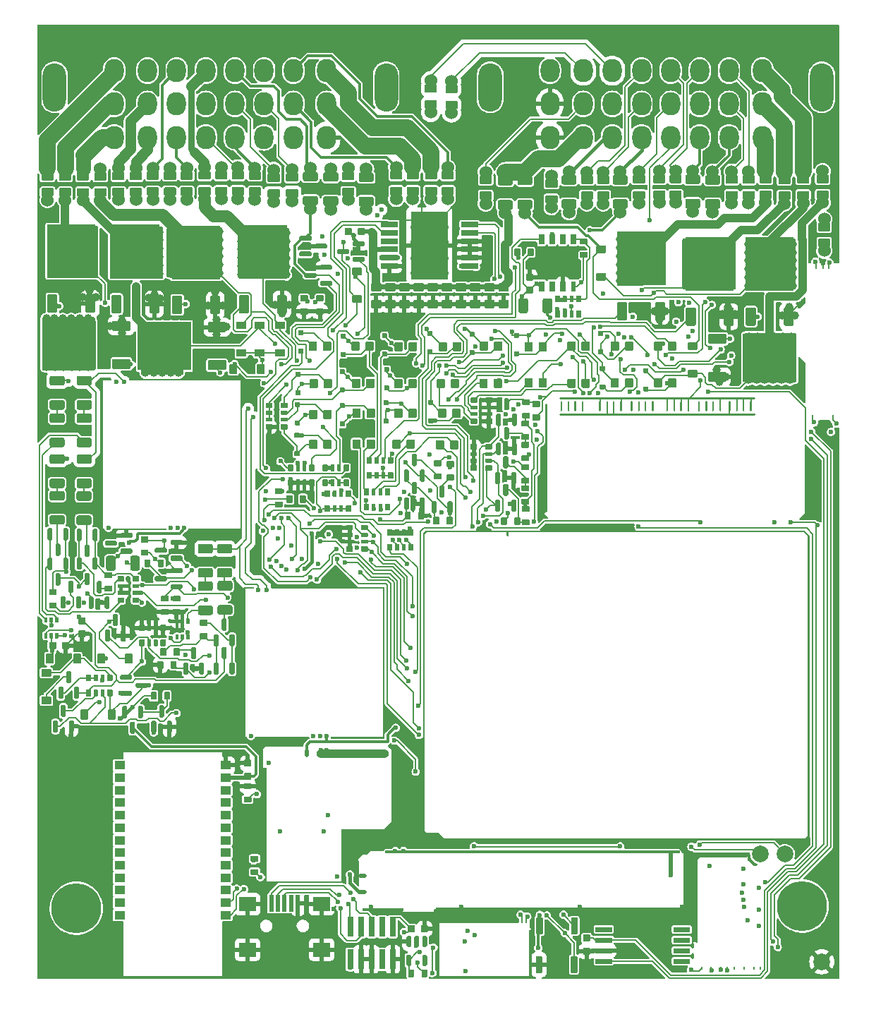
<source format=gtl>
G04 #@! TF.GenerationSoftware,KiCad,Pcbnew,(6.0.1)*
G04 #@! TF.CreationDate,2022-06-13T15:53:15+03:00*
G04 #@! TF.ProjectId,alphax_4ch,616c7068-6178-45f3-9463-682e6b696361,a*
G04 #@! TF.SameCoordinates,PX141f5e0PYa2cace0*
G04 #@! TF.FileFunction,Copper,L1,Top*
G04 #@! TF.FilePolarity,Positive*
%FSLAX46Y46*%
G04 Gerber Fmt 4.6, Leading zero omitted, Abs format (unit mm)*
G04 Created by KiCad (PCBNEW (6.0.1)) date 2022-06-13 15:53:15*
%MOMM*%
%LPD*%
G01*
G04 APERTURE LIST*
G04 #@! TA.AperFunction,SMDPad,CuDef*
%ADD10O,0.250000X10.200000*%
G04 #@! TD*
G04 #@! TA.AperFunction,SMDPad,CuDef*
%ADD11O,5.800001X0.250000*%
G04 #@! TD*
G04 #@! TA.AperFunction,SMDPad,CuDef*
%ADD12O,0.200000X0.399999*%
G04 #@! TD*
G04 #@! TA.AperFunction,ComponentPad*
%ADD13C,0.599999*%
G04 #@! TD*
G04 #@! TA.AperFunction,ComponentPad*
%ADD14C,1.524000*%
G04 #@! TD*
G04 #@! TA.AperFunction,ComponentPad*
%ADD15C,6.000000*%
G04 #@! TD*
G04 #@! TA.AperFunction,SMDPad,CuDef*
%ADD16C,2.000000*%
G04 #@! TD*
G04 #@! TA.AperFunction,SMDPad,CuDef*
%ADD17R,5.800000X6.400000*%
G04 #@! TD*
G04 #@! TA.AperFunction,ComponentPad*
%ADD18O,2.800000X5.800000*%
G04 #@! TD*
G04 #@! TA.AperFunction,ComponentPad*
%ADD19O,2.300000X2.800000*%
G04 #@! TD*
G04 #@! TA.AperFunction,SMDPad,CuDef*
%ADD20R,0.500000X2.000000*%
G04 #@! TD*
G04 #@! TA.AperFunction,SMDPad,CuDef*
%ADD21R,2.000000X1.700000*%
G04 #@! TD*
G04 #@! TA.AperFunction,SMDPad,CuDef*
%ADD22R,6.400000X5.800000*%
G04 #@! TD*
G04 #@! TA.AperFunction,SMDPad,CuDef*
%ADD23R,2.000000X0.650000*%
G04 #@! TD*
G04 #@! TA.AperFunction,SMDPad,CuDef*
%ADD24R,4.500000X8.100000*%
G04 #@! TD*
G04 #@! TA.AperFunction,SMDPad,CuDef*
%ADD25O,0.250000X0.499999*%
G04 #@! TD*
G04 #@! TA.AperFunction,SMDPad,CuDef*
%ADD26O,0.200000X5.669999*%
G04 #@! TD*
G04 #@! TA.AperFunction,SMDPad,CuDef*
%ADD27O,11.100001X0.200000*%
G04 #@! TD*
G04 #@! TA.AperFunction,SMDPad,CuDef*
%ADD28O,0.499999X0.250000*%
G04 #@! TD*
G04 #@! TA.AperFunction,SMDPad,CuDef*
%ADD29O,0.200000X6.799999*%
G04 #@! TD*
G04 #@! TA.AperFunction,SMDPad,CuDef*
%ADD30O,9.800001X0.399999*%
G04 #@! TD*
G04 #@! TA.AperFunction,SMDPad,CuDef*
%ADD31O,0.499999X1.000001*%
G04 #@! TD*
G04 #@! TA.AperFunction,SMDPad,CuDef*
%ADD32O,8.744829X1.000001*%
G04 #@! TD*
G04 #@! TA.AperFunction,SMDPad,CuDef*
%ADD33O,0.399999X9.000000*%
G04 #@! TD*
G04 #@! TA.AperFunction,SMDPad,CuDef*
%ADD34O,5.399999X0.399999*%
G04 #@! TD*
G04 #@! TA.AperFunction,SMDPad,CuDef*
%ADD35O,0.200000X6.500000*%
G04 #@! TD*
G04 #@! TA.AperFunction,SMDPad,CuDef*
%ADD36O,0.200000X13.800000*%
G04 #@! TD*
G04 #@! TA.AperFunction,SMDPad,CuDef*
%ADD37O,0.499999X0.200000*%
G04 #@! TD*
G04 #@! TA.AperFunction,SMDPad,CuDef*
%ADD38O,9.199999X0.200000*%
G04 #@! TD*
G04 #@! TA.AperFunction,SMDPad,CuDef*
%ADD39R,0.250000X18.200000*%
G04 #@! TD*
G04 #@! TA.AperFunction,SMDPad,CuDef*
%ADD40R,6.500000X0.250000*%
G04 #@! TD*
G04 #@! TA.AperFunction,SMDPad,CuDef*
%ADD41R,6.450000X0.250000*%
G04 #@! TD*
G04 #@! TA.AperFunction,SMDPad,CuDef*
%ADD42R,1.250000X0.250000*%
G04 #@! TD*
G04 #@! TA.AperFunction,SMDPad,CuDef*
%ADD43R,13.650000X0.250000*%
G04 #@! TD*
G04 #@! TA.AperFunction,SMDPad,CuDef*
%ADD44R,0.350000X0.250000*%
G04 #@! TD*
G04 #@! TA.AperFunction,SMDPad,CuDef*
%ADD45R,0.650000X1.310000*%
G04 #@! TD*
G04 #@! TA.AperFunction,SMDPad,CuDef*
%ADD46R,0.600000X1.310000*%
G04 #@! TD*
G04 #@! TA.AperFunction,SMDPad,CuDef*
%ADD47R,1.500000X1.325000*%
G04 #@! TD*
G04 #@! TA.AperFunction,SMDPad,CuDef*
%ADD48R,1.300000X1.000000*%
G04 #@! TD*
G04 #@! TA.AperFunction,SMDPad,CuDef*
%ADD49O,5.000000X0.399999*%
G04 #@! TD*
G04 #@! TA.AperFunction,SMDPad,CuDef*
%ADD50O,0.399999X7.200001*%
G04 #@! TD*
G04 #@! TA.AperFunction,SMDPad,CuDef*
%ADD51O,30.000001X0.399999*%
G04 #@! TD*
G04 #@! TA.AperFunction,SMDPad,CuDef*
%ADD52O,1.000001X0.499999*%
G04 #@! TD*
G04 #@! TA.AperFunction,SMDPad,CuDef*
%ADD53O,0.200000X3.099999*%
G04 #@! TD*
G04 #@! TA.AperFunction,SMDPad,CuDef*
%ADD54O,0.499999X2.999999*%
G04 #@! TD*
G04 #@! TA.AperFunction,SMDPad,CuDef*
%ADD55O,35.400000X0.399999*%
G04 #@! TD*
G04 #@! TA.AperFunction,SMDPad,CuDef*
%ADD56R,0.740000X2.400000*%
G04 #@! TD*
G04 #@! TA.AperFunction,ViaPad*
%ADD57C,0.600000*%
G04 #@! TD*
G04 #@! TA.AperFunction,ViaPad*
%ADD58C,1.000000*%
G04 #@! TD*
G04 #@! TA.AperFunction,ViaPad*
%ADD59C,1.500000*%
G04 #@! TD*
G04 #@! TA.AperFunction,Conductor*
%ADD60C,0.200000*%
G04 #@! TD*
G04 #@! TA.AperFunction,Conductor*
%ADD61C,0.400000*%
G04 #@! TD*
G04 #@! TA.AperFunction,Conductor*
%ADD62C,1.000000*%
G04 #@! TD*
G04 #@! TA.AperFunction,Conductor*
%ADD63C,0.600000*%
G04 #@! TD*
G04 #@! TA.AperFunction,Conductor*
%ADD64C,0.500000*%
G04 #@! TD*
G04 #@! TA.AperFunction,Conductor*
%ADD65C,0.300000*%
G04 #@! TD*
G04 #@! TA.AperFunction,Conductor*
%ADD66C,0.203200*%
G04 #@! TD*
G04 #@! TA.AperFunction,Conductor*
%ADD67C,2.000000*%
G04 #@! TD*
G04 #@! TA.AperFunction,Conductor*
%ADD68C,1.400000*%
G04 #@! TD*
G04 #@! TA.AperFunction,Conductor*
%ADD69C,1.300000*%
G04 #@! TD*
G04 #@! TA.AperFunction,Conductor*
%ADD70C,1.800000*%
G04 #@! TD*
G04 #@! TA.AperFunction,Conductor*
%ADD71C,0.800000*%
G04 #@! TD*
G04 #@! TA.AperFunction,Conductor*
%ADD72C,1.200000*%
G04 #@! TD*
G04 APERTURE END LIST*
D10*
G04 #@! TO.P,M4,G,GND*
G04 #@! TO.N,GND*
X79279889Y9500001D03*
D11*
X82392389Y14749996D03*
G04 #@! TA.AperFunction,SMDPad,CuDef*
G36*
G01*
X79200084Y14370187D02*
X79200084Y14370187D01*
G75*
G02*
X79200084Y14546963I88388J88388D01*
G01*
X79482926Y14829805D01*
G75*
G02*
X79659702Y14829805I88388J-88388D01*
G01*
X79659702Y14829805D01*
G75*
G02*
X79659702Y14653029I-88388J-88388D01*
G01*
X79376860Y14370187D01*
G75*
G02*
X79200084Y14370187I-88388J88388D01*
G01*
G37*
G04 #@! TD.AperFunction*
D12*
G04 #@! TO.P,M4,S1,OUT_IGN8*
G04 #@! TO.N,unconnected-(M4-PadS1)*
X86904837Y1375379D03*
G04 #@! TO.P,M4,S2,OUT_IGN7*
G04 #@! TO.N,unconnected-(M4-PadS2)*
X86144858Y1375379D03*
G04 #@! TO.P,M4,S3,OUT_IGN6*
G04 #@! TO.N,unconnected-(M4-PadS3)*
X84969865Y1375379D03*
G04 #@! TO.P,M4,S4,OUT_IGN5*
G04 #@! TO.N,unconnected-(M4-PadS4)*
X83794878Y1375379D03*
G04 #@! TO.P,M4,S5,OUT_IGN4*
G04 #@! TO.N,/OUT_IGN4*
X82954966Y1375379D03*
G04 #@! TO.P,M4,S6,OUT_IGN3*
G04 #@! TO.N,/OUT_IGN3*
X82204894Y1375379D03*
G04 #@! TO.P,M4,S7,OUT_IGN2*
G04 #@! TO.N,/OUT_IGN2*
X81029883Y1375379D03*
G04 #@! TO.P,M4,S8,OUT_IGN1*
G04 #@! TO.N,/OUT_IGN1*
X79854886Y1375379D03*
D13*
G04 #@! TO.P,M4,V1,IGN8*
G04 #@! TO.N,GND*
X84894889Y11474986D03*
G04 #@! TO.P,M4,V2,IGN7*
X86729899Y11049978D03*
G04 #@! TO.P,M4,V3,IGN6*
X84679891Y10499981D03*
G04 #@! TO.P,M4,V4,IGN5*
X84894886Y9625022D03*
G04 #@! TO.P,M4,V5,IGN4*
G04 #@! TO.N,/IGN4*
X84969893Y8774999D03*
G04 #@! TO.P,M4,V6,IGN3*
G04 #@! TO.N,/IGN3*
X86729899Y8449983D03*
G04 #@! TO.P,M4,V7,IGN2*
G04 #@! TO.N,/IGN2*
X85419899Y7150016D03*
G04 #@! TO.P,M4,V8,IGN1*
G04 #@! TO.N,/IGN1*
X86729899Y6499999D03*
G04 #@! TO.P,M4,V9,VCC*
G04 #@! TO.N,+5V_IGN*
X80804884Y13675002D03*
G04 #@! TO.P,M4,V10,V33*
G04 #@! TO.N,+3V3_IGN*
X84879890Y13375000D03*
G04 #@! TD*
G04 #@! TO.P,D53,1,K*
G04 #@! TO.N,+12V_RAW*
G04 #@! TA.AperFunction,SMDPad,CuDef*
G36*
G01*
X25110000Y74805000D02*
X24090000Y74805000D01*
G75*
G02*
X24000000Y74895000I0J90000D01*
G01*
X24000000Y75615000D01*
G75*
G02*
X24090000Y75705000I90000J0D01*
G01*
X25110000Y75705000D01*
G75*
G02*
X25200000Y75615000I0J-90000D01*
G01*
X25200000Y74895000D01*
G75*
G02*
X25110000Y74805000I-90000J0D01*
G01*
G37*
G04 #@! TD.AperFunction*
G04 #@! TO.P,D53,2,A*
G04 #@! TO.N,/OUT_VVT1*
G04 #@! TA.AperFunction,SMDPad,CuDef*
G36*
G01*
X25110000Y78105000D02*
X24090000Y78105000D01*
G75*
G02*
X24000000Y78195000I0J90000D01*
G01*
X24000000Y78915000D01*
G75*
G02*
X24090000Y79005000I90000J0D01*
G01*
X25110000Y79005000D01*
G75*
G02*
X25200000Y78915000I0J-90000D01*
G01*
X25200000Y78195000D01*
G75*
G02*
X25110000Y78105000I-90000J0D01*
G01*
G37*
G04 #@! TD.AperFunction*
G04 #@! TD*
G04 #@! TO.P,R8,1,1*
G04 #@! TO.N,/CAN-*
G04 #@! TA.AperFunction,SMDPad,CuDef*
G36*
G01*
X77375000Y93699999D02*
X76125000Y93699999D01*
G75*
G02*
X76025000Y93799999I0J100000D01*
G01*
X76025000Y94599999D01*
G75*
G02*
X76125000Y94699999I100000J0D01*
G01*
X77375000Y94699999D01*
G75*
G02*
X77475000Y94599999I0J-100000D01*
G01*
X77475000Y93799999D01*
G75*
G02*
X77375000Y93699999I-100000J0D01*
G01*
G37*
G04 #@! TD.AperFunction*
D14*
X76750000Y93245000D03*
G04 #@! TO.P,R8,2,2*
G04 #@! TO.N,/C6*
G04 #@! TA.AperFunction,SMDPad,CuDef*
G36*
G01*
X77375000Y95600021D02*
X76125000Y95600021D01*
G75*
G02*
X76025000Y95700021I0J100000D01*
G01*
X76025000Y96500021D01*
G75*
G02*
X76125000Y96600021I100000J0D01*
G01*
X77375000Y96600021D01*
G75*
G02*
X77475000Y96500021I0J-100000D01*
G01*
X77475000Y95700021D01*
G75*
G02*
X77375000Y95600021I-100000J0D01*
G01*
G37*
G04 #@! TD.AperFunction*
X76750000Y97055000D03*
G04 #@! TD*
G04 #@! TO.P,R29,1*
G04 #@! TO.N,Net-(Q20-Pad2)*
G04 #@! TA.AperFunction,SMDPad,CuDef*
G36*
G01*
X12610000Y53200010D02*
X13390000Y53200010D01*
G75*
G02*
X13460000Y53130010I0J-70000D01*
G01*
X13460000Y52570010D01*
G75*
G02*
X13390000Y52500010I-70000J0D01*
G01*
X12610000Y52500010D01*
G75*
G02*
X12540000Y52570010I0J70000D01*
G01*
X12540000Y53130010D01*
G75*
G02*
X12610000Y53200010I70000J0D01*
G01*
G37*
G04 #@! TD.AperFunction*
G04 #@! TO.P,R29,2*
G04 #@! TO.N,+5VAS*
G04 #@! TA.AperFunction,SMDPad,CuDef*
G36*
G01*
X12610000Y51600010D02*
X13390000Y51600010D01*
G75*
G02*
X13460000Y51530010I0J-70000D01*
G01*
X13460000Y50970010D01*
G75*
G02*
X13390000Y50900010I-70000J0D01*
G01*
X12610000Y50900010D01*
G75*
G02*
X12540000Y50970010I0J70000D01*
G01*
X12540000Y51530010D01*
G75*
G02*
X12610000Y51600010I70000J0D01*
G01*
G37*
G04 #@! TD.AperFunction*
G04 #@! TD*
G04 #@! TO.P,R90,1*
G04 #@! TO.N,+3V3*
G04 #@! TA.AperFunction,SMDPad,CuDef*
G36*
G01*
X25810000Y14900000D02*
X26590000Y14900000D01*
G75*
G02*
X26660000Y14830000I0J-70000D01*
G01*
X26660000Y14270000D01*
G75*
G02*
X26590000Y14200000I-70000J0D01*
G01*
X25810000Y14200000D01*
G75*
G02*
X25740000Y14270000I0J70000D01*
G01*
X25740000Y14830000D01*
G75*
G02*
X25810000Y14900000I70000J0D01*
G01*
G37*
G04 #@! TD.AperFunction*
G04 #@! TO.P,R90,2*
G04 #@! TO.N,/ETB_DIS*
G04 #@! TA.AperFunction,SMDPad,CuDef*
G36*
G01*
X25810000Y13300000D02*
X26590000Y13300000D01*
G75*
G02*
X26660000Y13230000I0J-70000D01*
G01*
X26660000Y12670000D01*
G75*
G02*
X26590000Y12600000I-70000J0D01*
G01*
X25810000Y12600000D01*
G75*
G02*
X25740000Y12670000I0J70000D01*
G01*
X25740000Y13230000D01*
G75*
G02*
X25810000Y13300000I70000J0D01*
G01*
G37*
G04 #@! TD.AperFunction*
G04 #@! TD*
G04 #@! TO.P,R2,1*
G04 #@! TO.N,+12V*
G04 #@! TA.AperFunction,SMDPad,CuDef*
G36*
G01*
X34600000Y56215000D02*
X34600000Y56885000D01*
G75*
G02*
X34665000Y56950000I65000J0D01*
G01*
X35185000Y56950000D01*
G75*
G02*
X35250000Y56885000I0J-65000D01*
G01*
X35250000Y56215000D01*
G75*
G02*
X35185000Y56150000I-65000J0D01*
G01*
X34665000Y56150000D01*
G75*
G02*
X34600000Y56215000I0J65000D01*
G01*
G37*
G04 #@! TD.AperFunction*
G04 #@! TO.P,R2,2*
G04 #@! TA.AperFunction,SMDPad,CuDef*
G36*
G01*
X35575000Y56195000D02*
X35575000Y56905000D01*
G75*
G02*
X35620000Y56950000I45000J0D01*
G01*
X35980000Y56950000D01*
G75*
G02*
X36025000Y56905000I0J-45000D01*
G01*
X36025000Y56195000D01*
G75*
G02*
X35980000Y56150000I-45000J0D01*
G01*
X35620000Y56150000D01*
G75*
G02*
X35575000Y56195000I0J45000D01*
G01*
G37*
G04 #@! TD.AperFunction*
G04 #@! TO.P,R2,3*
G04 #@! TA.AperFunction,SMDPad,CuDef*
G36*
G01*
X36375000Y56195000D02*
X36375000Y56905000D01*
G75*
G02*
X36420000Y56950000I45000J0D01*
G01*
X36780000Y56950000D01*
G75*
G02*
X36825000Y56905000I0J-45000D01*
G01*
X36825000Y56195000D01*
G75*
G02*
X36780000Y56150000I-45000J0D01*
G01*
X36420000Y56150000D01*
G75*
G02*
X36375000Y56195000I0J45000D01*
G01*
G37*
G04 #@! TD.AperFunction*
G04 #@! TO.P,R2,4*
G04 #@! TA.AperFunction,SMDPad,CuDef*
G36*
G01*
X37150000Y56215000D02*
X37150000Y56885000D01*
G75*
G02*
X37215000Y56950000I65000J0D01*
G01*
X37735000Y56950000D01*
G75*
G02*
X37800000Y56885000I0J-65000D01*
G01*
X37800000Y56215000D01*
G75*
G02*
X37735000Y56150000I-65000J0D01*
G01*
X37215000Y56150000D01*
G75*
G02*
X37150000Y56215000I0J65000D01*
G01*
G37*
G04 #@! TD.AperFunction*
G04 #@! TO.P,R2,5*
G04 #@! TO.N,Net-(D3-Pad1)*
G04 #@! TA.AperFunction,SMDPad,CuDef*
G36*
G01*
X37150000Y58015000D02*
X37150000Y58685000D01*
G75*
G02*
X37215000Y58750000I65000J0D01*
G01*
X37735000Y58750000D01*
G75*
G02*
X37800000Y58685000I0J-65000D01*
G01*
X37800000Y58015000D01*
G75*
G02*
X37735000Y57950000I-65000J0D01*
G01*
X37215000Y57950000D01*
G75*
G02*
X37150000Y58015000I0J65000D01*
G01*
G37*
G04 #@! TD.AperFunction*
G04 #@! TO.P,R2,6*
G04 #@! TO.N,Net-(D2-Pad1)*
G04 #@! TA.AperFunction,SMDPad,CuDef*
G36*
G01*
X36375000Y57995000D02*
X36375000Y58705000D01*
G75*
G02*
X36420000Y58750000I45000J0D01*
G01*
X36780000Y58750000D01*
G75*
G02*
X36825000Y58705000I0J-45000D01*
G01*
X36825000Y57995000D01*
G75*
G02*
X36780000Y57950000I-45000J0D01*
G01*
X36420000Y57950000D01*
G75*
G02*
X36375000Y57995000I0J45000D01*
G01*
G37*
G04 #@! TD.AperFunction*
G04 #@! TO.P,R2,7*
G04 #@! TO.N,Net-(D14-Pad1)*
G04 #@! TA.AperFunction,SMDPad,CuDef*
G36*
G01*
X35575000Y57995000D02*
X35575000Y58705000D01*
G75*
G02*
X35620000Y58750000I45000J0D01*
G01*
X35980000Y58750000D01*
G75*
G02*
X36025000Y58705000I0J-45000D01*
G01*
X36025000Y57995000D01*
G75*
G02*
X35980000Y57950000I-45000J0D01*
G01*
X35620000Y57950000D01*
G75*
G02*
X35575000Y57995000I0J45000D01*
G01*
G37*
G04 #@! TD.AperFunction*
G04 #@! TO.P,R2,8*
G04 #@! TO.N,Net-(D13-Pad1)*
G04 #@! TA.AperFunction,SMDPad,CuDef*
G36*
G01*
X34600000Y58015000D02*
X34600000Y58685000D01*
G75*
G02*
X34665000Y58750000I65000J0D01*
G01*
X35185000Y58750000D01*
G75*
G02*
X35250000Y58685000I0J-65000D01*
G01*
X35250000Y58015000D01*
G75*
G02*
X35185000Y57950000I-65000J0D01*
G01*
X34665000Y57950000D01*
G75*
G02*
X34600000Y58015000I0J65000D01*
G01*
G37*
G04 #@! TD.AperFunction*
G04 #@! TD*
G04 #@! TO.P,D36,1,A*
G04 #@! TO.N,Net-(D36-Pad1)*
G04 #@! TA.AperFunction,SMDPad,CuDef*
G36*
G01*
X50649999Y64649998D02*
X50649999Y63749998D01*
G75*
G02*
X50549999Y63649998I-100000J0D01*
G01*
X49749999Y63649998D01*
G75*
G02*
X49649999Y63749998I0J100000D01*
G01*
X49649999Y64649998D01*
G75*
G02*
X49749999Y64749998I100000J0D01*
G01*
X50549999Y64749998D01*
G75*
G02*
X50649999Y64649998I0J-100000D01*
G01*
G37*
G04 #@! TD.AperFunction*
G04 #@! TO.P,D36,2,K*
G04 #@! TO.N,/HALL3*
G04 #@! TA.AperFunction,SMDPad,CuDef*
G36*
G01*
X48949999Y64649998D02*
X48949999Y63749998D01*
G75*
G02*
X48849999Y63649998I-100000J0D01*
G01*
X48049999Y63649998D01*
G75*
G02*
X47949999Y63749998I0J100000D01*
G01*
X47949999Y64649998D01*
G75*
G02*
X48049999Y64749998I100000J0D01*
G01*
X48849999Y64749998D01*
G75*
G02*
X48949999Y64649998I0J-100000D01*
G01*
G37*
G04 #@! TD.AperFunction*
G04 #@! TD*
G04 #@! TO.P,R4,1*
G04 #@! TO.N,GND*
G04 #@! TA.AperFunction,SMDPad,CuDef*
G36*
G01*
X54685000Y66700000D02*
X54015000Y66700000D01*
G75*
G02*
X53950000Y66765000I0J65000D01*
G01*
X53950000Y67285000D01*
G75*
G02*
X54015000Y67350000I65000J0D01*
G01*
X54685000Y67350000D01*
G75*
G02*
X54750000Y67285000I0J-65000D01*
G01*
X54750000Y66765000D01*
G75*
G02*
X54685000Y66700000I-65000J0D01*
G01*
G37*
G04 #@! TD.AperFunction*
G04 #@! TO.P,R4,2*
G04 #@! TA.AperFunction,SMDPad,CuDef*
G36*
G01*
X54705000Y67675000D02*
X53995000Y67675000D01*
G75*
G02*
X53950000Y67720000I0J45000D01*
G01*
X53950000Y68080000D01*
G75*
G02*
X53995000Y68125000I45000J0D01*
G01*
X54705000Y68125000D01*
G75*
G02*
X54750000Y68080000I0J-45000D01*
G01*
X54750000Y67720000D01*
G75*
G02*
X54705000Y67675000I-45000J0D01*
G01*
G37*
G04 #@! TD.AperFunction*
G04 #@! TO.P,R4,3*
G04 #@! TA.AperFunction,SMDPad,CuDef*
G36*
G01*
X54705000Y68475000D02*
X53995000Y68475000D01*
G75*
G02*
X53950000Y68520000I0J45000D01*
G01*
X53950000Y68880000D01*
G75*
G02*
X53995000Y68925000I45000J0D01*
G01*
X54705000Y68925000D01*
G75*
G02*
X54750000Y68880000I0J-45000D01*
G01*
X54750000Y68520000D01*
G75*
G02*
X54705000Y68475000I-45000J0D01*
G01*
G37*
G04 #@! TD.AperFunction*
G04 #@! TO.P,R4,4*
G04 #@! TA.AperFunction,SMDPad,CuDef*
G36*
G01*
X54685000Y69250000D02*
X54015000Y69250000D01*
G75*
G02*
X53950000Y69315000I0J65000D01*
G01*
X53950000Y69835000D01*
G75*
G02*
X54015000Y69900000I65000J0D01*
G01*
X54685000Y69900000D01*
G75*
G02*
X54750000Y69835000I0J-65000D01*
G01*
X54750000Y69315000D01*
G75*
G02*
X54685000Y69250000I-65000J0D01*
G01*
G37*
G04 #@! TD.AperFunction*
G04 #@! TO.P,R4,5*
G04 #@! TO.N,Net-(D24-Pad2)*
G04 #@! TA.AperFunction,SMDPad,CuDef*
G36*
G01*
X52885000Y69250000D02*
X52215000Y69250000D01*
G75*
G02*
X52150000Y69315000I0J65000D01*
G01*
X52150000Y69835000D01*
G75*
G02*
X52215000Y69900000I65000J0D01*
G01*
X52885000Y69900000D01*
G75*
G02*
X52950000Y69835000I0J-65000D01*
G01*
X52950000Y69315000D01*
G75*
G02*
X52885000Y69250000I-65000J0D01*
G01*
G37*
G04 #@! TD.AperFunction*
G04 #@! TO.P,R4,6*
G04 #@! TO.N,Net-(D23-Pad2)*
G04 #@! TA.AperFunction,SMDPad,CuDef*
G36*
G01*
X52905000Y68475000D02*
X52195000Y68475000D01*
G75*
G02*
X52150000Y68520000I0J45000D01*
G01*
X52150000Y68880000D01*
G75*
G02*
X52195000Y68925000I45000J0D01*
G01*
X52905000Y68925000D01*
G75*
G02*
X52950000Y68880000I0J-45000D01*
G01*
X52950000Y68520000D01*
G75*
G02*
X52905000Y68475000I-45000J0D01*
G01*
G37*
G04 #@! TD.AperFunction*
G04 #@! TO.P,R4,7*
G04 #@! TO.N,Net-(D19-Pad2)*
G04 #@! TA.AperFunction,SMDPad,CuDef*
G36*
G01*
X52905000Y67675000D02*
X52195000Y67675000D01*
G75*
G02*
X52150000Y67720000I0J45000D01*
G01*
X52150000Y68080000D01*
G75*
G02*
X52195000Y68125000I45000J0D01*
G01*
X52905000Y68125000D01*
G75*
G02*
X52950000Y68080000I0J-45000D01*
G01*
X52950000Y67720000D01*
G75*
G02*
X52905000Y67675000I-45000J0D01*
G01*
G37*
G04 #@! TD.AperFunction*
G04 #@! TO.P,R4,8*
G04 #@! TO.N,Net-(D18-Pad2)*
G04 #@! TA.AperFunction,SMDPad,CuDef*
G36*
G01*
X52885000Y66700000D02*
X52215000Y66700000D01*
G75*
G02*
X52150000Y66765000I0J65000D01*
G01*
X52150000Y67285000D01*
G75*
G02*
X52215000Y67350000I65000J0D01*
G01*
X52885000Y67350000D01*
G75*
G02*
X52950000Y67285000I0J-65000D01*
G01*
X52950000Y66765000D01*
G75*
G02*
X52885000Y66700000I-65000J0D01*
G01*
G37*
G04 #@! TD.AperFunction*
G04 #@! TD*
G04 #@! TO.P,D30,1,K*
G04 #@! TO.N,Net-(D11-Pad1)*
G04 #@! TA.AperFunction,SMDPad,CuDef*
G36*
G01*
X67450000Y75111499D02*
X67450000Y75591499D01*
G75*
G02*
X67510000Y75651499I60000J0D01*
G01*
X67990000Y75651499D01*
G75*
G02*
X68050000Y75591499I0J-60000D01*
G01*
X68050000Y75111499D01*
G75*
G02*
X67990000Y75051499I-60000J0D01*
G01*
X67510000Y75051499D01*
G75*
G02*
X67450000Y75111499I0J60000D01*
G01*
G37*
G04 #@! TD.AperFunction*
G04 #@! TO.P,D30,2,A*
G04 #@! TO.N,/IN_CAM_HALL*
G04 #@! TA.AperFunction,SMDPad,CuDef*
G36*
G01*
X67450000Y77311499D02*
X67450000Y77791499D01*
G75*
G02*
X67510000Y77851499I60000J0D01*
G01*
X67990000Y77851499D01*
G75*
G02*
X68050000Y77791499I0J-60000D01*
G01*
X68050000Y77311499D01*
G75*
G02*
X67990000Y77251499I-60000J0D01*
G01*
X67510000Y77251499D01*
G75*
G02*
X67450000Y77311499I0J60000D01*
G01*
G37*
G04 #@! TD.AperFunction*
G04 #@! TD*
G04 #@! TO.P,C3,1*
G04 #@! TO.N,GND*
G04 #@! TA.AperFunction,SMDPad,CuDef*
G36*
G01*
X25060000Y26435001D02*
X25740000Y26435001D01*
G75*
G02*
X25825000Y26350001I0J-85000D01*
G01*
X25825000Y25670001D01*
G75*
G02*
X25740000Y25585001I-85000J0D01*
G01*
X25060000Y25585001D01*
G75*
G02*
X24975000Y25670001I0J85000D01*
G01*
X24975000Y26350001D01*
G75*
G02*
X25060000Y26435001I85000J0D01*
G01*
G37*
G04 #@! TD.AperFunction*
G04 #@! TO.P,C3,2*
G04 #@! TO.N,/BT_3V3*
G04 #@! TA.AperFunction,SMDPad,CuDef*
G36*
G01*
X25060000Y24854999D02*
X25740000Y24854999D01*
G75*
G02*
X25825000Y24769999I0J-85000D01*
G01*
X25825000Y24089999D01*
G75*
G02*
X25740000Y24004999I-85000J0D01*
G01*
X25060000Y24004999D01*
G75*
G02*
X24975000Y24089999I0J85000D01*
G01*
X24975000Y24769999D01*
G75*
G02*
X25060000Y24854999I85000J0D01*
G01*
G37*
G04 #@! TD.AperFunction*
G04 #@! TD*
G04 #@! TO.P,D46,1,K*
G04 #@! TO.N,Net-(D40-Pad1)*
G04 #@! TA.AperFunction,SMDPad,CuDef*
G36*
G01*
X31650000Y69290000D02*
X31650000Y68810000D01*
G75*
G02*
X31590000Y68750000I-60000J0D01*
G01*
X31110000Y68750000D01*
G75*
G02*
X31050000Y68810000I0J60000D01*
G01*
X31050000Y69290000D01*
G75*
G02*
X31110000Y69350000I60000J0D01*
G01*
X31590000Y69350000D01*
G75*
G02*
X31650000Y69290000I0J-60000D01*
G01*
G37*
G04 #@! TD.AperFunction*
G04 #@! TO.P,D46,2,A*
G04 #@! TO.N,/OUT_VVT2*
G04 #@! TA.AperFunction,SMDPad,CuDef*
G36*
G01*
X31650000Y67090000D02*
X31650000Y66610000D01*
G75*
G02*
X31590000Y66550000I-60000J0D01*
G01*
X31110000Y66550000D01*
G75*
G02*
X31050000Y66610000I0J60000D01*
G01*
X31050000Y67090000D01*
G75*
G02*
X31110000Y67150000I60000J0D01*
G01*
X31590000Y67150000D01*
G75*
G02*
X31650000Y67090000I0J-60000D01*
G01*
G37*
G04 #@! TD.AperFunction*
G04 #@! TD*
G04 #@! TO.P,R87,1*
G04 #@! TO.N,/IN_D3*
G04 #@! TA.AperFunction,SMDPad,CuDef*
G36*
G01*
X58310000Y61850000D02*
X59090000Y61850000D01*
G75*
G02*
X59160000Y61780000I0J-70000D01*
G01*
X59160000Y61220000D01*
G75*
G02*
X59090000Y61150000I-70000J0D01*
G01*
X58310000Y61150000D01*
G75*
G02*
X58240000Y61220000I0J70000D01*
G01*
X58240000Y61780000D01*
G75*
G02*
X58310000Y61850000I70000J0D01*
G01*
G37*
G04 #@! TD.AperFunction*
G04 #@! TO.P,R87,2*
G04 #@! TO.N,Net-(Q34-Pad2)*
G04 #@! TA.AperFunction,SMDPad,CuDef*
G36*
G01*
X58310000Y60250000D02*
X59090000Y60250000D01*
G75*
G02*
X59160000Y60180000I0J-70000D01*
G01*
X59160000Y59620000D01*
G75*
G02*
X59090000Y59550000I-70000J0D01*
G01*
X58310000Y59550000D01*
G75*
G02*
X58240000Y59620000I0J70000D01*
G01*
X58240000Y60180000D01*
G75*
G02*
X58310000Y60250000I70000J0D01*
G01*
G37*
G04 #@! TD.AperFunction*
G04 #@! TD*
G04 #@! TO.P,R93,1*
G04 #@! TO.N,Net-(Q25-Pad2)*
G04 #@! TA.AperFunction,SMDPad,CuDef*
G36*
G01*
X17200000Y39740000D02*
X17200000Y38960000D01*
G75*
G02*
X17130000Y38890000I-70000J0D01*
G01*
X16570000Y38890000D01*
G75*
G02*
X16500000Y38960000I0J70000D01*
G01*
X16500000Y39740000D01*
G75*
G02*
X16570000Y39810000I70000J0D01*
G01*
X17130000Y39810000D01*
G75*
G02*
X17200000Y39740000I0J-70000D01*
G01*
G37*
G04 #@! TD.AperFunction*
G04 #@! TO.P,R93,2*
G04 #@! TO.N,Net-(Q31-Pad1)*
G04 #@! TA.AperFunction,SMDPad,CuDef*
G36*
G01*
X15600000Y39740000D02*
X15600000Y38960000D01*
G75*
G02*
X15530000Y38890000I-70000J0D01*
G01*
X14970000Y38890000D01*
G75*
G02*
X14900000Y38960000I0J70000D01*
G01*
X14900000Y39740000D01*
G75*
G02*
X14970000Y39810000I70000J0D01*
G01*
X15530000Y39810000D01*
G75*
G02*
X15600000Y39740000I0J-70000D01*
G01*
G37*
G04 #@! TD.AperFunction*
G04 #@! TD*
G04 #@! TO.P,R95,1*
G04 #@! TO.N,/IN_PPS2*
G04 #@! TA.AperFunction,SMDPad,CuDef*
G36*
G01*
X33660000Y82150000D02*
X34440000Y82150000D01*
G75*
G02*
X34510000Y82080000I0J-70000D01*
G01*
X34510000Y81520000D01*
G75*
G02*
X34440000Y81450000I-70000J0D01*
G01*
X33660000Y81450000D01*
G75*
G02*
X33590000Y81520000I0J70000D01*
G01*
X33590000Y82080000D01*
G75*
G02*
X33660000Y82150000I70000J0D01*
G01*
G37*
G04 #@! TD.AperFunction*
G04 #@! TO.P,R95,2*
G04 #@! TO.N,GND*
G04 #@! TA.AperFunction,SMDPad,CuDef*
G36*
G01*
X33660000Y80550000D02*
X34440000Y80550000D01*
G75*
G02*
X34510000Y80480000I0J-70000D01*
G01*
X34510000Y79920000D01*
G75*
G02*
X34440000Y79850000I-70000J0D01*
G01*
X33660000Y79850000D01*
G75*
G02*
X33590000Y79920000I0J70000D01*
G01*
X33590000Y80480000D01*
G75*
G02*
X33660000Y80550000I70000J0D01*
G01*
G37*
G04 #@! TD.AperFunction*
G04 #@! TD*
D15*
G04 #@! TO.P,J8,1,Pin_1*
G04 #@! TO.N,unconnected-(J8-Pad1)*
X4803000Y8619000D03*
G04 #@! TD*
G04 #@! TO.P,D34,1,A*
G04 #@! TO.N,Net-(D34-Pad1)*
G04 #@! TA.AperFunction,SMDPad,CuDef*
G36*
G01*
X40649999Y64749998D02*
X40649999Y63849998D01*
G75*
G02*
X40549999Y63749998I-100000J0D01*
G01*
X39749999Y63749998D01*
G75*
G02*
X39649999Y63849998I0J100000D01*
G01*
X39649999Y64749998D01*
G75*
G02*
X39749999Y64849998I100000J0D01*
G01*
X40549999Y64849998D01*
G75*
G02*
X40649999Y64749998I0J-100000D01*
G01*
G37*
G04 #@! TD.AperFunction*
G04 #@! TO.P,D34,2,K*
G04 #@! TO.N,/HALL1*
G04 #@! TA.AperFunction,SMDPad,CuDef*
G36*
G01*
X38949999Y64749998D02*
X38949999Y63849998D01*
G75*
G02*
X38849999Y63749998I-100000J0D01*
G01*
X38049999Y63749998D01*
G75*
G02*
X37949999Y63849998I0J100000D01*
G01*
X37949999Y64749998D01*
G75*
G02*
X38049999Y64849998I100000J0D01*
G01*
X38849999Y64849998D01*
G75*
G02*
X38949999Y64749998I0J-100000D01*
G01*
G37*
G04 #@! TD.AperFunction*
G04 #@! TD*
D14*
G04 #@! TO.P,R59,1,1*
G04 #@! TO.N,/E8*
X45200000Y97505000D03*
G04 #@! TA.AperFunction,SMDPad,CuDef*
G36*
G01*
X44575000Y97050001D02*
X45825000Y97050001D01*
G75*
G02*
X45925000Y96950001I0J-100000D01*
G01*
X45925000Y96150001D01*
G75*
G02*
X45825000Y96050001I-100000J0D01*
G01*
X44575000Y96050001D01*
G75*
G02*
X44475000Y96150001I0J100000D01*
G01*
X44475000Y96950001D01*
G75*
G02*
X44575000Y97050001I100000J0D01*
G01*
G37*
G04 #@! TD.AperFunction*
G04 #@! TO.P,R59,2,2*
G04 #@! TO.N,/OUT_ETB-*
X45200000Y93695000D03*
G04 #@! TA.AperFunction,SMDPad,CuDef*
G36*
G01*
X44575000Y95149979D02*
X45825000Y95149979D01*
G75*
G02*
X45925000Y95049979I0J-100000D01*
G01*
X45925000Y94249979D01*
G75*
G02*
X45825000Y94149979I-100000J0D01*
G01*
X44575000Y94149979D01*
G75*
G02*
X44475000Y94249979I0J100000D01*
G01*
X44475000Y95049979D01*
G75*
G02*
X44575000Y95149979I100000J0D01*
G01*
G37*
G04 #@! TD.AperFunction*
G04 #@! TD*
G04 #@! TO.P,R9,1,1*
G04 #@! TO.N,/CAN+*
X74800000Y93245000D03*
G04 #@! TA.AperFunction,SMDPad,CuDef*
G36*
G01*
X75425000Y93699999D02*
X74175000Y93699999D01*
G75*
G02*
X74075000Y93799999I0J100000D01*
G01*
X74075000Y94599999D01*
G75*
G02*
X74175000Y94699999I100000J0D01*
G01*
X75425000Y94699999D01*
G75*
G02*
X75525000Y94599999I0J-100000D01*
G01*
X75525000Y93799999D01*
G75*
G02*
X75425000Y93699999I-100000J0D01*
G01*
G37*
G04 #@! TD.AperFunction*
G04 #@! TO.P,R9,2,2*
G04 #@! TO.N,/C5*
X74800000Y97055000D03*
G04 #@! TA.AperFunction,SMDPad,CuDef*
G36*
G01*
X75425000Y95600021D02*
X74175000Y95600021D01*
G75*
G02*
X74075000Y95700021I0J100000D01*
G01*
X74075000Y96500021D01*
G75*
G02*
X74175000Y96600021I100000J0D01*
G01*
X75425000Y96600021D01*
G75*
G02*
X75525000Y96500021I0J-100000D01*
G01*
X75525000Y95700021D01*
G75*
G02*
X75425000Y95600021I-100000J0D01*
G01*
G37*
G04 #@! TD.AperFunction*
G04 #@! TD*
G04 #@! TO.P,R68,1,1*
G04 #@! TO.N,/IN_TPS2*
G04 #@! TA.AperFunction,SMDPad,CuDef*
G36*
G01*
X24825000Y94149999D02*
X23575000Y94149999D01*
G75*
G02*
X23475000Y94249999I0J100000D01*
G01*
X23475000Y95049999D01*
G75*
G02*
X23575000Y95149999I100000J0D01*
G01*
X24825000Y95149999D01*
G75*
G02*
X24925000Y95049999I0J-100000D01*
G01*
X24925000Y94249999D01*
G75*
G02*
X24825000Y94149999I-100000J0D01*
G01*
G37*
G04 #@! TD.AperFunction*
X24200000Y93695000D03*
G04 #@! TO.P,R68,2,2*
G04 #@! TO.N,/D4*
X24200000Y97505000D03*
G04 #@! TA.AperFunction,SMDPad,CuDef*
G36*
G01*
X24825000Y96050021D02*
X23575000Y96050021D01*
G75*
G02*
X23475000Y96150021I0J100000D01*
G01*
X23475000Y96950021D01*
G75*
G02*
X23575000Y97050021I100000J0D01*
G01*
X24825000Y97050021D01*
G75*
G02*
X24925000Y96950021I0J-100000D01*
G01*
X24925000Y96150021D01*
G75*
G02*
X24825000Y96050021I-100000J0D01*
G01*
G37*
G04 #@! TD.AperFunction*
G04 #@! TD*
G04 #@! TO.P,R21,1*
G04 #@! TO.N,Net-(R21-Pad1)*
G04 #@! TA.AperFunction,SMDPad,CuDef*
G36*
G01*
X3400000Y59945000D02*
X3400000Y59255000D01*
G75*
G02*
X3170000Y59025000I-230000J0D01*
G01*
X1830000Y59025000D01*
G75*
G02*
X1600000Y59255000I0J230000D01*
G01*
X1600000Y59945000D01*
G75*
G02*
X1830000Y60175000I230000J0D01*
G01*
X3170000Y60175000D01*
G75*
G02*
X3400000Y59945000I0J-230000D01*
G01*
G37*
G04 #@! TD.AperFunction*
G04 #@! TO.P,R21,2*
G04 #@! TO.N,/IN_CRANK+*
G04 #@! TA.AperFunction,SMDPad,CuDef*
G36*
G01*
X3400000Y62845020D02*
X3400000Y62155020D01*
G75*
G02*
X3170000Y61925020I-230000J0D01*
G01*
X1830000Y61925020D01*
G75*
G02*
X1600000Y62155020I0J230000D01*
G01*
X1600000Y62845020D01*
G75*
G02*
X1830000Y63075020I230000J0D01*
G01*
X3170000Y63075020D01*
G75*
G02*
X3400000Y62845020I0J-230000D01*
G01*
G37*
G04 #@! TD.AperFunction*
G04 #@! TD*
D16*
G04 #@! TO.P,J5,1,Pin_1*
G04 #@! TO.N,/CAN_RX*
X89900000Y15110000D03*
G04 #@! TD*
G04 #@! TO.P,R82,1*
G04 #@! TO.N,Net-(Q36-Pad2)*
G04 #@! TA.AperFunction,SMDPad,CuDef*
G36*
G01*
X58410000Y69650000D02*
X59190000Y69650000D01*
G75*
G02*
X59260000Y69580000I0J-70000D01*
G01*
X59260000Y69020000D01*
G75*
G02*
X59190000Y68950000I-70000J0D01*
G01*
X58410000Y68950000D01*
G75*
G02*
X58340000Y69020000I0J70000D01*
G01*
X58340000Y69580000D01*
G75*
G02*
X58410000Y69650000I70000J0D01*
G01*
G37*
G04 #@! TD.AperFunction*
G04 #@! TO.P,R82,2*
G04 #@! TO.N,+5VAS*
G04 #@! TA.AperFunction,SMDPad,CuDef*
G36*
G01*
X58410000Y68050000D02*
X59190000Y68050000D01*
G75*
G02*
X59260000Y67980000I0J-70000D01*
G01*
X59260000Y67420000D01*
G75*
G02*
X59190000Y67350000I-70000J0D01*
G01*
X58410000Y67350000D01*
G75*
G02*
X58340000Y67420000I0J70000D01*
G01*
X58340000Y67980000D01*
G75*
G02*
X58410000Y68050000I70000J0D01*
G01*
G37*
G04 #@! TD.AperFunction*
G04 #@! TD*
G04 #@! TO.P,D49,1*
G04 #@! TO.N,/OUT_MAIN*
G04 #@! TA.AperFunction,SMDPad,CuDef*
G36*
G01*
X31575000Y88850000D02*
X31575000Y89150000D01*
G75*
G02*
X31725000Y89300000I150000J0D01*
G01*
X32900000Y89300000D01*
G75*
G02*
X33050000Y89150000I0J-150000D01*
G01*
X33050000Y88850000D01*
G75*
G02*
X32900000Y88700000I-150000J0D01*
G01*
X31725000Y88700000D01*
G75*
G02*
X31575000Y88850000I0J150000D01*
G01*
G37*
G04 #@! TD.AperFunction*
G04 #@! TO.P,D49,2*
G04 #@! TO.N,GND*
G04 #@! TA.AperFunction,SMDPad,CuDef*
G36*
G01*
X33450000Y87900000D02*
X33450000Y88200000D01*
G75*
G02*
X33600000Y88350000I150000J0D01*
G01*
X34775000Y88350000D01*
G75*
G02*
X34925000Y88200000I0J-150000D01*
G01*
X34925000Y87900000D01*
G75*
G02*
X34775000Y87750000I-150000J0D01*
G01*
X33600000Y87750000D01*
G75*
G02*
X33450000Y87900000I0J150000D01*
G01*
G37*
G04 #@! TD.AperFunction*
G04 #@! TO.P,D49,3*
G04 #@! TO.N,unconnected-(D49-Pad3)*
G04 #@! TA.AperFunction,SMDPad,CuDef*
G36*
G01*
X31575000Y86950000D02*
X31575000Y87250000D01*
G75*
G02*
X31725000Y87400000I150000J0D01*
G01*
X32900000Y87400000D01*
G75*
G02*
X33050000Y87250000I0J-150000D01*
G01*
X33050000Y86950000D01*
G75*
G02*
X32900000Y86800000I-150000J0D01*
G01*
X31725000Y86800000D01*
G75*
G02*
X31575000Y86950000I0J150000D01*
G01*
G37*
G04 #@! TD.AperFunction*
G04 #@! TD*
D14*
G04 #@! TO.P,F4,1,1*
G04 #@! TO.N,/A3*
X63950000Y97000000D03*
G04 #@! TA.AperFunction,SMDPad,CuDef*
G36*
G01*
X63050000Y95655010D02*
X63050000Y96345010D01*
G75*
G02*
X63280000Y96575010I230000J0D01*
G01*
X64620000Y96575010D01*
G75*
G02*
X64850000Y96345010I0J-230000D01*
G01*
X64850000Y95655010D01*
G75*
G02*
X64620000Y95425010I-230000J0D01*
G01*
X63280000Y95425010D01*
G75*
G02*
X63050000Y95655010I0J230000D01*
G01*
G37*
G04 #@! TD.AperFunction*
G04 #@! TO.P,F4,2,2*
G04 #@! TO.N,/OUT_PUMP_RELAY*
X63950000Y92100000D03*
G04 #@! TA.AperFunction,SMDPad,CuDef*
G36*
G01*
X63050000Y92754990D02*
X63050000Y93444990D01*
G75*
G02*
X63280000Y93674990I230000J0D01*
G01*
X64620000Y93674990D01*
G75*
G02*
X64850000Y93444990I0J-230000D01*
G01*
X64850000Y92754990D01*
G75*
G02*
X64620000Y92524990I-230000J0D01*
G01*
X63280000Y92524990D01*
G75*
G02*
X63050000Y92754990I0J230000D01*
G01*
G37*
G04 #@! TD.AperFunction*
G04 #@! TD*
G04 #@! TO.P,Q13,1,G*
G04 #@! TO.N,Net-(Q12-Pad2)*
G04 #@! TA.AperFunction,SMDPad,CuDef*
G36*
G01*
X47910000Y55975000D02*
X47610000Y55975000D01*
G75*
G02*
X47460000Y56125000I0J150000D01*
G01*
X47460000Y57300000D01*
G75*
G02*
X47610000Y57450000I150000J0D01*
G01*
X47910000Y57450000D01*
G75*
G02*
X48060000Y57300000I0J-150000D01*
G01*
X48060000Y56125000D01*
G75*
G02*
X47910000Y55975000I-150000J0D01*
G01*
G37*
G04 #@! TD.AperFunction*
G04 #@! TO.P,Q13,2,D*
G04 #@! TO.N,Net-(Q13-Pad2)*
G04 #@! TA.AperFunction,SMDPad,CuDef*
G36*
G01*
X48860000Y57850000D02*
X48560000Y57850000D01*
G75*
G02*
X48410000Y58000000I0J150000D01*
G01*
X48410000Y59175000D01*
G75*
G02*
X48560000Y59325000I150000J0D01*
G01*
X48860000Y59325000D01*
G75*
G02*
X49010000Y59175000I0J-150000D01*
G01*
X49010000Y58000000D01*
G75*
G02*
X48860000Y57850000I-150000J0D01*
G01*
G37*
G04 #@! TD.AperFunction*
G04 #@! TO.P,Q13,3,S*
G04 #@! TO.N,+5VAS*
G04 #@! TA.AperFunction,SMDPad,CuDef*
G36*
G01*
X49810000Y55975000D02*
X49510000Y55975000D01*
G75*
G02*
X49360000Y56125000I0J150000D01*
G01*
X49360000Y57300000D01*
G75*
G02*
X49510000Y57450000I150000J0D01*
G01*
X49810000Y57450000D01*
G75*
G02*
X49960000Y57300000I0J-150000D01*
G01*
X49960000Y56125000D01*
G75*
G02*
X49810000Y55975000I-150000J0D01*
G01*
G37*
G04 #@! TD.AperFunction*
G04 #@! TD*
G04 #@! TO.P,R91,1,1*
G04 #@! TO.N,/IN_KNOCK_RAW*
X94580000Y87485000D03*
G04 #@! TA.AperFunction,SMDPad,CuDef*
G36*
G01*
X95205000Y87939999D02*
X93955000Y87939999D01*
G75*
G02*
X93855000Y88039999I0J100000D01*
G01*
X93855000Y88839999D01*
G75*
G02*
X93955000Y88939999I100000J0D01*
G01*
X95205000Y88939999D01*
G75*
G02*
X95305000Y88839999I0J-100000D01*
G01*
X95305000Y88039999D01*
G75*
G02*
X95205000Y87939999I-100000J0D01*
G01*
G37*
G04 #@! TD.AperFunction*
G04 #@! TO.P,R91,2,2*
G04 #@! TO.N,/F3*
G04 #@! TA.AperFunction,SMDPad,CuDef*
G36*
G01*
X95205000Y89840021D02*
X93955000Y89840021D01*
G75*
G02*
X93855000Y89940021I0J100000D01*
G01*
X93855000Y90740021D01*
G75*
G02*
X93955000Y90840021I100000J0D01*
G01*
X95205000Y90840021D01*
G75*
G02*
X95305000Y90740021I0J-100000D01*
G01*
X95305000Y89940021D01*
G75*
G02*
X95205000Y89840021I-100000J0D01*
G01*
G37*
G04 #@! TD.AperFunction*
X94580000Y91295000D03*
G04 #@! TD*
G04 #@! TO.P,M5,E1,GND*
G04 #@! TO.N,GND*
G04 #@! TA.AperFunction,SMDPad,CuDef*
G36*
G01*
X61125000Y56234672D02*
X61125000Y69034672D01*
G75*
G02*
X61225000Y69134672I100000J0D01*
G01*
X61225000Y69134672D01*
G75*
G02*
X61325000Y69034672I0J-100000D01*
G01*
X61325000Y56234672D01*
G75*
G02*
X61225000Y56134672I-100000J0D01*
G01*
X61225000Y56134672D01*
G75*
G02*
X61125000Y56234672I0J100000D01*
G01*
G37*
G04 #@! TD.AperFunction*
G04 #@! TO.P,M5,J1,PULL_V5A*
G04 #@! TO.N,+5VA*
G04 #@! TA.AperFunction,SMDPad,CuDef*
G36*
G01*
X62905000Y67979681D02*
X86255000Y67979681D01*
G75*
G02*
X86380000Y67854681I0J-125000D01*
G01*
X86380000Y67854681D01*
G75*
G02*
X86255000Y67729681I-125000J0D01*
G01*
X62905000Y67729681D01*
G75*
G02*
X62780000Y67854681I0J125000D01*
G01*
X62780000Y67854681D01*
G75*
G02*
X62905000Y67979681I125000J0D01*
G01*
G37*
G04 #@! TD.AperFunction*
G04 #@! TO.P,M5,J2,PULL_GNDA*
G04 #@! TO.N,GNDA*
G04 #@! TA.AperFunction,SMDPad,CuDef*
G36*
G01*
X86230000Y69654644D02*
X62880000Y69654644D01*
G75*
G02*
X62755000Y69779644I0J125000D01*
G01*
X62755000Y69779644D01*
G75*
G02*
X62880000Y69904644I125000J0D01*
G01*
X86230000Y69904644D01*
G75*
G02*
X86355000Y69779644I0J-125000D01*
G01*
X86355000Y69779644D01*
G75*
G02*
X86230000Y69654644I-125000J0D01*
G01*
G37*
G04 #@! TD.AperFunction*
G04 #@! TO.P,M5,J3,PULL_RES2*
G04 #@! TA.AperFunction,SMDPad,CuDef*
G36*
G01*
X85879983Y69354663D02*
X85879983Y68304663D01*
G75*
G02*
X85779983Y68204663I-100000J0D01*
G01*
X85779983Y68204663D01*
G75*
G02*
X85679983Y68304663I0J100000D01*
G01*
X85679983Y69354663D01*
G75*
G02*
X85779983Y69454663I100000J0D01*
G01*
X85779983Y69454663D01*
G75*
G02*
X85879983Y69354663I0J-100000D01*
G01*
G37*
G04 #@! TD.AperFunction*
G04 #@! TO.P,M5,J4,PULL_O2S2*
G04 #@! TA.AperFunction,SMDPad,CuDef*
G36*
G01*
X85004984Y69354663D02*
X85004984Y68304663D01*
G75*
G02*
X84904984Y68204663I-100000J0D01*
G01*
X84904984Y68204663D01*
G75*
G02*
X84804984Y68304663I0J100000D01*
G01*
X84804984Y69354663D01*
G75*
G02*
X84904984Y69454663I100000J0D01*
G01*
X84904984Y69454663D01*
G75*
G02*
X85004984Y69354663I0J-100000D01*
G01*
G37*
G04 #@! TD.AperFunction*
G04 #@! TO.P,M5,J5,PULL_PPS*
G04 #@! TA.AperFunction,SMDPad,CuDef*
G36*
G01*
X84204958Y69354674D02*
X84204958Y68304674D01*
G75*
G02*
X84104958Y68204674I-100000J0D01*
G01*
X84104958Y68204674D01*
G75*
G02*
X84004958Y68304674I0J100000D01*
G01*
X84004958Y69354674D01*
G75*
G02*
X84104958Y69454674I100000J0D01*
G01*
X84104958Y69454674D01*
G75*
G02*
X84204958Y69354674I0J-100000D01*
G01*
G37*
G04 #@! TD.AperFunction*
G04 #@! TO.P,M5,J6,PULL_RES1*
G04 #@! TO.N,+5VA*
G04 #@! TA.AperFunction,SMDPad,CuDef*
G36*
G01*
X83329955Y69354674D02*
X83329955Y68304674D01*
G75*
G02*
X83229955Y68204674I-100000J0D01*
G01*
X83229955Y68204674D01*
G75*
G02*
X83129955Y68304674I0J100000D01*
G01*
X83129955Y69354674D01*
G75*
G02*
X83229955Y69454674I100000J0D01*
G01*
X83229955Y69454674D01*
G75*
G02*
X83329955Y69354674I0J-100000D01*
G01*
G37*
G04 #@! TD.AperFunction*
G04 #@! TO.P,M5,J7,PULL_AUX4*
G04 #@! TO.N,GNDA*
G04 #@! TA.AperFunction,SMDPad,CuDef*
G36*
G01*
X82204997Y69354674D02*
X82204997Y68304674D01*
G75*
G02*
X82104997Y68204674I-100000J0D01*
G01*
X82104997Y68204674D01*
G75*
G02*
X82004997Y68304674I0J100000D01*
G01*
X82004997Y69354674D01*
G75*
G02*
X82104997Y69454674I100000J0D01*
G01*
X82104997Y69454674D01*
G75*
G02*
X82204997Y69354674I0J-100000D01*
G01*
G37*
G04 #@! TD.AperFunction*
G04 #@! TO.P,M5,J8,PULL_AUX3*
G04 #@! TO.N,unconnected-(M5-PadJ8)*
G04 #@! TA.AperFunction,SMDPad,CuDef*
G36*
G01*
X81329995Y69354674D02*
X81329995Y68304674D01*
G75*
G02*
X81229995Y68204674I-100000J0D01*
G01*
X81229995Y68204674D01*
G75*
G02*
X81129995Y68304674I0J100000D01*
G01*
X81129995Y69354674D01*
G75*
G02*
X81229995Y69454674I100000J0D01*
G01*
X81229995Y69454674D01*
G75*
G02*
X81329995Y69354674I0J-100000D01*
G01*
G37*
G04 #@! TD.AperFunction*
G04 #@! TO.P,M5,J9,PULL_AUX2*
G04 #@! TO.N,unconnected-(M5-PadJ9)*
G04 #@! TA.AperFunction,SMDPad,CuDef*
G36*
G01*
X80529997Y69354674D02*
X80529997Y68304674D01*
G75*
G02*
X80429997Y68204674I-100000J0D01*
G01*
X80429997Y68204674D01*
G75*
G02*
X80329997Y68304674I0J100000D01*
G01*
X80329997Y69354674D01*
G75*
G02*
X80429997Y69454674I100000J0D01*
G01*
X80429997Y69454674D01*
G75*
G02*
X80529997Y69354674I0J-100000D01*
G01*
G37*
G04 #@! TD.AperFunction*
G04 #@! TO.P,M5,J10,PULL_AUX1*
G04 #@! TO.N,unconnected-(M5-PadJ10)*
G04 #@! TA.AperFunction,SMDPad,CuDef*
G36*
G01*
X79654995Y69354674D02*
X79654995Y68304674D01*
G75*
G02*
X79554995Y68204674I-100000J0D01*
G01*
X79554995Y68204674D01*
G75*
G02*
X79454995Y68304674I0J100000D01*
G01*
X79454995Y69354674D01*
G75*
G02*
X79554995Y69454674I100000J0D01*
G01*
X79554995Y69454674D01*
G75*
G02*
X79654995Y69354674I0J-100000D01*
G01*
G37*
G04 #@! TD.AperFunction*
G04 #@! TO.P,M5,J11,PULL_RES3*
G04 #@! TO.N,GNDA*
G04 #@! TA.AperFunction,SMDPad,CuDef*
G36*
G01*
X78379998Y69354674D02*
X78379998Y68304674D01*
G75*
G02*
X78279998Y68204674I-100000J0D01*
G01*
X78279998Y68204674D01*
G75*
G02*
X78179998Y68304674I0J100000D01*
G01*
X78179998Y69354674D01*
G75*
G02*
X78279998Y69454674I100000J0D01*
G01*
X78279998Y69454674D01*
G75*
G02*
X78379998Y69354674I0J-100000D01*
G01*
G37*
G04 #@! TD.AperFunction*
G04 #@! TO.P,M5,J12,PULL_MAP3*
G04 #@! TA.AperFunction,SMDPad,CuDef*
G36*
G01*
X77504996Y69354674D02*
X77504996Y68304674D01*
G75*
G02*
X77404996Y68204674I-100000J0D01*
G01*
X77404996Y68204674D01*
G75*
G02*
X77304996Y68304674I0J100000D01*
G01*
X77304996Y69354674D01*
G75*
G02*
X77404996Y69454674I100000J0D01*
G01*
X77404996Y69454674D01*
G75*
G02*
X77504996Y69354674I0J-100000D01*
G01*
G37*
G04 #@! TD.AperFunction*
G04 #@! TO.P,M5,J13,PULL_MAP2*
G04 #@! TA.AperFunction,SMDPad,CuDef*
G36*
G01*
X76704998Y69354674D02*
X76704998Y68304674D01*
G75*
G02*
X76604998Y68204674I-100000J0D01*
G01*
X76604998Y68204674D01*
G75*
G02*
X76504998Y68304674I0J100000D01*
G01*
X76504998Y69354674D01*
G75*
G02*
X76604998Y69454674I100000J0D01*
G01*
X76604998Y69454674D01*
G75*
G02*
X76704998Y69354674I0J-100000D01*
G01*
G37*
G04 #@! TD.AperFunction*
G04 #@! TO.P,M5,J14,PULL_MAP1*
G04 #@! TA.AperFunction,SMDPad,CuDef*
G36*
G01*
X75829996Y69354674D02*
X75829996Y68304674D01*
G75*
G02*
X75729996Y68204674I-100000J0D01*
G01*
X75729996Y68204674D01*
G75*
G02*
X75629996Y68304674I0J100000D01*
G01*
X75629996Y69354674D01*
G75*
G02*
X75729996Y69454674I100000J0D01*
G01*
X75729996Y69454674D01*
G75*
G02*
X75829996Y69354674I0J-100000D01*
G01*
G37*
G04 #@! TD.AperFunction*
G04 #@! TO.P,M5,J15,PULL_IAT*
G04 #@! TO.N,unconnected-(M5-PadJ15)*
G04 #@! TA.AperFunction,SMDPad,CuDef*
G36*
G01*
X74104993Y69354674D02*
X74104993Y68304674D01*
G75*
G02*
X74004993Y68204674I-100000J0D01*
G01*
X74004993Y68204674D01*
G75*
G02*
X73904993Y68304674I0J100000D01*
G01*
X73904993Y69354674D01*
G75*
G02*
X74004993Y69454674I100000J0D01*
G01*
X74004993Y69454674D01*
G75*
G02*
X74104993Y69354674I0J-100000D01*
G01*
G37*
G04 #@! TD.AperFunction*
G04 #@! TO.P,M5,J16,PULL_CLT*
G04 #@! TO.N,unconnected-(M5-PadJ16)*
G04 #@! TA.AperFunction,SMDPad,CuDef*
G36*
G01*
X73229991Y69354674D02*
X73229991Y68304674D01*
G75*
G02*
X73129991Y68204674I-100000J0D01*
G01*
X73129991Y68204674D01*
G75*
G02*
X73029991Y68304674I0J100000D01*
G01*
X73029991Y69354674D01*
G75*
G02*
X73129991Y69454674I100000J0D01*
G01*
X73129991Y69454674D01*
G75*
G02*
X73229991Y69354674I0J-100000D01*
G01*
G37*
G04 #@! TD.AperFunction*
G04 #@! TO.P,M5,J17,PULL_CAM*
G04 #@! TO.N,unconnected-(M5-PadJ17)*
G04 #@! TA.AperFunction,SMDPad,CuDef*
G36*
G01*
X72429992Y69354674D02*
X72429992Y68304674D01*
G75*
G02*
X72329992Y68204674I-100000J0D01*
G01*
X72329992Y68204674D01*
G75*
G02*
X72229992Y68304674I0J100000D01*
G01*
X72229992Y69354674D01*
G75*
G02*
X72329992Y69454674I100000J0D01*
G01*
X72329992Y69454674D01*
G75*
G02*
X72429992Y69354674I0J-100000D01*
G01*
G37*
G04 #@! TD.AperFunction*
G04 #@! TO.P,M5,J18,PULL_VSS*
G04 #@! TO.N,unconnected-(M5-PadJ18)*
G04 #@! TA.AperFunction,SMDPad,CuDef*
G36*
G01*
X71554990Y69354674D02*
X71554990Y68304674D01*
G75*
G02*
X71454990Y68204674I-100000J0D01*
G01*
X71454990Y68204674D01*
G75*
G02*
X71354990Y68304674I0J100000D01*
G01*
X71354990Y69354674D01*
G75*
G02*
X71454990Y69454674I100000J0D01*
G01*
X71454990Y69454674D01*
G75*
G02*
X71554990Y69354674I0J-100000D01*
G01*
G37*
G04 #@! TD.AperFunction*
G04 #@! TO.P,M5,J19,PULL_TPS*
G04 #@! TO.N,GNDA*
G04 #@! TA.AperFunction,SMDPad,CuDef*
G36*
G01*
X70305003Y69354674D02*
X70305003Y68304674D01*
G75*
G02*
X70205003Y68204674I-100000J0D01*
G01*
X70205003Y68204674D01*
G75*
G02*
X70105003Y68304674I0J100000D01*
G01*
X70105003Y69354674D01*
G75*
G02*
X70205003Y69454674I100000J0D01*
G01*
X70205003Y69454674D01*
G75*
G02*
X70305003Y69354674I0J-100000D01*
G01*
G37*
G04 #@! TD.AperFunction*
G04 #@! TO.P,M5,J20,PULL_O2S*
G04 #@! TO.N,+5VA*
G04 #@! TA.AperFunction,SMDPad,CuDef*
G36*
G01*
X69430000Y69354674D02*
X69430000Y68304674D01*
G75*
G02*
X69330000Y68204674I-100000J0D01*
G01*
X69330000Y68204674D01*
G75*
G02*
X69230000Y68304674I0J100000D01*
G01*
X69230000Y69354674D01*
G75*
G02*
X69330000Y69454674I100000J0D01*
G01*
X69330000Y69454674D01*
G75*
G02*
X69430000Y69354674I0J-100000D01*
G01*
G37*
G04 #@! TD.AperFunction*
G04 #@! TO.P,M5,J21,PULL_CRANK*
G04 #@! TA.AperFunction,SMDPad,CuDef*
G36*
G01*
X68630003Y69354674D02*
X68630003Y68304674D01*
G75*
G02*
X68530003Y68204674I-100000J0D01*
G01*
X68530003Y68204674D01*
G75*
G02*
X68430003Y68304674I0J100000D01*
G01*
X68430003Y69354674D01*
G75*
G02*
X68530003Y69454674I100000J0D01*
G01*
X68530003Y69454674D01*
G75*
G02*
X68630003Y69354674I0J-100000D01*
G01*
G37*
G04 #@! TD.AperFunction*
G04 #@! TO.P,M5,J22,PULL_KNOCK*
G04 #@! TO.N,GNDA*
G04 #@! TA.AperFunction,SMDPad,CuDef*
G36*
G01*
X67755000Y69354674D02*
X67755000Y68304674D01*
G75*
G02*
X67655000Y68204674I-100000J0D01*
G01*
X67655000Y68204674D01*
G75*
G02*
X67555000Y68304674I0J100000D01*
G01*
X67555000Y69354674D01*
G75*
G02*
X67655000Y69454674I100000J0D01*
G01*
X67655000Y69454674D01*
G75*
G02*
X67755000Y69354674I0J-100000D01*
G01*
G37*
G04 #@! TD.AperFunction*
G04 #@! TO.P,M5,J23,PULL_SENS4*
G04 #@! TO.N,unconnected-(M5-PadJ23)*
G04 #@! TA.AperFunction,SMDPad,CuDef*
G36*
G01*
X65674989Y69354679D02*
X65674989Y68304679D01*
G75*
G02*
X65574989Y68204679I-100000J0D01*
G01*
X65574989Y68204679D01*
G75*
G02*
X65474989Y68304679I0J100000D01*
G01*
X65474989Y69354679D01*
G75*
G02*
X65574989Y69454679I100000J0D01*
G01*
X65574989Y69454679D01*
G75*
G02*
X65674989Y69354679I0J-100000D01*
G01*
G37*
G04 #@! TD.AperFunction*
G04 #@! TO.P,M5,J24,PULL_SENS3*
G04 #@! TO.N,unconnected-(M5-PadJ24)*
G04 #@! TA.AperFunction,SMDPad,CuDef*
G36*
G01*
X64799987Y69354679D02*
X64799987Y68304679D01*
G75*
G02*
X64699987Y68204679I-100000J0D01*
G01*
X64699987Y68204679D01*
G75*
G02*
X64599987Y68304679I0J100000D01*
G01*
X64599987Y69354679D01*
G75*
G02*
X64699987Y69454679I100000J0D01*
G01*
X64699987Y69454679D01*
G75*
G02*
X64799987Y69354679I0J-100000D01*
G01*
G37*
G04 #@! TD.AperFunction*
G04 #@! TO.P,M5,J25,PULL_SENS2*
G04 #@! TO.N,unconnected-(M5-PadJ25)*
G04 #@! TA.AperFunction,SMDPad,CuDef*
G36*
G01*
X63999989Y69354679D02*
X63999989Y68304679D01*
G75*
G02*
X63899989Y68204679I-100000J0D01*
G01*
X63899989Y68204679D01*
G75*
G02*
X63799989Y68304679I0J100000D01*
G01*
X63799989Y69354679D01*
G75*
G02*
X63899989Y69454679I100000J0D01*
G01*
X63899989Y69454679D01*
G75*
G02*
X63999989Y69354679I0J-100000D01*
G01*
G37*
G04 #@! TD.AperFunction*
G04 #@! TO.P,M5,J26,PULL_SENS1*
G04 #@! TO.N,unconnected-(M5-PadJ26)*
G04 #@! TA.AperFunction,SMDPad,CuDef*
G36*
G01*
X63124987Y69354679D02*
X63124987Y68304679D01*
G75*
G02*
X63024987Y68204679I-100000J0D01*
G01*
X63024987Y68204679D01*
G75*
G02*
X62924987Y68304679I0J100000D01*
G01*
X62924987Y69354679D01*
G75*
G02*
X63024987Y69454679I100000J0D01*
G01*
X63024987Y69454679D01*
G75*
G02*
X63124987Y69354679I0J-100000D01*
G01*
G37*
G04 #@! TD.AperFunction*
G04 #@! TD*
G04 #@! TO.P,D1,1,K*
G04 #@! TO.N,Net-(D1-Pad1)*
G04 #@! TA.AperFunction,SMDPad,CuDef*
G36*
G01*
X67650000Y70910000D02*
X67650000Y71390000D01*
G75*
G02*
X67710000Y71450000I60000J0D01*
G01*
X68190000Y71450000D01*
G75*
G02*
X68250000Y71390000I0J-60000D01*
G01*
X68250000Y70910000D01*
G75*
G02*
X68190000Y70850000I-60000J0D01*
G01*
X67710000Y70850000D01*
G75*
G02*
X67650000Y70910000I0J60000D01*
G01*
G37*
G04 #@! TD.AperFunction*
G04 #@! TO.P,D1,2,A*
G04 #@! TO.N,/OUT_TACH*
G04 #@! TA.AperFunction,SMDPad,CuDef*
G36*
G01*
X67650000Y73110000D02*
X67650000Y73590000D01*
G75*
G02*
X67710000Y73650000I60000J0D01*
G01*
X68190000Y73650000D01*
G75*
G02*
X68250000Y73590000I0J-60000D01*
G01*
X68250000Y73110000D01*
G75*
G02*
X68190000Y73050000I-60000J0D01*
G01*
X67710000Y73050000D01*
G75*
G02*
X67650000Y73110000I0J60000D01*
G01*
G37*
G04 #@! TD.AperFunction*
G04 #@! TD*
G04 #@! TO.P,D15,1,A*
G04 #@! TO.N,Net-(D15-Pad1)*
G04 #@! TA.AperFunction,SMDPad,CuDef*
G36*
G01*
X40499999Y76499998D02*
X40499999Y75599998D01*
G75*
G02*
X40399999Y75499998I-100000J0D01*
G01*
X39599999Y75499998D01*
G75*
G02*
X39499999Y75599998I0J100000D01*
G01*
X39499999Y76499998D01*
G75*
G02*
X39599999Y76599998I100000J0D01*
G01*
X40399999Y76599998D01*
G75*
G02*
X40499999Y76499998I0J-100000D01*
G01*
G37*
G04 #@! TD.AperFunction*
G04 #@! TO.P,D15,2,K*
G04 #@! TO.N,/OUT_INJ1*
G04 #@! TA.AperFunction,SMDPad,CuDef*
G36*
G01*
X38799999Y76499998D02*
X38799999Y75599998D01*
G75*
G02*
X38699999Y75499998I-100000J0D01*
G01*
X37899999Y75499998D01*
G75*
G02*
X37799999Y75599998I0J100000D01*
G01*
X37799999Y76499998D01*
G75*
G02*
X37899999Y76599998I100000J0D01*
G01*
X38699999Y76599998D01*
G75*
G02*
X38799999Y76499998I0J-100000D01*
G01*
G37*
G04 #@! TD.AperFunction*
G04 #@! TD*
G04 #@! TO.P,C1,1*
G04 #@! TO.N,GND*
G04 #@! TA.AperFunction,SMDPad,CuDef*
G36*
G01*
X58860000Y84765001D02*
X59540000Y84765001D01*
G75*
G02*
X59625000Y84680001I0J-85000D01*
G01*
X59625000Y84000001D01*
G75*
G02*
X59540000Y83915001I-85000J0D01*
G01*
X58860000Y83915001D01*
G75*
G02*
X58775000Y84000001I0J85000D01*
G01*
X58775000Y84680001D01*
G75*
G02*
X58860000Y84765001I85000J0D01*
G01*
G37*
G04 #@! TD.AperFunction*
G04 #@! TO.P,C1,2*
G04 #@! TO.N,+5VAS*
G04 #@! TA.AperFunction,SMDPad,CuDef*
G36*
G01*
X58860000Y83184999D02*
X59540000Y83184999D01*
G75*
G02*
X59625000Y83099999I0J-85000D01*
G01*
X59625000Y82419999D01*
G75*
G02*
X59540000Y82334999I-85000J0D01*
G01*
X58860000Y82334999D01*
G75*
G02*
X58775000Y82419999I0J85000D01*
G01*
X58775000Y83099999D01*
G75*
G02*
X58860000Y83184999I85000J0D01*
G01*
G37*
G04 #@! TD.AperFunction*
G04 #@! TD*
G04 #@! TO.P,Q29,1,IN*
G04 #@! TO.N,/VVT2*
G04 #@! TA.AperFunction,SMDPad,CuDef*
G36*
G01*
X25400000Y79950000D02*
X24440000Y79950000D01*
G75*
G02*
X24320000Y80070000I0J120000D01*
G01*
X24320000Y82030000D01*
G75*
G02*
X24440000Y82150000I120000J0D01*
G01*
X25400000Y82150000D01*
G75*
G02*
X25520000Y82030000I0J-120000D01*
G01*
X25520000Y80070000D01*
G75*
G02*
X25400000Y79950000I-120000J0D01*
G01*
G37*
G04 #@! TD.AperFunction*
D17*
G04 #@! TO.P,Q29,2,D*
G04 #@! TO.N,/OUT_VVT2*
X27200000Y87350000D03*
G04 #@! TO.P,Q29,3,S*
G04 #@! TO.N,GND*
G04 #@! TA.AperFunction,SMDPad,CuDef*
G36*
G01*
X29960000Y79950000D02*
X29000000Y79950000D01*
G75*
G02*
X28880000Y80070000I0J120000D01*
G01*
X28880000Y82030000D01*
G75*
G02*
X29000000Y82150000I120000J0D01*
G01*
X29960000Y82150000D01*
G75*
G02*
X30080000Y82030000I0J-120000D01*
G01*
X30080000Y80070000D01*
G75*
G02*
X29960000Y79950000I-120000J0D01*
G01*
G37*
G04 #@! TD.AperFunction*
G04 #@! TD*
G04 #@! TO.P,S1,1*
G04 #@! TO.N,/NRESET*
G04 #@! TA.AperFunction,SMDPad,CuDef*
G36*
G01*
X64950001Y2770000D02*
X64950001Y930000D01*
G75*
G02*
X64870001Y850000I-80000J0D01*
G01*
X64230001Y850000D01*
G75*
G02*
X64150001Y930000I0J80000D01*
G01*
X64150001Y2770000D01*
G75*
G02*
X64230001Y2850000I80000J0D01*
G01*
X64870001Y2850000D01*
G75*
G02*
X64950001Y2770000I0J-80000D01*
G01*
G37*
G04 #@! TD.AperFunction*
G04 #@! TO.P,S1,2*
G04 #@! TO.N,GND*
G04 #@! TA.AperFunction,SMDPad,CuDef*
G36*
G01*
X60750000Y2770000D02*
X60750000Y930000D01*
G75*
G02*
X60670000Y850000I-80000J0D01*
G01*
X60030000Y850000D01*
G75*
G02*
X59950000Y930000I0J80000D01*
G01*
X59950000Y2770000D01*
G75*
G02*
X60030000Y2850000I80000J0D01*
G01*
X60670000Y2850000D01*
G75*
G02*
X60750000Y2770000I0J-80000D01*
G01*
G37*
G04 #@! TD.AperFunction*
G04 #@! TD*
G04 #@! TO.P,D6,1,K*
G04 #@! TO.N,Net-(D14-Pad1)*
G04 #@! TA.AperFunction,SMDPad,CuDef*
G36*
G01*
X41750000Y70810000D02*
X41750000Y71290000D01*
G75*
G02*
X41810000Y71350000I60000J0D01*
G01*
X42290000Y71350000D01*
G75*
G02*
X42350000Y71290000I0J-60000D01*
G01*
X42350000Y70810000D01*
G75*
G02*
X42290000Y70750000I-60000J0D01*
G01*
X41810000Y70750000D01*
G75*
G02*
X41750000Y70810000I0J60000D01*
G01*
G37*
G04 #@! TD.AperFunction*
G04 #@! TO.P,D6,2,A*
G04 #@! TO.N,/OUT_IDLE1*
G04 #@! TA.AperFunction,SMDPad,CuDef*
G36*
G01*
X41750000Y73010000D02*
X41750000Y73490000D01*
G75*
G02*
X41810000Y73550000I60000J0D01*
G01*
X42290000Y73550000D01*
G75*
G02*
X42350000Y73490000I0J-60000D01*
G01*
X42350000Y73010000D01*
G75*
G02*
X42290000Y72950000I-60000J0D01*
G01*
X41810000Y72950000D01*
G75*
G02*
X41750000Y73010000I0J60000D01*
G01*
G37*
G04 #@! TD.AperFunction*
G04 #@! TD*
G04 #@! TO.P,C4,1*
G04 #@! TO.N,GND*
G04 #@! TA.AperFunction,SMDPad,CuDef*
G36*
G01*
X47015001Y6490000D02*
X47015001Y5810000D01*
G75*
G02*
X46930001Y5725000I-85000J0D01*
G01*
X46250001Y5725000D01*
G75*
G02*
X46165001Y5810000I0J85000D01*
G01*
X46165001Y6490000D01*
G75*
G02*
X46250001Y6575000I85000J0D01*
G01*
X46930001Y6575000D01*
G75*
G02*
X47015001Y6490000I0J-85000D01*
G01*
G37*
G04 #@! TD.AperFunction*
G04 #@! TO.P,C4,2*
G04 #@! TO.N,/NRESET*
G04 #@! TA.AperFunction,SMDPad,CuDef*
G36*
G01*
X45434999Y6490000D02*
X45434999Y5810000D01*
G75*
G02*
X45349999Y5725000I-85000J0D01*
G01*
X44669999Y5725000D01*
G75*
G02*
X44584999Y5810000I0J85000D01*
G01*
X44584999Y6490000D01*
G75*
G02*
X44669999Y6575000I85000J0D01*
G01*
X45349999Y6575000D01*
G75*
G02*
X45434999Y6490000I0J-85000D01*
G01*
G37*
G04 #@! TD.AperFunction*
G04 #@! TD*
G04 #@! TO.P,Q1,1,G*
G04 #@! TO.N,/TACH_PULLUP*
G04 #@! TA.AperFunction,SMDPad,CuDef*
G36*
G01*
X2450000Y29675010D02*
X2150000Y29675010D01*
G75*
G02*
X2000000Y29825010I0J150000D01*
G01*
X2000000Y31000010D01*
G75*
G02*
X2150000Y31150010I150000J0D01*
G01*
X2450000Y31150010D01*
G75*
G02*
X2600000Y31000010I0J-150000D01*
G01*
X2600000Y29825010D01*
G75*
G02*
X2450000Y29675010I-150000J0D01*
G01*
G37*
G04 #@! TD.AperFunction*
G04 #@! TO.P,Q1,2,D*
G04 #@! TO.N,Net-(Q1-Pad2)*
G04 #@! TA.AperFunction,SMDPad,CuDef*
G36*
G01*
X3400000Y31550010D02*
X3100000Y31550010D01*
G75*
G02*
X2950000Y31700010I0J150000D01*
G01*
X2950000Y32875010D01*
G75*
G02*
X3100000Y33025010I150000J0D01*
G01*
X3400000Y33025010D01*
G75*
G02*
X3550000Y32875010I0J-150000D01*
G01*
X3550000Y31700010D01*
G75*
G02*
X3400000Y31550010I-150000J0D01*
G01*
G37*
G04 #@! TD.AperFunction*
G04 #@! TO.P,Q1,3,S*
G04 #@! TO.N,GND*
G04 #@! TA.AperFunction,SMDPad,CuDef*
G36*
G01*
X4350000Y29675010D02*
X4050000Y29675010D01*
G75*
G02*
X3900000Y29825010I0J150000D01*
G01*
X3900000Y31000010D01*
G75*
G02*
X4050000Y31150010I150000J0D01*
G01*
X4350000Y31150010D01*
G75*
G02*
X4500000Y31000010I0J-150000D01*
G01*
X4500000Y29825010D01*
G75*
G02*
X4350000Y29675010I-150000J0D01*
G01*
G37*
G04 #@! TD.AperFunction*
G04 #@! TD*
G04 #@! TO.P,R24,1*
G04 #@! TO.N,Net-(R24-Pad1)*
G04 #@! TA.AperFunction,SMDPad,CuDef*
G36*
G01*
X3400000Y64845000D02*
X3400000Y64155000D01*
G75*
G02*
X3170000Y63925000I-230000J0D01*
G01*
X1830000Y63925000D01*
G75*
G02*
X1600000Y64155000I0J230000D01*
G01*
X1600000Y64845000D01*
G75*
G02*
X1830000Y65075000I230000J0D01*
G01*
X3170000Y65075000D01*
G75*
G02*
X3400000Y64845000I0J-230000D01*
G01*
G37*
G04 #@! TD.AperFunction*
G04 #@! TO.P,R24,2*
G04 #@! TO.N,Net-(R22-Pad1)*
G04 #@! TA.AperFunction,SMDPad,CuDef*
G36*
G01*
X3400000Y67745020D02*
X3400000Y67055020D01*
G75*
G02*
X3170000Y66825020I-230000J0D01*
G01*
X1830000Y66825020D01*
G75*
G02*
X1600000Y67055020I0J230000D01*
G01*
X1600000Y67745020D01*
G75*
G02*
X1830000Y67975020I230000J0D01*
G01*
X3170000Y67975020D01*
G75*
G02*
X3400000Y67745020I0J-230000D01*
G01*
G37*
G04 #@! TD.AperFunction*
G04 #@! TD*
G04 #@! TO.P,R50,1*
G04 #@! TO.N,+5V*
G04 #@! TA.AperFunction,SMDPad,CuDef*
G36*
G01*
X34350000Y59315000D02*
X34350000Y59985000D01*
G75*
G02*
X34415000Y60050000I65000J0D01*
G01*
X34935000Y60050000D01*
G75*
G02*
X35000000Y59985000I0J-65000D01*
G01*
X35000000Y59315000D01*
G75*
G02*
X34935000Y59250000I-65000J0D01*
G01*
X34415000Y59250000D01*
G75*
G02*
X34350000Y59315000I0J65000D01*
G01*
G37*
G04 #@! TD.AperFunction*
G04 #@! TO.P,R50,2*
G04 #@! TA.AperFunction,SMDPad,CuDef*
G36*
G01*
X35325000Y59295000D02*
X35325000Y60005000D01*
G75*
G02*
X35370000Y60050000I45000J0D01*
G01*
X35730000Y60050000D01*
G75*
G02*
X35775000Y60005000I0J-45000D01*
G01*
X35775000Y59295000D01*
G75*
G02*
X35730000Y59250000I-45000J0D01*
G01*
X35370000Y59250000D01*
G75*
G02*
X35325000Y59295000I0J45000D01*
G01*
G37*
G04 #@! TD.AperFunction*
G04 #@! TO.P,R50,3*
G04 #@! TO.N,+12V*
G04 #@! TA.AperFunction,SMDPad,CuDef*
G36*
G01*
X36125000Y59295000D02*
X36125000Y60005000D01*
G75*
G02*
X36170000Y60050000I45000J0D01*
G01*
X36530000Y60050000D01*
G75*
G02*
X36575000Y60005000I0J-45000D01*
G01*
X36575000Y59295000D01*
G75*
G02*
X36530000Y59250000I-45000J0D01*
G01*
X36170000Y59250000D01*
G75*
G02*
X36125000Y59295000I0J45000D01*
G01*
G37*
G04 #@! TD.AperFunction*
G04 #@! TO.P,R50,4*
G04 #@! TA.AperFunction,SMDPad,CuDef*
G36*
G01*
X36900000Y59315000D02*
X36900000Y59985000D01*
G75*
G02*
X36965000Y60050000I65000J0D01*
G01*
X37485000Y60050000D01*
G75*
G02*
X37550000Y59985000I0J-65000D01*
G01*
X37550000Y59315000D01*
G75*
G02*
X37485000Y59250000I-65000J0D01*
G01*
X36965000Y59250000D01*
G75*
G02*
X36900000Y59315000I0J65000D01*
G01*
G37*
G04 #@! TD.AperFunction*
G04 #@! TO.P,R50,5*
G04 #@! TO.N,Net-(D38-Pad1)*
G04 #@! TA.AperFunction,SMDPad,CuDef*
G36*
G01*
X36900000Y61115000D02*
X36900000Y61785000D01*
G75*
G02*
X36965000Y61850000I65000J0D01*
G01*
X37485000Y61850000D01*
G75*
G02*
X37550000Y61785000I0J-65000D01*
G01*
X37550000Y61115000D01*
G75*
G02*
X37485000Y61050000I-65000J0D01*
G01*
X36965000Y61050000D01*
G75*
G02*
X36900000Y61115000I0J65000D01*
G01*
G37*
G04 #@! TD.AperFunction*
G04 #@! TO.P,R50,6*
G04 #@! TO.N,Net-(D37-Pad1)*
G04 #@! TA.AperFunction,SMDPad,CuDef*
G36*
G01*
X36125000Y61095000D02*
X36125000Y61805000D01*
G75*
G02*
X36170000Y61850000I45000J0D01*
G01*
X36530000Y61850000D01*
G75*
G02*
X36575000Y61805000I0J-45000D01*
G01*
X36575000Y61095000D01*
G75*
G02*
X36530000Y61050000I-45000J0D01*
G01*
X36170000Y61050000D01*
G75*
G02*
X36125000Y61095000I0J45000D01*
G01*
G37*
G04 #@! TD.AperFunction*
G04 #@! TO.P,R50,7*
G04 #@! TO.N,Net-(D1-Pad1)*
G04 #@! TA.AperFunction,SMDPad,CuDef*
G36*
G01*
X35325000Y61095000D02*
X35325000Y61805000D01*
G75*
G02*
X35370000Y61850000I45000J0D01*
G01*
X35730000Y61850000D01*
G75*
G02*
X35775000Y61805000I0J-45000D01*
G01*
X35775000Y61095000D01*
G75*
G02*
X35730000Y61050000I-45000J0D01*
G01*
X35370000Y61050000D01*
G75*
G02*
X35325000Y61095000I0J45000D01*
G01*
G37*
G04 #@! TD.AperFunction*
G04 #@! TO.P,R50,8*
G04 #@! TA.AperFunction,SMDPad,CuDef*
G36*
G01*
X34350000Y61115000D02*
X34350000Y61785000D01*
G75*
G02*
X34415000Y61850000I65000J0D01*
G01*
X34935000Y61850000D01*
G75*
G02*
X35000000Y61785000I0J-65000D01*
G01*
X35000000Y61115000D01*
G75*
G02*
X34935000Y61050000I-65000J0D01*
G01*
X34415000Y61050000D01*
G75*
G02*
X34350000Y61115000I0J65000D01*
G01*
G37*
G04 #@! TD.AperFunction*
G04 #@! TD*
G04 #@! TO.P,U5,1*
G04 #@! TO.N,Net-(R73-Pad1)*
G04 #@! TA.AperFunction,SMDPad,CuDef*
G36*
G01*
X18040000Y43375000D02*
X18360000Y43375000D01*
G75*
G02*
X18400000Y43335000I0J-40000D01*
G01*
X18400000Y42765000D01*
G75*
G02*
X18360000Y42725000I-40000J0D01*
G01*
X18040000Y42725000D01*
G75*
G02*
X18000000Y42765000I0J40000D01*
G01*
X18000000Y43335000D01*
G75*
G02*
X18040000Y43375000I40000J0D01*
G01*
G37*
G04 #@! TD.AperFunction*
G04 #@! TO.P,U5,2,GND*
G04 #@! TO.N,GND*
G04 #@! TA.AperFunction,SMDPad,CuDef*
G36*
G01*
X17390000Y43375000D02*
X17710000Y43375000D01*
G75*
G02*
X17750000Y43335000I0J-40000D01*
G01*
X17750000Y42765000D01*
G75*
G02*
X17710000Y42725000I-40000J0D01*
G01*
X17390000Y42725000D01*
G75*
G02*
X17350000Y42765000I0J40000D01*
G01*
X17350000Y43335000D01*
G75*
G02*
X17390000Y43375000I40000J0D01*
G01*
G37*
G04 #@! TD.AperFunction*
G04 #@! TO.P,U5,3*
G04 #@! TA.AperFunction,SMDPad,CuDef*
G36*
G01*
X16740000Y43375000D02*
X17060000Y43375000D01*
G75*
G02*
X17100000Y43335000I0J-40000D01*
G01*
X17100000Y42765000D01*
G75*
G02*
X17060000Y42725000I-40000J0D01*
G01*
X16740000Y42725000D01*
G75*
G02*
X16700000Y42765000I0J40000D01*
G01*
X16700000Y43335000D01*
G75*
G02*
X16740000Y43375000I40000J0D01*
G01*
G37*
G04 #@! TD.AperFunction*
G04 #@! TO.P,U5,4*
G04 #@! TO.N,unconnected-(U5-Pad4)*
G04 #@! TA.AperFunction,SMDPad,CuDef*
G36*
G01*
X16740000Y41475000D02*
X17060000Y41475000D01*
G75*
G02*
X17100000Y41435000I0J-40000D01*
G01*
X17100000Y40865000D01*
G75*
G02*
X17060000Y40825000I-40000J0D01*
G01*
X16740000Y40825000D01*
G75*
G02*
X16700000Y40865000I0J40000D01*
G01*
X16700000Y41435000D01*
G75*
G02*
X16740000Y41475000I40000J0D01*
G01*
G37*
G04 #@! TD.AperFunction*
G04 #@! TO.P,U5,5,VCC*
G04 #@! TO.N,+5V*
G04 #@! TA.AperFunction,SMDPad,CuDef*
G36*
G01*
X17390000Y41475000D02*
X17710000Y41475000D01*
G75*
G02*
X17750000Y41435000I0J-40000D01*
G01*
X17750000Y40865000D01*
G75*
G02*
X17710000Y40825000I-40000J0D01*
G01*
X17390000Y40825000D01*
G75*
G02*
X17350000Y40865000I0J40000D01*
G01*
X17350000Y41435000D01*
G75*
G02*
X17390000Y41475000I40000J0D01*
G01*
G37*
G04 #@! TD.AperFunction*
G04 #@! TO.P,U5,6*
G04 #@! TO.N,/HALL3*
G04 #@! TA.AperFunction,SMDPad,CuDef*
G36*
G01*
X18040000Y41475000D02*
X18360000Y41475000D01*
G75*
G02*
X18400000Y41435000I0J-40000D01*
G01*
X18400000Y40865000D01*
G75*
G02*
X18360000Y40825000I-40000J0D01*
G01*
X18040000Y40825000D01*
G75*
G02*
X18000000Y40865000I0J40000D01*
G01*
X18000000Y41435000D01*
G75*
G02*
X18040000Y41475000I40000J0D01*
G01*
G37*
G04 #@! TD.AperFunction*
G04 #@! TD*
G04 #@! TO.P,D28,1,K*
G04 #@! TO.N,Net-(D28-Pad1)*
G04 #@! TA.AperFunction,SMDPad,CuDef*
G36*
G01*
X5350000Y39060010D02*
X5350000Y38040010D01*
G75*
G02*
X5260000Y37950010I-90000J0D01*
G01*
X4540000Y37950010D01*
G75*
G02*
X4450000Y38040010I0J90000D01*
G01*
X4450000Y39060010D01*
G75*
G02*
X4540000Y39150010I90000J0D01*
G01*
X5260000Y39150010D01*
G75*
G02*
X5350000Y39060010I0J-90000D01*
G01*
G37*
G04 #@! TD.AperFunction*
G04 #@! TO.P,D28,2,A*
G04 #@! TO.N,+5V*
G04 #@! TA.AperFunction,SMDPad,CuDef*
G36*
G01*
X2050000Y39060010D02*
X2050000Y38040010D01*
G75*
G02*
X1960000Y37950010I-90000J0D01*
G01*
X1240000Y37950010D01*
G75*
G02*
X1150000Y38040010I0J90000D01*
G01*
X1150000Y39060010D01*
G75*
G02*
X1240000Y39150010I90000J0D01*
G01*
X1960000Y39150010D01*
G75*
G02*
X2050000Y39060010I0J-90000D01*
G01*
G37*
G04 #@! TD.AperFunction*
G04 #@! TD*
G04 #@! TO.P,D12,1,A*
G04 #@! TO.N,Net-(D12-Pad1)*
G04 #@! TA.AperFunction,SMDPad,CuDef*
G36*
G01*
X61300000Y76400000D02*
X61300000Y75500000D01*
G75*
G02*
X61200000Y75400000I-100000J0D01*
G01*
X60400000Y75400000D01*
G75*
G02*
X60300000Y75500000I0J100000D01*
G01*
X60300000Y76400000D01*
G75*
G02*
X60400000Y76500000I100000J0D01*
G01*
X61200000Y76500000D01*
G75*
G02*
X61300000Y76400000I0J-100000D01*
G01*
G37*
G04 #@! TD.AperFunction*
G04 #@! TO.P,D12,2,K*
G04 #@! TO.N,/IN_2STEP*
G04 #@! TA.AperFunction,SMDPad,CuDef*
G36*
G01*
X59600000Y76400000D02*
X59600000Y75500000D01*
G75*
G02*
X59500000Y75400000I-100000J0D01*
G01*
X58700000Y75400000D01*
G75*
G02*
X58600000Y75500000I0J100000D01*
G01*
X58600000Y76400000D01*
G75*
G02*
X58700000Y76500000I100000J0D01*
G01*
X59500000Y76500000D01*
G75*
G02*
X59600000Y76400000I0J-100000D01*
G01*
G37*
G04 #@! TD.AperFunction*
G04 #@! TD*
D18*
G04 #@! TO.P,P2,*
G04 #@! TO.N,*
X42000000Y107100000D03*
X2200000Y107100000D03*
D19*
G04 #@! TO.P,P2,1,D1*
G04 #@! TO.N,/D1*
X9350000Y101100000D03*
G04 #@! TO.P,P2,2,D2*
G04 #@! TO.N,/D2*
X13350000Y101100000D03*
G04 #@! TO.P,P2,3,D3*
G04 #@! TO.N,/D3*
X16850000Y101100000D03*
G04 #@! TO.P,P2,4,D4*
G04 #@! TO.N,/D4*
X20350000Y101100000D03*
G04 #@! TO.P,P2,5,D5*
G04 #@! TO.N,/D5*
X23850000Y101100000D03*
G04 #@! TO.P,P2,6,D6*
G04 #@! TO.N,/D6*
X27350000Y101100000D03*
G04 #@! TO.P,P2,7,D7*
G04 #@! TO.N,/D7*
X30850000Y101100000D03*
G04 #@! TO.P,P2,8,D8*
G04 #@! TO.N,GND*
X34850000Y101100000D03*
G04 #@! TO.P,P2,9,E1*
G04 #@! TO.N,/E1*
X9350000Y105100000D03*
G04 #@! TO.P,P2,10,E2*
G04 #@! TO.N,/E2*
X13350000Y105100000D03*
G04 #@! TO.P,P2,11,E3*
G04 #@! TO.N,/E3*
X16850000Y105100000D03*
G04 #@! TO.P,P2,12,E4*
G04 #@! TO.N,/E4*
X20350000Y105100000D03*
G04 #@! TO.P,P2,13,E5*
G04 #@! TO.N,/E5*
X23850000Y105100000D03*
G04 #@! TO.P,P2,14,E6*
G04 #@! TO.N,/E6*
X27350000Y105100000D03*
G04 #@! TO.P,P2,15,E7*
G04 #@! TO.N,/E7*
X30850000Y105100000D03*
G04 #@! TO.P,P2,16,E8*
G04 #@! TO.N,/E8*
X34850000Y105100000D03*
G04 #@! TO.P,P2,17,F1*
G04 #@! TO.N,/F1*
X9350000Y109100000D03*
G04 #@! TO.P,P2,18,F2*
G04 #@! TO.N,/F2*
X13350000Y109100000D03*
G04 #@! TO.P,P2,19,F3*
G04 #@! TO.N,/F3*
X16850000Y109100000D03*
G04 #@! TO.P,P2,20,F4*
G04 #@! TO.N,/F4*
X20350000Y109100000D03*
G04 #@! TO.P,P2,21,F5*
G04 #@! TO.N,/F5*
X23850000Y109100000D03*
G04 #@! TO.P,P2,22,F6*
G04 #@! TO.N,/F6*
X27350000Y109100000D03*
G04 #@! TO.P,P2,23,F7*
G04 #@! TO.N,/F7*
X30850000Y109100000D03*
G04 #@! TO.P,P2,24,F8*
G04 #@! TO.N,/F8*
X34850000Y109100000D03*
G04 #@! TD*
G04 #@! TO.P,R38,1*
G04 #@! TO.N,/PWR_EN*
G04 #@! TA.AperFunction,SMDPad,CuDef*
G36*
G01*
X25760000Y21310000D02*
X24980000Y21310000D01*
G75*
G02*
X24910000Y21380000I0J70000D01*
G01*
X24910000Y21940000D01*
G75*
G02*
X24980000Y22010000I70000J0D01*
G01*
X25760000Y22010000D01*
G75*
G02*
X25830000Y21940000I0J-70000D01*
G01*
X25830000Y21380000D01*
G75*
G02*
X25760000Y21310000I-70000J0D01*
G01*
G37*
G04 #@! TD.AperFunction*
G04 #@! TO.P,R38,2*
G04 #@! TO.N,GND*
G04 #@! TA.AperFunction,SMDPad,CuDef*
G36*
G01*
X25760000Y22910000D02*
X24980000Y22910000D01*
G75*
G02*
X24910000Y22980000I0J70000D01*
G01*
X24910000Y23540000D01*
G75*
G02*
X24980000Y23610000I70000J0D01*
G01*
X25760000Y23610000D01*
G75*
G02*
X25830000Y23540000I0J-70000D01*
G01*
X25830000Y22980000D01*
G75*
G02*
X25760000Y22910000I-70000J0D01*
G01*
G37*
G04 #@! TD.AperFunction*
G04 #@! TD*
G04 #@! TO.P,D22,1,K*
G04 #@! TO.N,+12V_RAW*
G04 #@! TA.AperFunction,SMDPad,CuDef*
G36*
G01*
X31587498Y65591499D02*
X31587498Y65111499D01*
G75*
G02*
X31527498Y65051499I-60000J0D01*
G01*
X31047498Y65051499D01*
G75*
G02*
X30987498Y65111499I0J60000D01*
G01*
X30987498Y65591499D01*
G75*
G02*
X31047498Y65651499I60000J0D01*
G01*
X31527498Y65651499D01*
G75*
G02*
X31587498Y65591499I0J-60000D01*
G01*
G37*
G04 #@! TD.AperFunction*
G04 #@! TO.P,D22,2,A*
G04 #@! TO.N,Net-(D20-Pad2)*
G04 #@! TA.AperFunction,SMDPad,CuDef*
G36*
G01*
X31587498Y63391499D02*
X31587498Y62911499D01*
G75*
G02*
X31527498Y62851499I-60000J0D01*
G01*
X31047498Y62851499D01*
G75*
G02*
X30987498Y62911499I0J60000D01*
G01*
X30987498Y63391499D01*
G75*
G02*
X31047498Y63451499I60000J0D01*
G01*
X31527498Y63451499D01*
G75*
G02*
X31587498Y63391499I0J-60000D01*
G01*
G37*
G04 #@! TD.AperFunction*
G04 #@! TD*
G04 #@! TO.P,R32,1*
G04 #@! TO.N,Net-(Q14-Pad2)*
G04 #@! TA.AperFunction,SMDPad,CuDef*
G36*
G01*
X48590000Y60050000D02*
X47810000Y60050000D01*
G75*
G02*
X47740000Y60120000I0J70000D01*
G01*
X47740000Y60680000D01*
G75*
G02*
X47810000Y60750000I70000J0D01*
G01*
X48590000Y60750000D01*
G75*
G02*
X48660000Y60680000I0J-70000D01*
G01*
X48660000Y60120000D01*
G75*
G02*
X48590000Y60050000I-70000J0D01*
G01*
G37*
G04 #@! TD.AperFunction*
G04 #@! TO.P,R32,2*
G04 #@! TO.N,/IN_CLT*
G04 #@! TA.AperFunction,SMDPad,CuDef*
G36*
G01*
X48590000Y61650000D02*
X47810000Y61650000D01*
G75*
G02*
X47740000Y61720000I0J70000D01*
G01*
X47740000Y62280000D01*
G75*
G02*
X47810000Y62350000I70000J0D01*
G01*
X48590000Y62350000D01*
G75*
G02*
X48660000Y62280000I0J-70000D01*
G01*
X48660000Y61720000D01*
G75*
G02*
X48590000Y61650000I-70000J0D01*
G01*
G37*
G04 #@! TD.AperFunction*
G04 #@! TD*
G04 #@! TO.P,D11,1,A*
G04 #@! TO.N,Net-(D11-Pad1)*
G04 #@! TA.AperFunction,SMDPad,CuDef*
G36*
G01*
X71649999Y76499998D02*
X71649999Y75599998D01*
G75*
G02*
X71549999Y75499998I-100000J0D01*
G01*
X70749999Y75499998D01*
G75*
G02*
X70649999Y75599998I0J100000D01*
G01*
X70649999Y76499998D01*
G75*
G02*
X70749999Y76599998I100000J0D01*
G01*
X71549999Y76599998D01*
G75*
G02*
X71649999Y76499998I0J-100000D01*
G01*
G37*
G04 #@! TD.AperFunction*
G04 #@! TO.P,D11,2,K*
G04 #@! TO.N,/IN_CAM_HALL*
G04 #@! TA.AperFunction,SMDPad,CuDef*
G36*
G01*
X69949999Y76499998D02*
X69949999Y75599998D01*
G75*
G02*
X69849999Y75499998I-100000J0D01*
G01*
X69049999Y75499998D01*
G75*
G02*
X68949999Y75599998I0J100000D01*
G01*
X68949999Y76499998D01*
G75*
G02*
X69049999Y76599998I100000J0D01*
G01*
X69849999Y76599998D01*
G75*
G02*
X69949999Y76499998I0J-100000D01*
G01*
G37*
G04 #@! TD.AperFunction*
G04 #@! TD*
G04 #@! TO.P,D42,1,K*
G04 #@! TO.N,Net-(D42-Pad1)*
G04 #@! TA.AperFunction,SMDPad,CuDef*
G36*
G01*
X52000000Y75010000D02*
X52000000Y75490000D01*
G75*
G02*
X52060000Y75550000I60000J0D01*
G01*
X52540000Y75550000D01*
G75*
G02*
X52600000Y75490000I0J-60000D01*
G01*
X52600000Y75010000D01*
G75*
G02*
X52540000Y74950000I-60000J0D01*
G01*
X52060000Y74950000D01*
G75*
G02*
X52000000Y75010000I0J60000D01*
G01*
G37*
G04 #@! TD.AperFunction*
G04 #@! TO.P,D42,2,A*
G04 #@! TO.N,/OUT_INJ4*
G04 #@! TA.AperFunction,SMDPad,CuDef*
G36*
G01*
X52000000Y77210000D02*
X52000000Y77690000D01*
G75*
G02*
X52060000Y77750000I60000J0D01*
G01*
X52540000Y77750000D01*
G75*
G02*
X52600000Y77690000I0J-60000D01*
G01*
X52600000Y77210000D01*
G75*
G02*
X52540000Y77150000I-60000J0D01*
G01*
X52060000Y77150000D01*
G75*
G02*
X52000000Y77210000I0J60000D01*
G01*
G37*
G04 #@! TD.AperFunction*
G04 #@! TD*
G04 #@! TO.P,C7,1*
G04 #@! TO.N,+12V_ETB*
G04 #@! TA.AperFunction,SMDPad,CuDef*
G36*
G01*
X50475000Y83600000D02*
X51525000Y83600000D01*
G75*
G02*
X51625000Y83500000I0J-100000D01*
G01*
X51625000Y82700000D01*
G75*
G02*
X51525000Y82600000I-100000J0D01*
G01*
X50475000Y82600000D01*
G75*
G02*
X50375000Y82700000I0J100000D01*
G01*
X50375000Y83500000D01*
G75*
G02*
X50475000Y83600000I100000J0D01*
G01*
G37*
G04 #@! TD.AperFunction*
G04 #@! TO.P,C7,2*
G04 #@! TO.N,GND*
G04 #@! TA.AperFunction,SMDPad,CuDef*
G36*
G01*
X50475000Y81600000D02*
X51525000Y81600000D01*
G75*
G02*
X51625000Y81500000I0J-100000D01*
G01*
X51625000Y80700000D01*
G75*
G02*
X51525000Y80600000I-100000J0D01*
G01*
X50475000Y80600000D01*
G75*
G02*
X50375000Y80700000I0J100000D01*
G01*
X50375000Y81500000D01*
G75*
G02*
X50475000Y81600000I100000J0D01*
G01*
G37*
G04 #@! TD.AperFunction*
G04 #@! TD*
G04 #@! TO.P,R11,1,1*
G04 #@! TO.N,/IN_CRANK+*
G04 #@! TA.AperFunction,SMDPad,CuDef*
G36*
G01*
X47975000Y104549999D02*
X46725000Y104549999D01*
G75*
G02*
X46625000Y104649999I0J100000D01*
G01*
X46625000Y105449999D01*
G75*
G02*
X46725000Y105549999I100000J0D01*
G01*
X47975000Y105549999D01*
G75*
G02*
X48075000Y105449999I0J-100000D01*
G01*
X48075000Y104649999D01*
G75*
G02*
X47975000Y104549999I-100000J0D01*
G01*
G37*
G04 #@! TD.AperFunction*
D14*
X47350000Y104095000D03*
G04 #@! TO.P,R11,2,2*
G04 #@! TO.N,/C3*
G04 #@! TA.AperFunction,SMDPad,CuDef*
G36*
G01*
X47975000Y106450021D02*
X46725000Y106450021D01*
G75*
G02*
X46625000Y106550021I0J100000D01*
G01*
X46625000Y107350021D01*
G75*
G02*
X46725000Y107450021I100000J0D01*
G01*
X47975000Y107450021D01*
G75*
G02*
X48075000Y107350021I0J-100000D01*
G01*
X48075000Y106550021D01*
G75*
G02*
X47975000Y106450021I-100000J0D01*
G01*
G37*
G04 #@! TD.AperFunction*
X47350000Y107905000D03*
G04 #@! TD*
G04 #@! TO.P,R6,1,1*
G04 #@! TO.N,/OUT_IDLE1*
G04 #@! TA.AperFunction,SMDPad,CuDef*
G36*
G01*
X92675000Y93649999D02*
X91425000Y93649999D01*
G75*
G02*
X91325000Y93749999I0J100000D01*
G01*
X91325000Y94549999D01*
G75*
G02*
X91425000Y94649999I100000J0D01*
G01*
X92675000Y94649999D01*
G75*
G02*
X92775000Y94549999I0J-100000D01*
G01*
X92775000Y93749999D01*
G75*
G02*
X92675000Y93649999I-100000J0D01*
G01*
G37*
G04 #@! TD.AperFunction*
X92050000Y93195000D03*
G04 #@! TO.P,R6,2,2*
G04 #@! TO.N,/C8*
G04 #@! TA.AperFunction,SMDPad,CuDef*
G36*
G01*
X92675000Y95550021D02*
X91425000Y95550021D01*
G75*
G02*
X91325000Y95650021I0J100000D01*
G01*
X91325000Y96450021D01*
G75*
G02*
X91425000Y96550021I100000J0D01*
G01*
X92675000Y96550021D01*
G75*
G02*
X92775000Y96450021I0J-100000D01*
G01*
X92775000Y95650021D01*
G75*
G02*
X92675000Y95550021I-100000J0D01*
G01*
G37*
G04 #@! TD.AperFunction*
X92050000Y97005000D03*
G04 #@! TD*
G04 #@! TO.P,Q35,1,G*
G04 #@! TO.N,/D4_PULLDOWN*
G04 #@! TA.AperFunction,SMDPad,CuDef*
G36*
G01*
X55650000Y62975000D02*
X55350000Y62975000D01*
G75*
G02*
X55200000Y63125000I0J150000D01*
G01*
X55200000Y64300000D01*
G75*
G02*
X55350000Y64450000I150000J0D01*
G01*
X55650000Y64450000D01*
G75*
G02*
X55800000Y64300000I0J-150000D01*
G01*
X55800000Y63125000D01*
G75*
G02*
X55650000Y62975000I-150000J0D01*
G01*
G37*
G04 #@! TD.AperFunction*
G04 #@! TO.P,Q35,2,D*
G04 #@! TO.N,Net-(Q35-Pad2)*
G04 #@! TA.AperFunction,SMDPad,CuDef*
G36*
G01*
X56600000Y64850000D02*
X56300000Y64850000D01*
G75*
G02*
X56150000Y65000000I0J150000D01*
G01*
X56150000Y66175000D01*
G75*
G02*
X56300000Y66325000I150000J0D01*
G01*
X56600000Y66325000D01*
G75*
G02*
X56750000Y66175000I0J-150000D01*
G01*
X56750000Y65000000D01*
G75*
G02*
X56600000Y64850000I-150000J0D01*
G01*
G37*
G04 #@! TD.AperFunction*
G04 #@! TO.P,Q35,3,S*
G04 #@! TO.N,GND*
G04 #@! TA.AperFunction,SMDPad,CuDef*
G36*
G01*
X57550000Y62975000D02*
X57250000Y62975000D01*
G75*
G02*
X57100000Y63125000I0J150000D01*
G01*
X57100000Y64300000D01*
G75*
G02*
X57250000Y64450000I150000J0D01*
G01*
X57550000Y64450000D01*
G75*
G02*
X57700000Y64300000I0J-150000D01*
G01*
X57700000Y63125000D01*
G75*
G02*
X57550000Y62975000I-150000J0D01*
G01*
G37*
G04 #@! TD.AperFunction*
G04 #@! TD*
G04 #@! TO.P,R60,1,1*
G04 #@! TO.N,/IN_FLEX*
G04 #@! TA.AperFunction,SMDPad,CuDef*
G36*
G01*
X43825000Y94149999D02*
X42575000Y94149999D01*
G75*
G02*
X42475000Y94249999I0J100000D01*
G01*
X42475000Y95049999D01*
G75*
G02*
X42575000Y95149999I100000J0D01*
G01*
X43825000Y95149999D01*
G75*
G02*
X43925000Y95049999I0J-100000D01*
G01*
X43925000Y94249999D01*
G75*
G02*
X43825000Y94149999I-100000J0D01*
G01*
G37*
G04 #@! TD.AperFunction*
X43200000Y93695000D03*
G04 #@! TO.P,R60,2,2*
G04 #@! TO.N,/E7*
G04 #@! TA.AperFunction,SMDPad,CuDef*
G36*
G01*
X43825000Y96050021D02*
X42575000Y96050021D01*
G75*
G02*
X42475000Y96150021I0J100000D01*
G01*
X42475000Y96950021D01*
G75*
G02*
X42575000Y97050021I100000J0D01*
G01*
X43825000Y97050021D01*
G75*
G02*
X43925000Y96950021I0J-100000D01*
G01*
X43925000Y96150021D01*
G75*
G02*
X43825000Y96050021I-100000J0D01*
G01*
G37*
G04 #@! TD.AperFunction*
X43200000Y97505000D03*
G04 #@! TD*
D20*
G04 #@! TO.P,J1,1,VBUS*
G04 #@! TO.N,/VBUS*
X28200000Y9200000D03*
G04 #@! TO.P,J1,2,D-*
G04 #@! TO.N,/USB-*
X29000000Y9200000D03*
G04 #@! TO.P,J1,3,D+*
G04 #@! TO.N,/USB+*
X29800000Y9200000D03*
G04 #@! TO.P,J1,4,ID*
G04 #@! TO.N,unconnected-(J1-Pad4)*
X30600000Y9200000D03*
G04 #@! TO.P,J1,5,GND*
G04 #@! TO.N,GND*
X31400000Y9200000D03*
D21*
G04 #@! TO.P,J1,6,Shield*
X25350000Y9100000D03*
X34250000Y9100000D03*
X25350000Y3650000D03*
X34250000Y3650000D03*
G04 #@! TD*
G04 #@! TO.P,R36,1*
G04 #@! TO.N,Net-(Q17-Pad2)*
G04 #@! TA.AperFunction,SMDPad,CuDef*
G36*
G01*
X6622072Y55504990D02*
X6622072Y54814990D01*
G75*
G02*
X6392072Y54584990I-230000J0D01*
G01*
X5052072Y54584990D01*
G75*
G02*
X4822072Y54814990I0J230000D01*
G01*
X4822072Y55504990D01*
G75*
G02*
X5052072Y55734990I230000J0D01*
G01*
X6392072Y55734990D01*
G75*
G02*
X6622072Y55504990I0J-230000D01*
G01*
G37*
G04 #@! TD.AperFunction*
G04 #@! TO.P,R36,2*
G04 #@! TO.N,Net-(R34-Pad1)*
G04 #@! TA.AperFunction,SMDPad,CuDef*
G36*
G01*
X6622072Y58405010D02*
X6622072Y57715010D01*
G75*
G02*
X6392072Y57485010I-230000J0D01*
G01*
X5052072Y57485010D01*
G75*
G02*
X4822072Y57715010I0J230000D01*
G01*
X4822072Y58405010D01*
G75*
G02*
X5052072Y58635010I230000J0D01*
G01*
X6392072Y58635010D01*
G75*
G02*
X6622072Y58405010I0J-230000D01*
G01*
G37*
G04 #@! TD.AperFunction*
G04 #@! TD*
G04 #@! TO.P,R88,1*
G04 #@! TO.N,/IN_D4*
G04 #@! TA.AperFunction,SMDPad,CuDef*
G36*
G01*
X59090000Y62250000D02*
X58310000Y62250000D01*
G75*
G02*
X58240000Y62320000I0J70000D01*
G01*
X58240000Y62880000D01*
G75*
G02*
X58310000Y62950000I70000J0D01*
G01*
X59090000Y62950000D01*
G75*
G02*
X59160000Y62880000I0J-70000D01*
G01*
X59160000Y62320000D01*
G75*
G02*
X59090000Y62250000I-70000J0D01*
G01*
G37*
G04 #@! TD.AperFunction*
G04 #@! TO.P,R88,2*
G04 #@! TO.N,Net-(Q35-Pad2)*
G04 #@! TA.AperFunction,SMDPad,CuDef*
G36*
G01*
X59090000Y63850000D02*
X58310000Y63850000D01*
G75*
G02*
X58240000Y63920000I0J70000D01*
G01*
X58240000Y64480000D01*
G75*
G02*
X58310000Y64550000I70000J0D01*
G01*
X59090000Y64550000D01*
G75*
G02*
X59160000Y64480000I0J-70000D01*
G01*
X59160000Y63920000D01*
G75*
G02*
X59090000Y63850000I-70000J0D01*
G01*
G37*
G04 #@! TD.AperFunction*
G04 #@! TD*
G04 #@! TO.P,Q8,1,IN*
G04 #@! TO.N,/FAN_RELAY*
G04 #@! TA.AperFunction,SMDPad,CuDef*
G36*
G01*
X80650000Y76450000D02*
X80650000Y77410000D01*
G75*
G02*
X80770000Y77530000I120000J0D01*
G01*
X82730000Y77530000D01*
G75*
G02*
X82850000Y77410000I0J-120000D01*
G01*
X82850000Y76450000D01*
G75*
G02*
X82730000Y76330000I-120000J0D01*
G01*
X80770000Y76330000D01*
G75*
G02*
X80650000Y76450000I0J120000D01*
G01*
G37*
G04 #@! TD.AperFunction*
D22*
G04 #@! TO.P,Q8,2,D*
G04 #@! TO.N,/OUT_FAN_RELAY*
X88050000Y74650000D03*
G04 #@! TO.P,Q8,3,S*
G04 #@! TO.N,GND*
G04 #@! TA.AperFunction,SMDPad,CuDef*
G36*
G01*
X80650000Y71890000D02*
X80650000Y72850000D01*
G75*
G02*
X80770000Y72970000I120000J0D01*
G01*
X82730000Y72970000D01*
G75*
G02*
X82850000Y72850000I0J-120000D01*
G01*
X82850000Y71890000D01*
G75*
G02*
X82730000Y71770000I-120000J0D01*
G01*
X80770000Y71770000D01*
G75*
G02*
X80650000Y71890000I0J120000D01*
G01*
G37*
G04 #@! TD.AperFunction*
G04 #@! TD*
G04 #@! TO.P,Q4,1,G*
G04 #@! TO.N,Net-(Q4-Pad1)*
G04 #@! TA.AperFunction,SMDPad,CuDef*
G36*
G01*
X3400000Y50675010D02*
X3700000Y50675010D01*
G75*
G02*
X3850000Y50525010I0J-150000D01*
G01*
X3850000Y49350010D01*
G75*
G02*
X3700000Y49200010I-150000J0D01*
G01*
X3400000Y49200010D01*
G75*
G02*
X3250000Y49350010I0J150000D01*
G01*
X3250000Y50525010D01*
G75*
G02*
X3400000Y50675010I150000J0D01*
G01*
G37*
G04 #@! TD.AperFunction*
G04 #@! TO.P,Q4,2,D*
G04 #@! TO.N,/+12V_LIM*
G04 #@! TA.AperFunction,SMDPad,CuDef*
G36*
G01*
X2450000Y48800010D02*
X2750000Y48800010D01*
G75*
G02*
X2900000Y48650010I0J-150000D01*
G01*
X2900000Y47475010D01*
G75*
G02*
X2750000Y47325010I-150000J0D01*
G01*
X2450000Y47325010D01*
G75*
G02*
X2300000Y47475010I0J150000D01*
G01*
X2300000Y48650010D01*
G75*
G02*
X2450000Y48800010I150000J0D01*
G01*
G37*
G04 #@! TD.AperFunction*
G04 #@! TO.P,Q4,3,S*
G04 #@! TO.N,Net-(Q4-Pad3)*
G04 #@! TA.AperFunction,SMDPad,CuDef*
G36*
G01*
X1500000Y50675010D02*
X1800000Y50675010D01*
G75*
G02*
X1950000Y50525010I0J-150000D01*
G01*
X1950000Y49350010D01*
G75*
G02*
X1800000Y49200010I-150000J0D01*
G01*
X1500000Y49200010D01*
G75*
G02*
X1350000Y49350010I0J150000D01*
G01*
X1350000Y50525010D01*
G75*
G02*
X1500000Y50675010I150000J0D01*
G01*
G37*
G04 #@! TD.AperFunction*
G04 #@! TD*
G04 #@! TO.P,Q3,1,G*
G04 #@! TO.N,Net-(Q3-Pad1)*
G04 #@! TA.AperFunction,SMDPad,CuDef*
G36*
G01*
X3100000Y33725000D02*
X2800000Y33725000D01*
G75*
G02*
X2650000Y33875000I0J150000D01*
G01*
X2650000Y35050000D01*
G75*
G02*
X2800000Y35200000I150000J0D01*
G01*
X3100000Y35200000D01*
G75*
G02*
X3250000Y35050000I0J-150000D01*
G01*
X3250000Y33875000D01*
G75*
G02*
X3100000Y33725000I-150000J0D01*
G01*
G37*
G04 #@! TD.AperFunction*
G04 #@! TO.P,Q3,2,D*
G04 #@! TO.N,Net-(D56-Pad2)*
G04 #@! TA.AperFunction,SMDPad,CuDef*
G36*
G01*
X4050000Y35600000D02*
X3750000Y35600000D01*
G75*
G02*
X3600000Y35750000I0J150000D01*
G01*
X3600000Y36925000D01*
G75*
G02*
X3750000Y37075000I150000J0D01*
G01*
X4050000Y37075000D01*
G75*
G02*
X4200000Y36925000I0J-150000D01*
G01*
X4200000Y35750000D01*
G75*
G02*
X4050000Y35600000I-150000J0D01*
G01*
G37*
G04 #@! TD.AperFunction*
G04 #@! TO.P,Q3,3,S*
G04 #@! TO.N,/+12V_LIM*
G04 #@! TA.AperFunction,SMDPad,CuDef*
G36*
G01*
X5000000Y33725000D02*
X4700000Y33725000D01*
G75*
G02*
X4550000Y33875000I0J150000D01*
G01*
X4550000Y35050000D01*
G75*
G02*
X4700000Y35200000I150000J0D01*
G01*
X5000000Y35200000D01*
G75*
G02*
X5150000Y35050000I0J-150000D01*
G01*
X5150000Y33875000D01*
G75*
G02*
X5000000Y33725000I-150000J0D01*
G01*
G37*
G04 #@! TD.AperFunction*
G04 #@! TD*
D23*
G04 #@! TO.P,U6,1,DIR*
G04 #@! TO.N,/ETB_DIR*
X42400000Y90650000D03*
G04 #@! TO.P,U6,2,VSO*
G04 #@! TO.N,+3V3*
X42400000Y89650000D03*
G04 #@! TO.P,U6,3,SO*
G04 #@! TO.N,unconnected-(U6-Pad3)*
X42400000Y88650000D03*
G04 #@! TO.P,U6,4,VS*
G04 #@! TO.N,+12V_ETB*
X42400000Y87650000D03*
G04 #@! TO.P,U6,5,OUT1*
G04 #@! TO.N,/OUT_ETB-*
X42400000Y86650000D03*
G04 #@! TO.P,U6,6,GND*
G04 #@! TO.N,GND*
X42400000Y85650000D03*
G04 #@! TO.P,U6,7,OUT2*
G04 #@! TO.N,/OUT_ETB+*
X52000000Y85650000D03*
G04 #@! TO.P,U6,8,SI*
G04 #@! TO.N,GND*
X52000000Y86650000D03*
G04 #@! TO.P,U6,9,CSN*
X52000000Y87650000D03*
G04 #@! TO.P,U6,10,SCK*
X52000000Y88650000D03*
G04 #@! TO.P,U6,11,DIS*
G04 #@! TO.N,/ETB_DIS*
X52000000Y89650000D03*
G04 #@! TO.P,U6,12,PWM*
G04 #@! TO.N,/ETB_PWM*
X52000000Y90650000D03*
D24*
G04 #@! TO.P,U6,13,GND*
G04 #@! TO.N,GND*
X47200000Y88150000D03*
G04 #@! TD*
G04 #@! TO.P,Q31,1,G*
G04 #@! TO.N,Net-(Q31-Pad1)*
G04 #@! TA.AperFunction,SMDPad,CuDef*
G36*
G01*
X21750000Y36625000D02*
X21450000Y36625000D01*
G75*
G02*
X21300000Y36775000I0J150000D01*
G01*
X21300000Y37950000D01*
G75*
G02*
X21450000Y38100000I150000J0D01*
G01*
X21750000Y38100000D01*
G75*
G02*
X21900000Y37950000I0J-150000D01*
G01*
X21900000Y36775000D01*
G75*
G02*
X21750000Y36625000I-150000J0D01*
G01*
G37*
G04 #@! TD.AperFunction*
G04 #@! TO.P,Q31,2,D*
G04 #@! TO.N,/+12V_LIM*
G04 #@! TA.AperFunction,SMDPad,CuDef*
G36*
G01*
X22700000Y38500000D02*
X22400000Y38500000D01*
G75*
G02*
X22250000Y38650000I0J150000D01*
G01*
X22250000Y39825000D01*
G75*
G02*
X22400000Y39975000I150000J0D01*
G01*
X22700000Y39975000D01*
G75*
G02*
X22850000Y39825000I0J-150000D01*
G01*
X22850000Y38650000D01*
G75*
G02*
X22700000Y38500000I-150000J0D01*
G01*
G37*
G04 #@! TD.AperFunction*
G04 #@! TO.P,Q31,3,S*
G04 #@! TO.N,Net-(Q31-Pad3)*
G04 #@! TA.AperFunction,SMDPad,CuDef*
G36*
G01*
X23650000Y36625000D02*
X23350000Y36625000D01*
G75*
G02*
X23200000Y36775000I0J150000D01*
G01*
X23200000Y37950000D01*
G75*
G02*
X23350000Y38100000I150000J0D01*
G01*
X23650000Y38100000D01*
G75*
G02*
X23800000Y37950000I0J-150000D01*
G01*
X23800000Y36775000D01*
G75*
G02*
X23650000Y36625000I-150000J0D01*
G01*
G37*
G04 #@! TD.AperFunction*
G04 #@! TD*
G04 #@! TO.P,C16,1*
G04 #@! TO.N,GND*
G04 #@! TA.AperFunction,SMDPad,CuDef*
G36*
G01*
X56625000Y80600000D02*
X55575000Y80600000D01*
G75*
G02*
X55475000Y80700000I0J100000D01*
G01*
X55475000Y81500000D01*
G75*
G02*
X55575000Y81600000I100000J0D01*
G01*
X56625000Y81600000D01*
G75*
G02*
X56725000Y81500000I0J-100000D01*
G01*
X56725000Y80700000D01*
G75*
G02*
X56625000Y80600000I-100000J0D01*
G01*
G37*
G04 #@! TD.AperFunction*
G04 #@! TO.P,C16,2*
G04 #@! TO.N,+12V_ETB*
G04 #@! TA.AperFunction,SMDPad,CuDef*
G36*
G01*
X56625000Y82600000D02*
X55575000Y82600000D01*
G75*
G02*
X55475000Y82700000I0J100000D01*
G01*
X55475000Y83500000D01*
G75*
G02*
X55575000Y83600000I100000J0D01*
G01*
X56625000Y83600000D01*
G75*
G02*
X56725000Y83500000I0J-100000D01*
G01*
X56725000Y82700000D01*
G75*
G02*
X56625000Y82600000I-100000J0D01*
G01*
G37*
G04 #@! TD.AperFunction*
G04 #@! TD*
G04 #@! TO.P,R30,1*
G04 #@! TO.N,/TEMP_PULLUP*
G04 #@! TA.AperFunction,SMDPad,CuDef*
G36*
G01*
X44250000Y55310000D02*
X44250000Y56090000D01*
G75*
G02*
X44320000Y56160000I70000J0D01*
G01*
X44880000Y56160000D01*
G75*
G02*
X44950000Y56090000I0J-70000D01*
G01*
X44950000Y55310000D01*
G75*
G02*
X44880000Y55240000I-70000J0D01*
G01*
X44320000Y55240000D01*
G75*
G02*
X44250000Y55310000I0J70000D01*
G01*
G37*
G04 #@! TD.AperFunction*
G04 #@! TO.P,R30,2*
G04 #@! TO.N,GND*
G04 #@! TA.AperFunction,SMDPad,CuDef*
G36*
G01*
X45850000Y55310000D02*
X45850000Y56090000D01*
G75*
G02*
X45920000Y56160000I70000J0D01*
G01*
X46480000Y56160000D01*
G75*
G02*
X46550000Y56090000I0J-70000D01*
G01*
X46550000Y55310000D01*
G75*
G02*
X46480000Y55240000I-70000J0D01*
G01*
X45920000Y55240000D01*
G75*
G02*
X45850000Y55310000I0J70000D01*
G01*
G37*
G04 #@! TD.AperFunction*
G04 #@! TD*
G04 #@! TO.P,R41,1*
G04 #@! TO.N,/2STEP_PULLDOWN*
G04 #@! TA.AperFunction,SMDPad,CuDef*
G36*
G01*
X15060000Y46100000D02*
X15840000Y46100000D01*
G75*
G02*
X15910000Y46030000I0J-70000D01*
G01*
X15910000Y45470000D01*
G75*
G02*
X15840000Y45400000I-70000J0D01*
G01*
X15060000Y45400000D01*
G75*
G02*
X14990000Y45470000I0J70000D01*
G01*
X14990000Y46030000D01*
G75*
G02*
X15060000Y46100000I70000J0D01*
G01*
G37*
G04 #@! TD.AperFunction*
G04 #@! TO.P,R41,2*
G04 #@! TO.N,GND*
G04 #@! TA.AperFunction,SMDPad,CuDef*
G36*
G01*
X15060000Y44500000D02*
X15840000Y44500000D01*
G75*
G02*
X15910000Y44430000I0J-70000D01*
G01*
X15910000Y43870000D01*
G75*
G02*
X15840000Y43800000I-70000J0D01*
G01*
X15060000Y43800000D01*
G75*
G02*
X14990000Y43870000I0J70000D01*
G01*
X14990000Y44430000D01*
G75*
G02*
X15060000Y44500000I70000J0D01*
G01*
G37*
G04 #@! TD.AperFunction*
G04 #@! TD*
G04 #@! TO.P,U2,1*
G04 #@! TO.N,Net-(R24-Pad1)*
G04 #@! TA.AperFunction,SMDPad,CuDef*
G36*
G01*
X2290000Y43525010D02*
X2610000Y43525010D01*
G75*
G02*
X2650000Y43485010I0J-40000D01*
G01*
X2650000Y42915010D01*
G75*
G02*
X2610000Y42875010I-40000J0D01*
G01*
X2290000Y42875010D01*
G75*
G02*
X2250000Y42915010I0J40000D01*
G01*
X2250000Y43485010D01*
G75*
G02*
X2290000Y43525010I40000J0D01*
G01*
G37*
G04 #@! TD.AperFunction*
G04 #@! TO.P,U2,2,GND*
G04 #@! TO.N,GND*
G04 #@! TA.AperFunction,SMDPad,CuDef*
G36*
G01*
X1640000Y43525010D02*
X1960000Y43525010D01*
G75*
G02*
X2000000Y43485010I0J-40000D01*
G01*
X2000000Y42915010D01*
G75*
G02*
X1960000Y42875010I-40000J0D01*
G01*
X1640000Y42875010D01*
G75*
G02*
X1600000Y42915010I0J40000D01*
G01*
X1600000Y43485010D01*
G75*
G02*
X1640000Y43525010I40000J0D01*
G01*
G37*
G04 #@! TD.AperFunction*
G04 #@! TO.P,U2,3*
G04 #@! TO.N,Net-(R37-Pad1)*
G04 #@! TA.AperFunction,SMDPad,CuDef*
G36*
G01*
X990000Y43525010D02*
X1310000Y43525010D01*
G75*
G02*
X1350000Y43485010I0J-40000D01*
G01*
X1350000Y42915010D01*
G75*
G02*
X1310000Y42875010I-40000J0D01*
G01*
X990000Y42875010D01*
G75*
G02*
X950000Y42915010I0J40000D01*
G01*
X950000Y43485010D01*
G75*
G02*
X990000Y43525010I40000J0D01*
G01*
G37*
G04 #@! TD.AperFunction*
G04 #@! TO.P,U2,4*
G04 #@! TO.N,/HALL2*
G04 #@! TA.AperFunction,SMDPad,CuDef*
G36*
G01*
X990000Y41625010D02*
X1310000Y41625010D01*
G75*
G02*
X1350000Y41585010I0J-40000D01*
G01*
X1350000Y41015010D01*
G75*
G02*
X1310000Y40975010I-40000J0D01*
G01*
X990000Y40975010D01*
G75*
G02*
X950000Y41015010I0J40000D01*
G01*
X950000Y41585010D01*
G75*
G02*
X990000Y41625010I40000J0D01*
G01*
G37*
G04 #@! TD.AperFunction*
G04 #@! TO.P,U2,5,VCC*
G04 #@! TO.N,+5V*
G04 #@! TA.AperFunction,SMDPad,CuDef*
G36*
G01*
X1640000Y41625010D02*
X1960000Y41625010D01*
G75*
G02*
X2000000Y41585010I0J-40000D01*
G01*
X2000000Y41015010D01*
G75*
G02*
X1960000Y40975010I-40000J0D01*
G01*
X1640000Y40975010D01*
G75*
G02*
X1600000Y41015010I0J40000D01*
G01*
X1600000Y41585010D01*
G75*
G02*
X1640000Y41625010I40000J0D01*
G01*
G37*
G04 #@! TD.AperFunction*
G04 #@! TO.P,U2,6*
G04 #@! TO.N,/HALL1*
G04 #@! TA.AperFunction,SMDPad,CuDef*
G36*
G01*
X2290000Y41625010D02*
X2610000Y41625010D01*
G75*
G02*
X2650000Y41585010I0J-40000D01*
G01*
X2650000Y41015010D01*
G75*
G02*
X2610000Y40975010I-40000J0D01*
G01*
X2290000Y40975010D01*
G75*
G02*
X2250000Y41015010I0J40000D01*
G01*
X2250000Y41585010D01*
G75*
G02*
X2290000Y41625010I40000J0D01*
G01*
G37*
G04 #@! TD.AperFunction*
G04 #@! TD*
G04 #@! TO.P,R94,1*
G04 #@! TO.N,/IN_TPS2*
G04 #@! TA.AperFunction,SMDPad,CuDef*
G36*
G01*
X31760000Y82150000D02*
X32540000Y82150000D01*
G75*
G02*
X32610000Y82080000I0J-70000D01*
G01*
X32610000Y81520000D01*
G75*
G02*
X32540000Y81450000I-70000J0D01*
G01*
X31760000Y81450000D01*
G75*
G02*
X31690000Y81520000I0J70000D01*
G01*
X31690000Y82080000D01*
G75*
G02*
X31760000Y82150000I70000J0D01*
G01*
G37*
G04 #@! TD.AperFunction*
G04 #@! TO.P,R94,2*
G04 #@! TO.N,GND*
G04 #@! TA.AperFunction,SMDPad,CuDef*
G36*
G01*
X31760000Y80550000D02*
X32540000Y80550000D01*
G75*
G02*
X32610000Y80480000I0J-70000D01*
G01*
X32610000Y79920000D01*
G75*
G02*
X32540000Y79850000I-70000J0D01*
G01*
X31760000Y79850000D01*
G75*
G02*
X31690000Y79920000I0J70000D01*
G01*
X31690000Y80480000D01*
G75*
G02*
X31760000Y80550000I70000J0D01*
G01*
G37*
G04 #@! TD.AperFunction*
G04 #@! TD*
G04 #@! TO.P,R66,1,1*
G04 #@! TO.N,/OUT_INJ4*
G04 #@! TA.AperFunction,SMDPad,CuDef*
G36*
G01*
X4075000Y94016700D02*
X2825000Y94016700D01*
G75*
G02*
X2725000Y94116700I0J100000D01*
G01*
X2725000Y94916700D01*
G75*
G02*
X2825000Y95016700I100000J0D01*
G01*
X4075000Y95016700D01*
G75*
G02*
X4175000Y94916700I0J-100000D01*
G01*
X4175000Y94116700D01*
G75*
G02*
X4075000Y94016700I-100000J0D01*
G01*
G37*
G04 #@! TD.AperFunction*
D14*
X3450000Y93561701D03*
G04 #@! TO.P,R66,2,2*
G04 #@! TO.N,/E1*
G04 #@! TA.AperFunction,SMDPad,CuDef*
G36*
G01*
X4075000Y95916722D02*
X2825000Y95916722D01*
G75*
G02*
X2725000Y96016722I0J100000D01*
G01*
X2725000Y96816722D01*
G75*
G02*
X2825000Y96916722I100000J0D01*
G01*
X4075000Y96916722D01*
G75*
G02*
X4175000Y96816722I0J-100000D01*
G01*
X4175000Y96016722D01*
G75*
G02*
X4075000Y95916722I-100000J0D01*
G01*
G37*
G04 #@! TD.AperFunction*
X3450000Y97371701D03*
G04 #@! TD*
G04 #@! TO.P,Q15,1,G*
G04 #@! TO.N,/CRANK_N_PULLUP*
G04 #@! TA.AperFunction,SMDPad,CuDef*
G36*
G01*
X6750000Y44525000D02*
X6450000Y44525000D01*
G75*
G02*
X6300000Y44675000I0J150000D01*
G01*
X6300000Y45850000D01*
G75*
G02*
X6450000Y46000000I150000J0D01*
G01*
X6750000Y46000000D01*
G75*
G02*
X6900000Y45850000I0J-150000D01*
G01*
X6900000Y44675000D01*
G75*
G02*
X6750000Y44525000I-150000J0D01*
G01*
G37*
G04 #@! TD.AperFunction*
G04 #@! TO.P,Q15,2,D*
G04 #@! TO.N,Net-(Q15-Pad2)*
G04 #@! TA.AperFunction,SMDPad,CuDef*
G36*
G01*
X7700000Y46400000D02*
X7400000Y46400000D01*
G75*
G02*
X7250000Y46550000I0J150000D01*
G01*
X7250000Y47725000D01*
G75*
G02*
X7400000Y47875000I150000J0D01*
G01*
X7700000Y47875000D01*
G75*
G02*
X7850000Y47725000I0J-150000D01*
G01*
X7850000Y46550000D01*
G75*
G02*
X7700000Y46400000I-150000J0D01*
G01*
G37*
G04 #@! TD.AperFunction*
G04 #@! TO.P,Q15,3,S*
G04 #@! TO.N,GND*
G04 #@! TA.AperFunction,SMDPad,CuDef*
G36*
G01*
X8650000Y44525000D02*
X8350000Y44525000D01*
G75*
G02*
X8200000Y44675000I0J150000D01*
G01*
X8200000Y45850000D01*
G75*
G02*
X8350000Y46000000I150000J0D01*
G01*
X8650000Y46000000D01*
G75*
G02*
X8800000Y45850000I0J-150000D01*
G01*
X8800000Y44675000D01*
G75*
G02*
X8650000Y44525000I-150000J0D01*
G01*
G37*
G04 #@! TD.AperFunction*
G04 #@! TD*
G04 #@! TO.P,R17,1,1*
G04 #@! TO.N,/IN_AFR*
G04 #@! TA.AperFunction,SMDPad,CuDef*
G36*
G01*
X68675000Y93599999D02*
X67425000Y93599999D01*
G75*
G02*
X67325000Y93699999I0J100000D01*
G01*
X67325000Y94499999D01*
G75*
G02*
X67425000Y94599999I100000J0D01*
G01*
X68675000Y94599999D01*
G75*
G02*
X68775000Y94499999I0J-100000D01*
G01*
X68775000Y93699999D01*
G75*
G02*
X68675000Y93599999I-100000J0D01*
G01*
G37*
G04 #@! TD.AperFunction*
X68050000Y93145000D03*
G04 #@! TO.P,R17,2,2*
G04 #@! TO.N,/B4*
X68050000Y96955000D03*
G04 #@! TA.AperFunction,SMDPad,CuDef*
G36*
G01*
X68675000Y95500021D02*
X67425000Y95500021D01*
G75*
G02*
X67325000Y95600021I0J100000D01*
G01*
X67325000Y96400021D01*
G75*
G02*
X67425000Y96500021I100000J0D01*
G01*
X68675000Y96500021D01*
G75*
G02*
X68775000Y96400021I0J-100000D01*
G01*
X68775000Y95600021D01*
G75*
G02*
X68675000Y95500021I-100000J0D01*
G01*
G37*
G04 #@! TD.AperFunction*
G04 #@! TD*
G04 #@! TO.P,R79,1*
G04 #@! TO.N,Net-(Q33-Pad2)*
G04 #@! TA.AperFunction,SMDPad,CuDef*
G36*
G01*
X59140000Y54550000D02*
X58360000Y54550000D01*
G75*
G02*
X58290000Y54620000I0J70000D01*
G01*
X58290000Y55180000D01*
G75*
G02*
X58360000Y55250000I70000J0D01*
G01*
X59140000Y55250000D01*
G75*
G02*
X59210000Y55180000I0J-70000D01*
G01*
X59210000Y54620000D01*
G75*
G02*
X59140000Y54550000I-70000J0D01*
G01*
G37*
G04 #@! TD.AperFunction*
G04 #@! TO.P,R79,2*
G04 #@! TO.N,+5VAS*
G04 #@! TA.AperFunction,SMDPad,CuDef*
G36*
G01*
X59140000Y56150000D02*
X58360000Y56150000D01*
G75*
G02*
X58290000Y56220000I0J70000D01*
G01*
X58290000Y56780000D01*
G75*
G02*
X58360000Y56850000I70000J0D01*
G01*
X59140000Y56850000D01*
G75*
G02*
X59210000Y56780000I0J-70000D01*
G01*
X59210000Y56220000D01*
G75*
G02*
X59140000Y56150000I-70000J0D01*
G01*
G37*
G04 #@! TD.AperFunction*
G04 #@! TD*
G04 #@! TO.P,R33,1*
G04 #@! TO.N,Net-(Q13-Pad2)*
G04 #@! TA.AperFunction,SMDPad,CuDef*
G36*
G01*
X50114000Y59950000D02*
X49334000Y59950000D01*
G75*
G02*
X49264000Y60020000I0J70000D01*
G01*
X49264000Y60580000D01*
G75*
G02*
X49334000Y60650000I70000J0D01*
G01*
X50114000Y60650000D01*
G75*
G02*
X50184000Y60580000I0J-70000D01*
G01*
X50184000Y60020000D01*
G75*
G02*
X50114000Y59950000I-70000J0D01*
G01*
G37*
G04 #@! TD.AperFunction*
G04 #@! TO.P,R33,2*
G04 #@! TO.N,/IN_IAT*
G04 #@! TA.AperFunction,SMDPad,CuDef*
G36*
G01*
X50114000Y61550000D02*
X49334000Y61550000D01*
G75*
G02*
X49264000Y61620000I0J70000D01*
G01*
X49264000Y62180000D01*
G75*
G02*
X49334000Y62250000I70000J0D01*
G01*
X50114000Y62250000D01*
G75*
G02*
X50184000Y62180000I0J-70000D01*
G01*
X50184000Y61620000D01*
G75*
G02*
X50114000Y61550000I-70000J0D01*
G01*
G37*
G04 #@! TD.AperFunction*
G04 #@! TD*
G04 #@! TO.P,R81,1*
G04 #@! TO.N,Net-(Q35-Pad2)*
G04 #@! TA.AperFunction,SMDPad,CuDef*
G36*
G01*
X59090000Y64800000D02*
X58310000Y64800000D01*
G75*
G02*
X58240000Y64870000I0J70000D01*
G01*
X58240000Y65430000D01*
G75*
G02*
X58310000Y65500000I70000J0D01*
G01*
X59090000Y65500000D01*
G75*
G02*
X59160000Y65430000I0J-70000D01*
G01*
X59160000Y64870000D01*
G75*
G02*
X59090000Y64800000I-70000J0D01*
G01*
G37*
G04 #@! TD.AperFunction*
G04 #@! TO.P,R81,2*
G04 #@! TO.N,+5VAS*
G04 #@! TA.AperFunction,SMDPad,CuDef*
G36*
G01*
X59090000Y66400000D02*
X58310000Y66400000D01*
G75*
G02*
X58240000Y66470000I0J70000D01*
G01*
X58240000Y67030000D01*
G75*
G02*
X58310000Y67100000I70000J0D01*
G01*
X59090000Y67100000D01*
G75*
G02*
X59160000Y67030000I0J-70000D01*
G01*
X59160000Y66470000D01*
G75*
G02*
X59090000Y66400000I-70000J0D01*
G01*
G37*
G04 #@! TD.AperFunction*
G04 #@! TD*
G04 #@! TO.P,Q33,1,G*
G04 #@! TO.N,/D2_PULLDOWN*
G04 #@! TA.AperFunction,SMDPad,CuDef*
G36*
G01*
X55550000Y56175000D02*
X55250000Y56175000D01*
G75*
G02*
X55100000Y56325000I0J150000D01*
G01*
X55100000Y57500000D01*
G75*
G02*
X55250000Y57650000I150000J0D01*
G01*
X55550000Y57650000D01*
G75*
G02*
X55700000Y57500000I0J-150000D01*
G01*
X55700000Y56325000D01*
G75*
G02*
X55550000Y56175000I-150000J0D01*
G01*
G37*
G04 #@! TD.AperFunction*
G04 #@! TO.P,Q33,2,D*
G04 #@! TO.N,Net-(Q33-Pad2)*
G04 #@! TA.AperFunction,SMDPad,CuDef*
G36*
G01*
X56500000Y58050000D02*
X56200000Y58050000D01*
G75*
G02*
X56050000Y58200000I0J150000D01*
G01*
X56050000Y59375000D01*
G75*
G02*
X56200000Y59525000I150000J0D01*
G01*
X56500000Y59525000D01*
G75*
G02*
X56650000Y59375000I0J-150000D01*
G01*
X56650000Y58200000D01*
G75*
G02*
X56500000Y58050000I-150000J0D01*
G01*
G37*
G04 #@! TD.AperFunction*
G04 #@! TO.P,Q33,3,S*
G04 #@! TO.N,GND*
G04 #@! TA.AperFunction,SMDPad,CuDef*
G36*
G01*
X57450000Y56175000D02*
X57150000Y56175000D01*
G75*
G02*
X57000000Y56325000I0J150000D01*
G01*
X57000000Y57500000D01*
G75*
G02*
X57150000Y57650000I150000J0D01*
G01*
X57450000Y57650000D01*
G75*
G02*
X57600000Y57500000I0J-150000D01*
G01*
X57600000Y56325000D01*
G75*
G02*
X57450000Y56175000I-150000J0D01*
G01*
G37*
G04 #@! TD.AperFunction*
G04 #@! TD*
G04 #@! TO.P,Q19,1,G*
G04 #@! TO.N,/PWR_EN*
G04 #@! TA.AperFunction,SMDPad,CuDef*
G36*
G01*
X14250000Y29625000D02*
X13950000Y29625000D01*
G75*
G02*
X13800000Y29775000I0J150000D01*
G01*
X13800000Y30950000D01*
G75*
G02*
X13950000Y31100000I150000J0D01*
G01*
X14250000Y31100000D01*
G75*
G02*
X14400000Y30950000I0J-150000D01*
G01*
X14400000Y29775000D01*
G75*
G02*
X14250000Y29625000I-150000J0D01*
G01*
G37*
G04 #@! TD.AperFunction*
G04 #@! TO.P,Q19,2,D*
G04 #@! TO.N,Net-(Q18-Pad1)*
G04 #@! TA.AperFunction,SMDPad,CuDef*
G36*
G01*
X15200000Y31500000D02*
X14900000Y31500000D01*
G75*
G02*
X14750000Y31650000I0J150000D01*
G01*
X14750000Y32825000D01*
G75*
G02*
X14900000Y32975000I150000J0D01*
G01*
X15200000Y32975000D01*
G75*
G02*
X15350000Y32825000I0J-150000D01*
G01*
X15350000Y31650000D01*
G75*
G02*
X15200000Y31500000I-150000J0D01*
G01*
G37*
G04 #@! TD.AperFunction*
G04 #@! TO.P,Q19,3,S*
G04 #@! TO.N,GND*
G04 #@! TA.AperFunction,SMDPad,CuDef*
G36*
G01*
X16150000Y29625000D02*
X15850000Y29625000D01*
G75*
G02*
X15700000Y29775000I0J150000D01*
G01*
X15700000Y30950000D01*
G75*
G02*
X15850000Y31100000I150000J0D01*
G01*
X16150000Y31100000D01*
G75*
G02*
X16300000Y30950000I0J-150000D01*
G01*
X16300000Y29775000D01*
G75*
G02*
X16150000Y29625000I-150000J0D01*
G01*
G37*
G04 #@! TD.AperFunction*
G04 #@! TD*
G04 #@! TO.P,S2,1*
G04 #@! TO.N,/BOOT0*
G04 #@! TA.AperFunction,SMDPad,CuDef*
G36*
G01*
X65000001Y7420000D02*
X65000001Y5580000D01*
G75*
G02*
X64920001Y5500000I-80000J0D01*
G01*
X64280001Y5500000D01*
G75*
G02*
X64200001Y5580000I0J80000D01*
G01*
X64200001Y7420000D01*
G75*
G02*
X64280001Y7500000I80000J0D01*
G01*
X64920001Y7500000D01*
G75*
G02*
X65000001Y7420000I0J-80000D01*
G01*
G37*
G04 #@! TD.AperFunction*
G04 #@! TO.P,S2,2*
G04 #@! TO.N,+3V3*
G04 #@! TA.AperFunction,SMDPad,CuDef*
G36*
G01*
X60800000Y7420000D02*
X60800000Y5580000D01*
G75*
G02*
X60720000Y5500000I-80000J0D01*
G01*
X60080000Y5500000D01*
G75*
G02*
X60000000Y5580000I0J80000D01*
G01*
X60000000Y7420000D01*
G75*
G02*
X60080000Y7500000I80000J0D01*
G01*
X60720000Y7500000D01*
G75*
G02*
X60800000Y7420000I0J-80000D01*
G01*
G37*
G04 #@! TD.AperFunction*
G04 #@! TD*
G04 #@! TO.P,D47,1,A*
G04 #@! TO.N,Net-(D41-Pad1)*
G04 #@! TA.AperFunction,SMDPad,CuDef*
G36*
G01*
X50999999Y76449998D02*
X50999999Y75549998D01*
G75*
G02*
X50899999Y75449998I-100000J0D01*
G01*
X50099999Y75449998D01*
G75*
G02*
X49999999Y75549998I0J100000D01*
G01*
X49999999Y76449998D01*
G75*
G02*
X50099999Y76549998I100000J0D01*
G01*
X50899999Y76549998D01*
G75*
G02*
X50999999Y76449998I0J-100000D01*
G01*
G37*
G04 #@! TD.AperFunction*
G04 #@! TO.P,D47,2,K*
G04 #@! TO.N,/OUT_INJ3*
G04 #@! TA.AperFunction,SMDPad,CuDef*
G36*
G01*
X49299999Y76449998D02*
X49299999Y75549998D01*
G75*
G02*
X49199999Y75449998I-100000J0D01*
G01*
X48399999Y75449998D01*
G75*
G02*
X48299999Y75549998I0J100000D01*
G01*
X48299999Y76449998D01*
G75*
G02*
X48399999Y76549998I100000J0D01*
G01*
X49199999Y76549998D01*
G75*
G02*
X49299999Y76449998I0J-100000D01*
G01*
G37*
G04 #@! TD.AperFunction*
G04 #@! TD*
G04 #@! TO.P,Q32,1,G*
G04 #@! TO.N,Net-(Q31-Pad1)*
G04 #@! TA.AperFunction,SMDPad,CuDef*
G36*
G01*
X21750000Y40025000D02*
X21450000Y40025000D01*
G75*
G02*
X21300000Y40175000I0J150000D01*
G01*
X21300000Y41350000D01*
G75*
G02*
X21450000Y41500000I150000J0D01*
G01*
X21750000Y41500000D01*
G75*
G02*
X21900000Y41350000I0J-150000D01*
G01*
X21900000Y40175000D01*
G75*
G02*
X21750000Y40025000I-150000J0D01*
G01*
G37*
G04 #@! TD.AperFunction*
G04 #@! TO.P,Q32,2,D*
G04 #@! TO.N,Net-(Q32-Pad2)*
G04 #@! TA.AperFunction,SMDPad,CuDef*
G36*
G01*
X22700000Y41900000D02*
X22400000Y41900000D01*
G75*
G02*
X22250000Y42050000I0J150000D01*
G01*
X22250000Y43225000D01*
G75*
G02*
X22400000Y43375000I150000J0D01*
G01*
X22700000Y43375000D01*
G75*
G02*
X22850000Y43225000I0J-150000D01*
G01*
X22850000Y42050000D01*
G75*
G02*
X22700000Y41900000I-150000J0D01*
G01*
G37*
G04 #@! TD.AperFunction*
G04 #@! TO.P,Q32,3,S*
G04 #@! TO.N,Net-(Q31-Pad3)*
G04 #@! TA.AperFunction,SMDPad,CuDef*
G36*
G01*
X23650000Y40025000D02*
X23350000Y40025000D01*
G75*
G02*
X23200000Y40175000I0J150000D01*
G01*
X23200000Y41350000D01*
G75*
G02*
X23350000Y41500000I150000J0D01*
G01*
X23650000Y41500000D01*
G75*
G02*
X23800000Y41350000I0J-150000D01*
G01*
X23800000Y40175000D01*
G75*
G02*
X23650000Y40025000I-150000J0D01*
G01*
G37*
G04 #@! TD.AperFunction*
G04 #@! TD*
G04 #@! TO.P,D39,1,A*
G04 #@! TO.N,Net-(D39-Pad1)*
G04 #@! TA.AperFunction,SMDPad,CuDef*
G36*
G01*
X35499999Y71999998D02*
X35499999Y71099998D01*
G75*
G02*
X35399999Y70999998I-100000J0D01*
G01*
X34599999Y70999998D01*
G75*
G02*
X34499999Y71099998I0J100000D01*
G01*
X34499999Y71999998D01*
G75*
G02*
X34599999Y72099998I100000J0D01*
G01*
X35399999Y72099998D01*
G75*
G02*
X35499999Y71999998I0J-100000D01*
G01*
G37*
G04 #@! TD.AperFunction*
G04 #@! TO.P,D39,2,K*
G04 #@! TO.N,/OUT_VVT1*
G04 #@! TA.AperFunction,SMDPad,CuDef*
G36*
G01*
X33799999Y71999998D02*
X33799999Y71099998D01*
G75*
G02*
X33699999Y70999998I-100000J0D01*
G01*
X32899999Y70999998D01*
G75*
G02*
X32799999Y71099998I0J100000D01*
G01*
X32799999Y71999998D01*
G75*
G02*
X32899999Y72099998I100000J0D01*
G01*
X33699999Y72099998D01*
G75*
G02*
X33799999Y71999998I0J-100000D01*
G01*
G37*
G04 #@! TD.AperFunction*
G04 #@! TD*
G04 #@! TO.P,R63,1,1*
G04 #@! TO.N,/IN_D4*
G04 #@! TA.AperFunction,SMDPad,CuDef*
G36*
G01*
X22825000Y94149999D02*
X21575000Y94149999D01*
G75*
G02*
X21475000Y94249999I0J100000D01*
G01*
X21475000Y95049999D01*
G75*
G02*
X21575000Y95149999I100000J0D01*
G01*
X22825000Y95149999D01*
G75*
G02*
X22925000Y95049999I0J-100000D01*
G01*
X22925000Y94249999D01*
G75*
G02*
X22825000Y94149999I-100000J0D01*
G01*
G37*
G04 #@! TD.AperFunction*
X22200000Y93695000D03*
G04 #@! TO.P,R63,2,2*
G04 #@! TO.N,/E4*
G04 #@! TA.AperFunction,SMDPad,CuDef*
G36*
G01*
X22825000Y96050021D02*
X21575000Y96050021D01*
G75*
G02*
X21475000Y96150021I0J100000D01*
G01*
X21475000Y96950021D01*
G75*
G02*
X21575000Y97050021I100000J0D01*
G01*
X22825000Y97050021D01*
G75*
G02*
X22925000Y96950021I0J-100000D01*
G01*
X22925000Y96150021D01*
G75*
G02*
X22825000Y96050021I-100000J0D01*
G01*
G37*
G04 #@! TD.AperFunction*
X22200000Y97505000D03*
G04 #@! TD*
G04 #@! TO.P,Q18,1,G*
G04 #@! TO.N,Net-(Q18-Pad1)*
G04 #@! TA.AperFunction,SMDPad,CuDef*
G36*
G01*
X12350000Y32875000D02*
X12650000Y32875000D01*
G75*
G02*
X12800000Y32725000I0J-150000D01*
G01*
X12800000Y31550000D01*
G75*
G02*
X12650000Y31400000I-150000J0D01*
G01*
X12350000Y31400000D01*
G75*
G02*
X12200000Y31550000I0J150000D01*
G01*
X12200000Y32725000D01*
G75*
G02*
X12350000Y32875000I150000J0D01*
G01*
G37*
G04 #@! TD.AperFunction*
G04 #@! TO.P,Q18,2,D*
G04 #@! TO.N,/BT_3V3*
G04 #@! TA.AperFunction,SMDPad,CuDef*
G36*
G01*
X11400000Y31000000D02*
X11700000Y31000000D01*
G75*
G02*
X11850000Y30850000I0J-150000D01*
G01*
X11850000Y29675000D01*
G75*
G02*
X11700000Y29525000I-150000J0D01*
G01*
X11400000Y29525000D01*
G75*
G02*
X11250000Y29675000I0J150000D01*
G01*
X11250000Y30850000D01*
G75*
G02*
X11400000Y31000000I150000J0D01*
G01*
G37*
G04 #@! TD.AperFunction*
G04 #@! TO.P,Q18,3,S*
G04 #@! TO.N,+3V3*
G04 #@! TA.AperFunction,SMDPad,CuDef*
G36*
G01*
X10450000Y32875000D02*
X10750000Y32875000D01*
G75*
G02*
X10900000Y32725000I0J-150000D01*
G01*
X10900000Y31550000D01*
G75*
G02*
X10750000Y31400000I-150000J0D01*
G01*
X10450000Y31400000D01*
G75*
G02*
X10300000Y31550000I0J150000D01*
G01*
X10300000Y32725000D01*
G75*
G02*
X10450000Y32875000I150000J0D01*
G01*
G37*
G04 #@! TD.AperFunction*
G04 #@! TD*
G04 #@! TO.P,R74,1*
G04 #@! TO.N,/CAM_VR_PULLUP*
G04 #@! TA.AperFunction,SMDPad,CuDef*
G36*
G01*
X16850000Y38190000D02*
X16850000Y37410000D01*
G75*
G02*
X16780000Y37340000I-70000J0D01*
G01*
X16220000Y37340000D01*
G75*
G02*
X16150000Y37410000I0J70000D01*
G01*
X16150000Y38190000D01*
G75*
G02*
X16220000Y38260000I70000J0D01*
G01*
X16780000Y38260000D01*
G75*
G02*
X16850000Y38190000I0J-70000D01*
G01*
G37*
G04 #@! TD.AperFunction*
G04 #@! TO.P,R74,2*
G04 #@! TO.N,GND*
G04 #@! TA.AperFunction,SMDPad,CuDef*
G36*
G01*
X15250000Y38190000D02*
X15250000Y37410000D01*
G75*
G02*
X15180000Y37340000I-70000J0D01*
G01*
X14620000Y37340000D01*
G75*
G02*
X14550000Y37410000I0J70000D01*
G01*
X14550000Y38190000D01*
G75*
G02*
X14620000Y38260000I70000J0D01*
G01*
X15180000Y38260000D01*
G75*
G02*
X15250000Y38190000I0J-70000D01*
G01*
G37*
G04 #@! TD.AperFunction*
G04 #@! TD*
G04 #@! TO.P,D48,1,A*
G04 #@! TO.N,Net-(D42-Pad1)*
G04 #@! TA.AperFunction,SMDPad,CuDef*
G36*
G01*
X55949999Y76499998D02*
X55949999Y75599998D01*
G75*
G02*
X55849999Y75499998I-100000J0D01*
G01*
X55049999Y75499998D01*
G75*
G02*
X54949999Y75599998I0J100000D01*
G01*
X54949999Y76499998D01*
G75*
G02*
X55049999Y76599998I100000J0D01*
G01*
X55849999Y76599998D01*
G75*
G02*
X55949999Y76499998I0J-100000D01*
G01*
G37*
G04 #@! TD.AperFunction*
G04 #@! TO.P,D48,2,K*
G04 #@! TO.N,/OUT_INJ4*
G04 #@! TA.AperFunction,SMDPad,CuDef*
G36*
G01*
X54249999Y76499998D02*
X54249999Y75599998D01*
G75*
G02*
X54149999Y75499998I-100000J0D01*
G01*
X53349999Y75499998D01*
G75*
G02*
X53249999Y75599998I0J100000D01*
G01*
X53249999Y76499998D01*
G75*
G02*
X53349999Y76599998I100000J0D01*
G01*
X54149999Y76599998D01*
G75*
G02*
X54249999Y76499998I0J-100000D01*
G01*
G37*
G04 #@! TD.AperFunction*
G04 #@! TD*
D25*
G04 #@! TO.P,M9,E1,V5A*
G04 #@! TO.N,+5VA*
X93570000Y85469999D03*
G04 #@! TO.P,M9,E2,GND*
G04 #@! TO.N,GND*
X94445000Y85469999D03*
G04 #@! TO.P,M9,E3,OUT_KNOCK*
G04 #@! TO.N,/IN_KNOCK*
X95145001Y85469999D03*
G04 #@! TO.P,M9,W1,IN_KNOCK*
G04 #@! TO.N,/IN_KNOCK_RAW*
X95595000Y67645001D03*
G04 #@! TO.P,M9,W2,VREF*
G04 #@! TO.N,/VREF2*
X93194997Y67645001D03*
G04 #@! TD*
G04 #@! TO.P,R34,1*
G04 #@! TO.N,Net-(R34-Pad1)*
G04 #@! TA.AperFunction,SMDPad,CuDef*
G36*
G01*
X6650000Y59945000D02*
X6650000Y59255000D01*
G75*
G02*
X6420000Y59025000I-230000J0D01*
G01*
X5080000Y59025000D01*
G75*
G02*
X4850000Y59255000I0J230000D01*
G01*
X4850000Y59945000D01*
G75*
G02*
X5080000Y60175000I230000J0D01*
G01*
X6420000Y60175000D01*
G75*
G02*
X6650000Y59945000I0J-230000D01*
G01*
G37*
G04 #@! TD.AperFunction*
G04 #@! TO.P,R34,2*
G04 #@! TO.N,/IN_CRANK-*
G04 #@! TA.AperFunction,SMDPad,CuDef*
G36*
G01*
X6650000Y62845020D02*
X6650000Y62155020D01*
G75*
G02*
X6420000Y61925020I-230000J0D01*
G01*
X5080000Y61925020D01*
G75*
G02*
X4850000Y62155020I0J230000D01*
G01*
X4850000Y62845020D01*
G75*
G02*
X5080000Y63075020I230000J0D01*
G01*
X6420000Y63075020D01*
G75*
G02*
X6650000Y62845020I0J-230000D01*
G01*
G37*
G04 #@! TD.AperFunction*
G04 #@! TD*
G04 #@! TO.P,D26,1,K*
G04 #@! TO.N,+12V_RAW*
G04 #@! TA.AperFunction,SMDPad,CuDef*
G36*
G01*
X67290000Y88105000D02*
X68310000Y88105000D01*
G75*
G02*
X68400000Y88015000I0J-90000D01*
G01*
X68400000Y87295000D01*
G75*
G02*
X68310000Y87205000I-90000J0D01*
G01*
X67290000Y87205000D01*
G75*
G02*
X67200000Y87295000I0J90000D01*
G01*
X67200000Y88015000D01*
G75*
G02*
X67290000Y88105000I90000J0D01*
G01*
G37*
G04 #@! TD.AperFunction*
G04 #@! TO.P,D26,2,A*
G04 #@! TO.N,/OUT_IDLE1*
G04 #@! TA.AperFunction,SMDPad,CuDef*
G36*
G01*
X67290000Y84805000D02*
X68310000Y84805000D01*
G75*
G02*
X68400000Y84715000I0J-90000D01*
G01*
X68400000Y83995000D01*
G75*
G02*
X68310000Y83905000I-90000J0D01*
G01*
X67290000Y83905000D01*
G75*
G02*
X67200000Y83995000I0J90000D01*
G01*
X67200000Y84715000D01*
G75*
G02*
X67290000Y84805000I90000J0D01*
G01*
G37*
G04 #@! TD.AperFunction*
G04 #@! TD*
D14*
G04 #@! TO.P,R16,1,1*
G04 #@! TO.N,/IN_TPS1*
X72350000Y93195000D03*
G04 #@! TA.AperFunction,SMDPad,CuDef*
G36*
G01*
X72975000Y93649999D02*
X71725000Y93649999D01*
G75*
G02*
X71625000Y93749999I0J100000D01*
G01*
X71625000Y94549999D01*
G75*
G02*
X71725000Y94649999I100000J0D01*
G01*
X72975000Y94649999D01*
G75*
G02*
X73075000Y94549999I0J-100000D01*
G01*
X73075000Y93749999D01*
G75*
G02*
X72975000Y93649999I-100000J0D01*
G01*
G37*
G04 #@! TD.AperFunction*
G04 #@! TO.P,R16,2,2*
G04 #@! TO.N,/B5*
X72350000Y97005000D03*
G04 #@! TA.AperFunction,SMDPad,CuDef*
G36*
G01*
X72975000Y95550021D02*
X71725000Y95550021D01*
G75*
G02*
X71625000Y95650021I0J100000D01*
G01*
X71625000Y96450021D01*
G75*
G02*
X71725000Y96550021I100000J0D01*
G01*
X72975000Y96550021D01*
G75*
G02*
X73075000Y96450021I0J-100000D01*
G01*
X73075000Y95650021D01*
G75*
G02*
X72975000Y95550021I-100000J0D01*
G01*
G37*
G04 #@! TD.AperFunction*
G04 #@! TD*
G04 #@! TO.P,R70,1,1*
G04 #@! TO.N,/OUT_BOOST*
X11950000Y93595000D03*
G04 #@! TA.AperFunction,SMDPad,CuDef*
G36*
G01*
X12575000Y94049999D02*
X11325000Y94049999D01*
G75*
G02*
X11225000Y94149999I0J100000D01*
G01*
X11225000Y94949999D01*
G75*
G02*
X11325000Y95049999I100000J0D01*
G01*
X12575000Y95049999D01*
G75*
G02*
X12675000Y94949999I0J-100000D01*
G01*
X12675000Y94149999D01*
G75*
G02*
X12575000Y94049999I-100000J0D01*
G01*
G37*
G04 #@! TD.AperFunction*
G04 #@! TO.P,R70,2,2*
G04 #@! TO.N,/D2*
X11950000Y97405000D03*
G04 #@! TA.AperFunction,SMDPad,CuDef*
G36*
G01*
X12575000Y95950021D02*
X11325000Y95950021D01*
G75*
G02*
X11225000Y96050021I0J100000D01*
G01*
X11225000Y96850021D01*
G75*
G02*
X11325000Y96950021I100000J0D01*
G01*
X12575000Y96950021D01*
G75*
G02*
X12675000Y96850021I0J-100000D01*
G01*
X12675000Y96050021D01*
G75*
G02*
X12575000Y95950021I-100000J0D01*
G01*
G37*
G04 #@! TD.AperFunction*
G04 #@! TD*
G04 #@! TO.P,D33,1,A*
G04 #@! TO.N,Net-(D33-Pad1)*
G04 #@! TA.AperFunction,SMDPad,CuDef*
G36*
G01*
X76849999Y76499998D02*
X76849999Y75599998D01*
G75*
G02*
X76749999Y75499998I-100000J0D01*
G01*
X75949999Y75499998D01*
G75*
G02*
X75849999Y75599998I0J100000D01*
G01*
X75849999Y76499998D01*
G75*
G02*
X75949999Y76599998I100000J0D01*
G01*
X76749999Y76599998D01*
G75*
G02*
X76849999Y76499998I0J-100000D01*
G01*
G37*
G04 #@! TD.AperFunction*
G04 #@! TO.P,D33,2,K*
G04 #@! TO.N,/IN_CAM_VR*
G04 #@! TA.AperFunction,SMDPad,CuDef*
G36*
G01*
X75149999Y76499998D02*
X75149999Y75599998D01*
G75*
G02*
X75049999Y75499998I-100000J0D01*
G01*
X74249999Y75499998D01*
G75*
G02*
X74149999Y75599998I0J100000D01*
G01*
X74149999Y76499998D01*
G75*
G02*
X74249999Y76599998I100000J0D01*
G01*
X75049999Y76599998D01*
G75*
G02*
X75149999Y76499998I0J-100000D01*
G01*
G37*
G04 #@! TD.AperFunction*
G04 #@! TD*
D26*
G04 #@! TO.P,M7,E1,GND*
G04 #@! TO.N,GND*
X59250003Y3162500D03*
D27*
X53775002Y425000D03*
D28*
X48450007Y7024997D03*
D29*
X48275003Y3762499D03*
D30*
X53075001Y7024997D03*
D25*
G04 #@! TO.P,M7,S1,CANL*
G04 #@! TO.N,/CAN-*
X58800001Y6974999D03*
G04 #@! TO.P,M7,S2,CANH*
G04 #@! TO.N,/CAN+*
X58300000Y6974999D03*
D13*
G04 #@! TO.P,M7,V1,V5*
G04 #@! TO.N,+5V*
X51750003Y5925001D03*
G04 #@! TO.P,M7,V2,CAN_VIO*
G04 #@! TO.N,/CAN_VIO*
X52625005Y5400001D03*
G04 #@! TO.P,M7,V5,CAN_TX*
G04 #@! TO.N,/CAN_TX*
X51450001Y4650003D03*
G04 #@! TO.P,M7,V6,CAN_RX*
G04 #@! TO.N,/CAN_RX*
X51525004Y1100002D03*
G04 #@! TD*
G04 #@! TO.P,D9,1,A*
G04 #@! TO.N,Net-(D1-Pad1)*
G04 #@! TA.AperFunction,SMDPad,CuDef*
G36*
G01*
X71638000Y72074000D02*
X71638000Y71174000D01*
G75*
G02*
X71538000Y71074000I-100000J0D01*
G01*
X70738000Y71074000D01*
G75*
G02*
X70638000Y71174000I0J100000D01*
G01*
X70638000Y72074000D01*
G75*
G02*
X70738000Y72174000I100000J0D01*
G01*
X71538000Y72174000D01*
G75*
G02*
X71638000Y72074000I0J-100000D01*
G01*
G37*
G04 #@! TD.AperFunction*
G04 #@! TO.P,D9,2,K*
G04 #@! TO.N,/OUT_TACH*
G04 #@! TA.AperFunction,SMDPad,CuDef*
G36*
G01*
X69938000Y72074000D02*
X69938000Y71174000D01*
G75*
G02*
X69838000Y71074000I-100000J0D01*
G01*
X69038000Y71074000D01*
G75*
G02*
X68938000Y71174000I0J100000D01*
G01*
X68938000Y72074000D01*
G75*
G02*
X69038000Y72174000I100000J0D01*
G01*
X69838000Y72174000D01*
G75*
G02*
X69938000Y72074000I0J-100000D01*
G01*
G37*
G04 #@! TD.AperFunction*
G04 #@! TD*
G04 #@! TO.P,D44,1,A*
G04 #@! TO.N,Net-(D38-Pad2)*
G04 #@! TA.AperFunction,SMDPad,CuDef*
G36*
G01*
X35399999Y76499998D02*
X35399999Y75599998D01*
G75*
G02*
X35299999Y75499998I-100000J0D01*
G01*
X34499999Y75499998D01*
G75*
G02*
X34399999Y75599998I0J100000D01*
G01*
X34399999Y76499998D01*
G75*
G02*
X34499999Y76599998I100000J0D01*
G01*
X35299999Y76599998D01*
G75*
G02*
X35399999Y76499998I0J-100000D01*
G01*
G37*
G04 #@! TD.AperFunction*
G04 #@! TO.P,D44,2,K*
G04 #@! TO.N,/OUT_MAIN*
G04 #@! TA.AperFunction,SMDPad,CuDef*
G36*
G01*
X33699999Y76499998D02*
X33699999Y75599998D01*
G75*
G02*
X33599999Y75499998I-100000J0D01*
G01*
X32799999Y75499998D01*
G75*
G02*
X32699999Y75599998I0J100000D01*
G01*
X32699999Y76499998D01*
G75*
G02*
X32799999Y76599998I100000J0D01*
G01*
X33599999Y76599998D01*
G75*
G02*
X33699999Y76499998I0J-100000D01*
G01*
G37*
G04 #@! TD.AperFunction*
G04 #@! TD*
G04 #@! TO.P,Q30,1,IN*
G04 #@! TO.N,/INJ4*
G04 #@! TA.AperFunction,SMDPad,CuDef*
G36*
G01*
X2400000Y80050000D02*
X1440000Y80050000D01*
G75*
G02*
X1320000Y80170000I0J120000D01*
G01*
X1320000Y82130000D01*
G75*
G02*
X1440000Y82250000I120000J0D01*
G01*
X2400000Y82250000D01*
G75*
G02*
X2520000Y82130000I0J-120000D01*
G01*
X2520000Y80170000D01*
G75*
G02*
X2400000Y80050000I-120000J0D01*
G01*
G37*
G04 #@! TD.AperFunction*
D17*
G04 #@! TO.P,Q30,2,D*
G04 #@! TO.N,/OUT_INJ4*
X4200000Y87450000D03*
G04 #@! TO.P,Q30,3,S*
G04 #@! TO.N,GND*
G04 #@! TA.AperFunction,SMDPad,CuDef*
G36*
G01*
X6960000Y80050000D02*
X6000000Y80050000D01*
G75*
G02*
X5880000Y80170000I0J120000D01*
G01*
X5880000Y82130000D01*
G75*
G02*
X6000000Y82250000I120000J0D01*
G01*
X6960000Y82250000D01*
G75*
G02*
X7080000Y82130000I0J-120000D01*
G01*
X7080000Y80170000D01*
G75*
G02*
X6960000Y80050000I-120000J0D01*
G01*
G37*
G04 #@! TD.AperFunction*
G04 #@! TD*
G04 #@! TO.P,D8,1,K*
G04 #@! TO.N,Net-(D16-Pad1)*
G04 #@! TA.AperFunction,SMDPad,CuDef*
G36*
G01*
X41500000Y74860000D02*
X41500000Y75340000D01*
G75*
G02*
X41560000Y75400000I60000J0D01*
G01*
X42040000Y75400000D01*
G75*
G02*
X42100000Y75340000I0J-60000D01*
G01*
X42100000Y74860000D01*
G75*
G02*
X42040000Y74800000I-60000J0D01*
G01*
X41560000Y74800000D01*
G75*
G02*
X41500000Y74860000I0J60000D01*
G01*
G37*
G04 #@! TD.AperFunction*
G04 #@! TO.P,D8,2,A*
G04 #@! TO.N,/OUT_INJ2*
G04 #@! TA.AperFunction,SMDPad,CuDef*
G36*
G01*
X41500000Y77060000D02*
X41500000Y77540000D01*
G75*
G02*
X41560000Y77600000I60000J0D01*
G01*
X42040000Y77600000D01*
G75*
G02*
X42100000Y77540000I0J-60000D01*
G01*
X42100000Y77060000D01*
G75*
G02*
X42040000Y77000000I-60000J0D01*
G01*
X41560000Y77000000D01*
G75*
G02*
X41500000Y77060000I0J60000D01*
G01*
G37*
G04 #@! TD.AperFunction*
G04 #@! TD*
D16*
G04 #@! TO.P,J6,1,Pin_1*
G04 #@! TO.N,/CAN_TX*
X86890000Y15110000D03*
G04 #@! TD*
G04 #@! TO.P,R49,1*
G04 #@! TO.N,/CRANK_P_PULLUP*
G04 #@! TA.AperFunction,SMDPad,CuDef*
G36*
G01*
X39300000Y56415000D02*
X39300000Y57085000D01*
G75*
G02*
X39365000Y57150000I65000J0D01*
G01*
X39885000Y57150000D01*
G75*
G02*
X39950000Y57085000I0J-65000D01*
G01*
X39950000Y56415000D01*
G75*
G02*
X39885000Y56350000I-65000J0D01*
G01*
X39365000Y56350000D01*
G75*
G02*
X39300000Y56415000I0J65000D01*
G01*
G37*
G04 #@! TD.AperFunction*
G04 #@! TO.P,R49,2*
G04 #@! TO.N,/CRANK_N_PULLUP*
G04 #@! TA.AperFunction,SMDPad,CuDef*
G36*
G01*
X40275000Y56395000D02*
X40275000Y57105000D01*
G75*
G02*
X40320000Y57150000I45000J0D01*
G01*
X40680000Y57150000D01*
G75*
G02*
X40725000Y57105000I0J-45000D01*
G01*
X40725000Y56395000D01*
G75*
G02*
X40680000Y56350000I-45000J0D01*
G01*
X40320000Y56350000D01*
G75*
G02*
X40275000Y56395000I0J45000D01*
G01*
G37*
G04 #@! TD.AperFunction*
G04 #@! TO.P,R49,3*
G04 #@! TO.N,/CAM_VR_PULLUP*
G04 #@! TA.AperFunction,SMDPad,CuDef*
G36*
G01*
X41075000Y56395000D02*
X41075000Y57105000D01*
G75*
G02*
X41120000Y57150000I45000J0D01*
G01*
X41480000Y57150000D01*
G75*
G02*
X41525000Y57105000I0J-45000D01*
G01*
X41525000Y56395000D01*
G75*
G02*
X41480000Y56350000I-45000J0D01*
G01*
X41120000Y56350000D01*
G75*
G02*
X41075000Y56395000I0J45000D01*
G01*
G37*
G04 #@! TD.AperFunction*
G04 #@! TO.P,R49,4*
G04 #@! TO.N,unconnected-(R49-Pad4)*
G04 #@! TA.AperFunction,SMDPad,CuDef*
G36*
G01*
X41850000Y56415000D02*
X41850000Y57085000D01*
G75*
G02*
X41915000Y57150000I65000J0D01*
G01*
X42435000Y57150000D01*
G75*
G02*
X42500000Y57085000I0J-65000D01*
G01*
X42500000Y56415000D01*
G75*
G02*
X42435000Y56350000I-65000J0D01*
G01*
X41915000Y56350000D01*
G75*
G02*
X41850000Y56415000I0J65000D01*
G01*
G37*
G04 #@! TD.AperFunction*
G04 #@! TO.P,R49,5*
G04 #@! TO.N,unconnected-(R49-Pad5)*
G04 #@! TA.AperFunction,SMDPad,CuDef*
G36*
G01*
X41850000Y58215000D02*
X41850000Y58885000D01*
G75*
G02*
X41915000Y58950000I65000J0D01*
G01*
X42435000Y58950000D01*
G75*
G02*
X42500000Y58885000I0J-65000D01*
G01*
X42500000Y58215000D01*
G75*
G02*
X42435000Y58150000I-65000J0D01*
G01*
X41915000Y58150000D01*
G75*
G02*
X41850000Y58215000I0J65000D01*
G01*
G37*
G04 #@! TD.AperFunction*
G04 #@! TO.P,R49,6*
G04 #@! TO.N,Net-(D36-Pad1)*
G04 #@! TA.AperFunction,SMDPad,CuDef*
G36*
G01*
X41075000Y58195000D02*
X41075000Y58905000D01*
G75*
G02*
X41120000Y58950000I45000J0D01*
G01*
X41480000Y58950000D01*
G75*
G02*
X41525000Y58905000I0J-45000D01*
G01*
X41525000Y58195000D01*
G75*
G02*
X41480000Y58150000I-45000J0D01*
G01*
X41120000Y58150000D01*
G75*
G02*
X41075000Y58195000I0J45000D01*
G01*
G37*
G04 #@! TD.AperFunction*
G04 #@! TO.P,R49,7*
G04 #@! TO.N,Net-(D35-Pad1)*
G04 #@! TA.AperFunction,SMDPad,CuDef*
G36*
G01*
X40275000Y58195000D02*
X40275000Y58905000D01*
G75*
G02*
X40320000Y58950000I45000J0D01*
G01*
X40680000Y58950000D01*
G75*
G02*
X40725000Y58905000I0J-45000D01*
G01*
X40725000Y58195000D01*
G75*
G02*
X40680000Y58150000I-45000J0D01*
G01*
X40320000Y58150000D01*
G75*
G02*
X40275000Y58195000I0J45000D01*
G01*
G37*
G04 #@! TD.AperFunction*
G04 #@! TO.P,R49,8*
G04 #@! TO.N,Net-(D34-Pad1)*
G04 #@! TA.AperFunction,SMDPad,CuDef*
G36*
G01*
X39300000Y58215000D02*
X39300000Y58885000D01*
G75*
G02*
X39365000Y58950000I65000J0D01*
G01*
X39885000Y58950000D01*
G75*
G02*
X39950000Y58885000I0J-65000D01*
G01*
X39950000Y58215000D01*
G75*
G02*
X39885000Y58150000I-65000J0D01*
G01*
X39365000Y58150000D01*
G75*
G02*
X39300000Y58215000I0J65000D01*
G01*
G37*
G04 #@! TD.AperFunction*
G04 #@! TD*
G04 #@! TO.P,D14,1,A*
G04 #@! TO.N,Net-(D14-Pad1)*
G04 #@! TA.AperFunction,SMDPad,CuDef*
G36*
G01*
X45649999Y71999998D02*
X45649999Y71099998D01*
G75*
G02*
X45549999Y70999998I-100000J0D01*
G01*
X44749999Y70999998D01*
G75*
G02*
X44649999Y71099998I0J100000D01*
G01*
X44649999Y71999998D01*
G75*
G02*
X44749999Y72099998I100000J0D01*
G01*
X45549999Y72099998D01*
G75*
G02*
X45649999Y71999998I0J-100000D01*
G01*
G37*
G04 #@! TD.AperFunction*
G04 #@! TO.P,D14,2,K*
G04 #@! TO.N,/OUT_IDLE1*
G04 #@! TA.AperFunction,SMDPad,CuDef*
G36*
G01*
X43949999Y71999998D02*
X43949999Y71099998D01*
G75*
G02*
X43849999Y70999998I-100000J0D01*
G01*
X43049999Y70999998D01*
G75*
G02*
X42949999Y71099998I0J100000D01*
G01*
X42949999Y71999998D01*
G75*
G02*
X43049999Y72099998I100000J0D01*
G01*
X43849999Y72099998D01*
G75*
G02*
X43949999Y71999998I0J-100000D01*
G01*
G37*
G04 #@! TD.AperFunction*
G04 #@! TD*
D31*
G04 #@! TO.P,M1,E1,V5*
G04 #@! TO.N,+5V*
X32437887Y27258985D03*
D32*
G04 #@! TO.P,M1,E2,V12_RAW*
G04 #@! TO.N,+12V_RAW*
X37940452Y27173784D03*
D33*
G04 #@! TO.P,M1,S1,GND*
G04 #@! TO.N,GND*
X42837887Y23183979D03*
G04 #@! TA.AperFunction,SMDPad,CuDef*
G36*
G01*
X42928569Y18716832D02*
X42080041Y17868304D01*
G75*
G02*
X41797199Y17868304I-141421J141421D01*
G01*
X41797199Y17868304D01*
G75*
G02*
X41797199Y18151146I141421J141421D01*
G01*
X42645727Y18999674D01*
G75*
G02*
X42928569Y18999674I141421J-141421D01*
G01*
X42928569Y18999674D01*
G75*
G02*
X42928569Y18716832I-141421J-141421D01*
G01*
G37*
G04 #@! TD.AperFunction*
D34*
X39362887Y17933980D03*
D35*
X36712887Y14883988D03*
D36*
X27587887Y18577918D03*
D37*
X36487897Y11733985D03*
D38*
X32194321Y11733982D03*
D13*
G04 #@! TO.P,M1,V1,V12*
G04 #@! TO.N,+12V*
X27937888Y26083984D03*
G04 #@! TO.P,M1,V2,VBAT*
G04 #@! TO.N,unconnected-(M1-PadV2)*
X29262892Y17858984D03*
G04 #@! TO.P,M1,V3,IN_VIGN*
G04 #@! TO.N,/IN_VIGN*
X34495386Y17876489D03*
G04 #@! TO.P,M1,V4,V12_PERM*
G04 #@! TO.N,+12V_RAW*
X34987892Y19758985D03*
G04 #@! TO.P,M1,V5,VIGN*
G04 #@! TO.N,/VIGN*
X36112878Y12408992D03*
G04 #@! TD*
G04 #@! TO.P,R35,1*
G04 #@! TO.N,Net-(R35-Pad1)*
G04 #@! TA.AperFunction,SMDPad,CuDef*
G36*
G01*
X6650000Y69345000D02*
X6650000Y68655000D01*
G75*
G02*
X6420000Y68425000I-230000J0D01*
G01*
X5080000Y68425000D01*
G75*
G02*
X4850000Y68655000I0J230000D01*
G01*
X4850000Y69345000D01*
G75*
G02*
X5080000Y69575000I230000J0D01*
G01*
X6420000Y69575000D01*
G75*
G02*
X6650000Y69345000I0J-230000D01*
G01*
G37*
G04 #@! TD.AperFunction*
G04 #@! TO.P,R35,2*
G04 #@! TO.N,/IN_CRANK-*
G04 #@! TA.AperFunction,SMDPad,CuDef*
G36*
G01*
X6650000Y72245020D02*
X6650000Y71555020D01*
G75*
G02*
X6420000Y71325020I-230000J0D01*
G01*
X5080000Y71325020D01*
G75*
G02*
X4850000Y71555020I0J230000D01*
G01*
X4850000Y72245020D01*
G75*
G02*
X5080000Y72475020I230000J0D01*
G01*
X6420000Y72475020D01*
G75*
G02*
X6650000Y72245020I0J-230000D01*
G01*
G37*
G04 #@! TD.AperFunction*
G04 #@! TD*
G04 #@! TO.P,Q14,1,G*
G04 #@! TO.N,Net-(Q12-Pad2)*
G04 #@! TA.AperFunction,SMDPad,CuDef*
G36*
G01*
X44600000Y59775000D02*
X44300000Y59775000D01*
G75*
G02*
X44150000Y59925000I0J150000D01*
G01*
X44150000Y61100000D01*
G75*
G02*
X44300000Y61250000I150000J0D01*
G01*
X44600000Y61250000D01*
G75*
G02*
X44750000Y61100000I0J-150000D01*
G01*
X44750000Y59925000D01*
G75*
G02*
X44600000Y59775000I-150000J0D01*
G01*
G37*
G04 #@! TD.AperFunction*
G04 #@! TO.P,Q14,2,D*
G04 #@! TO.N,Net-(Q14-Pad2)*
G04 #@! TA.AperFunction,SMDPad,CuDef*
G36*
G01*
X45550000Y61650000D02*
X45250000Y61650000D01*
G75*
G02*
X45100000Y61800000I0J150000D01*
G01*
X45100000Y62975000D01*
G75*
G02*
X45250000Y63125000I150000J0D01*
G01*
X45550000Y63125000D01*
G75*
G02*
X45700000Y62975000I0J-150000D01*
G01*
X45700000Y61800000D01*
G75*
G02*
X45550000Y61650000I-150000J0D01*
G01*
G37*
G04 #@! TD.AperFunction*
G04 #@! TO.P,Q14,3,S*
G04 #@! TO.N,+5VAS*
G04 #@! TA.AperFunction,SMDPad,CuDef*
G36*
G01*
X46500000Y59775000D02*
X46200000Y59775000D01*
G75*
G02*
X46050000Y59925000I0J150000D01*
G01*
X46050000Y61100000D01*
G75*
G02*
X46200000Y61250000I150000J0D01*
G01*
X46500000Y61250000D01*
G75*
G02*
X46650000Y61100000I0J-150000D01*
G01*
X46650000Y59925000D01*
G75*
G02*
X46500000Y59775000I-150000J0D01*
G01*
G37*
G04 #@! TD.AperFunction*
G04 #@! TD*
G04 #@! TO.P,Q27,1,G*
G04 #@! TO.N,/NOS*
G04 #@! TA.AperFunction,SMDPad,CuDef*
G36*
G01*
X39425000Y86600000D02*
X39425000Y86300000D01*
G75*
G02*
X39275000Y86150000I-150000J0D01*
G01*
X38100000Y86150000D01*
G75*
G02*
X37950000Y86300000I0J150000D01*
G01*
X37950000Y86600000D01*
G75*
G02*
X38100000Y86750000I150000J0D01*
G01*
X39275000Y86750000D01*
G75*
G02*
X39425000Y86600000I0J-150000D01*
G01*
G37*
G04 #@! TD.AperFunction*
G04 #@! TO.P,Q27,2,D*
G04 #@! TO.N,/OUT_NOS*
G04 #@! TA.AperFunction,SMDPad,CuDef*
G36*
G01*
X37550000Y87550000D02*
X37550000Y87250000D01*
G75*
G02*
X37400000Y87100000I-150000J0D01*
G01*
X36225000Y87100000D01*
G75*
G02*
X36075000Y87250000I0J150000D01*
G01*
X36075000Y87550000D01*
G75*
G02*
X36225000Y87700000I150000J0D01*
G01*
X37400000Y87700000D01*
G75*
G02*
X37550000Y87550000I0J-150000D01*
G01*
G37*
G04 #@! TD.AperFunction*
G04 #@! TO.P,Q27,3,S*
G04 #@! TO.N,GND*
G04 #@! TA.AperFunction,SMDPad,CuDef*
G36*
G01*
X39425000Y88500000D02*
X39425000Y88200000D01*
G75*
G02*
X39275000Y88050000I-150000J0D01*
G01*
X38100000Y88050000D01*
G75*
G02*
X37950000Y88200000I0J150000D01*
G01*
X37950000Y88500000D01*
G75*
G02*
X38100000Y88650000I150000J0D01*
G01*
X39275000Y88650000D01*
G75*
G02*
X39425000Y88500000I0J-150000D01*
G01*
G37*
G04 #@! TD.AperFunction*
G04 #@! TD*
G04 #@! TO.P,D29,1,K*
G04 #@! TO.N,+12V_RAW*
G04 #@! TA.AperFunction,SMDPad,CuDef*
G36*
G01*
X5300000Y31340000D02*
X5300000Y32360000D01*
G75*
G02*
X5390000Y32450000I90000J0D01*
G01*
X6110000Y32450000D01*
G75*
G02*
X6200000Y32360000I0J-90000D01*
G01*
X6200000Y31340000D01*
G75*
G02*
X6110000Y31250000I-90000J0D01*
G01*
X5390000Y31250000D01*
G75*
G02*
X5300000Y31340000I0J90000D01*
G01*
G37*
G04 #@! TD.AperFunction*
G04 #@! TO.P,D29,2,A*
G04 #@! TO.N,/OUT_TACH*
G04 #@! TA.AperFunction,SMDPad,CuDef*
G36*
G01*
X8600000Y31340000D02*
X8600000Y32360000D01*
G75*
G02*
X8690000Y32450000I90000J0D01*
G01*
X9410000Y32450000D01*
G75*
G02*
X9500000Y32360000I0J-90000D01*
G01*
X9500000Y31340000D01*
G75*
G02*
X9410000Y31250000I-90000J0D01*
G01*
X8690000Y31250000D01*
G75*
G02*
X8600000Y31340000I0J90000D01*
G01*
G37*
G04 #@! TD.AperFunction*
G04 #@! TD*
G04 #@! TO.P,Q34,1,G*
G04 #@! TO.N,/D3_PULLDOWN*
G04 #@! TA.AperFunction,SMDPad,CuDef*
G36*
G01*
X55550000Y59487500D02*
X55250000Y59487500D01*
G75*
G02*
X55100000Y59637500I0J150000D01*
G01*
X55100000Y60812500D01*
G75*
G02*
X55250000Y60962500I150000J0D01*
G01*
X55550000Y60962500D01*
G75*
G02*
X55700000Y60812500I0J-150000D01*
G01*
X55700000Y59637500D01*
G75*
G02*
X55550000Y59487500I-150000J0D01*
G01*
G37*
G04 #@! TD.AperFunction*
G04 #@! TO.P,Q34,2,D*
G04 #@! TO.N,Net-(Q34-Pad2)*
G04 #@! TA.AperFunction,SMDPad,CuDef*
G36*
G01*
X56500000Y61362500D02*
X56200000Y61362500D01*
G75*
G02*
X56050000Y61512500I0J150000D01*
G01*
X56050000Y62687500D01*
G75*
G02*
X56200000Y62837500I150000J0D01*
G01*
X56500000Y62837500D01*
G75*
G02*
X56650000Y62687500I0J-150000D01*
G01*
X56650000Y61512500D01*
G75*
G02*
X56500000Y61362500I-150000J0D01*
G01*
G37*
G04 #@! TD.AperFunction*
G04 #@! TO.P,Q34,3,S*
G04 #@! TO.N,GND*
G04 #@! TA.AperFunction,SMDPad,CuDef*
G36*
G01*
X57450000Y59487500D02*
X57150000Y59487500D01*
G75*
G02*
X57000000Y59637500I0J150000D01*
G01*
X57000000Y60812500D01*
G75*
G02*
X57150000Y60962500I150000J0D01*
G01*
X57450000Y60962500D01*
G75*
G02*
X57600000Y60812500I0J-150000D01*
G01*
X57600000Y59637500D01*
G75*
G02*
X57450000Y59487500I-150000J0D01*
G01*
G37*
G04 #@! TD.AperFunction*
G04 #@! TD*
G04 #@! TO.P,R47,1*
G04 #@! TO.N,/+12V_LIM*
G04 #@! TA.AperFunction,SMDPad,CuDef*
G36*
G01*
X9294990Y49100000D02*
X8604990Y49100000D01*
G75*
G02*
X8374990Y49330000I0J230000D01*
G01*
X8374990Y50670000D01*
G75*
G02*
X8604990Y50900000I230000J0D01*
G01*
X9294990Y50900000D01*
G75*
G02*
X9524990Y50670000I0J-230000D01*
G01*
X9524990Y49330000D01*
G75*
G02*
X9294990Y49100000I-230000J0D01*
G01*
G37*
G04 #@! TD.AperFunction*
G04 #@! TO.P,R47,2*
G04 #@! TO.N,+12V_RAW*
G04 #@! TA.AperFunction,SMDPad,CuDef*
G36*
G01*
X12195010Y49100000D02*
X11505010Y49100000D01*
G75*
G02*
X11275010Y49330000I0J230000D01*
G01*
X11275010Y50670000D01*
G75*
G02*
X11505010Y50900000I230000J0D01*
G01*
X12195010Y50900000D01*
G75*
G02*
X12425010Y50670000I0J-230000D01*
G01*
X12425010Y49330000D01*
G75*
G02*
X12195010Y49100000I-230000J0D01*
G01*
G37*
G04 #@! TD.AperFunction*
G04 #@! TD*
G04 #@! TO.P,D32,1,A*
G04 #@! TO.N,Net-(D3-Pad1)*
G04 #@! TA.AperFunction,SMDPad,CuDef*
G36*
G01*
X50949999Y68449998D02*
X50949999Y67549998D01*
G75*
G02*
X50849999Y67449998I-100000J0D01*
G01*
X50049999Y67449998D01*
G75*
G02*
X49949999Y67549998I0J100000D01*
G01*
X49949999Y68449998D01*
G75*
G02*
X50049999Y68549998I100000J0D01*
G01*
X50849999Y68549998D01*
G75*
G02*
X50949999Y68449998I0J-100000D01*
G01*
G37*
G04 #@! TD.AperFunction*
G04 #@! TO.P,D32,2,K*
G04 #@! TO.N,/OUT_NOS*
G04 #@! TA.AperFunction,SMDPad,CuDef*
G36*
G01*
X49249999Y68449998D02*
X49249999Y67549998D01*
G75*
G02*
X49149999Y67449998I-100000J0D01*
G01*
X48349999Y67449998D01*
G75*
G02*
X48249999Y67549998I0J100000D01*
G01*
X48249999Y68449998D01*
G75*
G02*
X48349999Y68549998I100000J0D01*
G01*
X49149999Y68549998D01*
G75*
G02*
X49249999Y68449998I0J-100000D01*
G01*
G37*
G04 #@! TD.AperFunction*
G04 #@! TD*
G04 #@! TO.P,C9,1*
G04 #@! TO.N,+12V_ETB*
G04 #@! TA.AperFunction,SMDPad,CuDef*
G36*
G01*
X40275000Y83600000D02*
X41325000Y83600000D01*
G75*
G02*
X41425000Y83500000I0J-100000D01*
G01*
X41425000Y82700000D01*
G75*
G02*
X41325000Y82600000I-100000J0D01*
G01*
X40275000Y82600000D01*
G75*
G02*
X40175000Y82700000I0J100000D01*
G01*
X40175000Y83500000D01*
G75*
G02*
X40275000Y83600000I100000J0D01*
G01*
G37*
G04 #@! TD.AperFunction*
G04 #@! TO.P,C9,2*
G04 #@! TO.N,GND*
G04 #@! TA.AperFunction,SMDPad,CuDef*
G36*
G01*
X40275000Y81600000D02*
X41325000Y81600000D01*
G75*
G02*
X41425000Y81500000I0J-100000D01*
G01*
X41425000Y80700000D01*
G75*
G02*
X41325000Y80600000I-100000J0D01*
G01*
X40275000Y80600000D01*
G75*
G02*
X40175000Y80700000I0J100000D01*
G01*
X40175000Y81500000D01*
G75*
G02*
X40275000Y81600000I100000J0D01*
G01*
G37*
G04 #@! TD.AperFunction*
G04 #@! TD*
G04 #@! TO.P,C5,1*
G04 #@! TO.N,GND*
G04 #@! TA.AperFunction,SMDPad,CuDef*
G36*
G01*
X3975001Y40478010D02*
X3975001Y39798010D01*
G75*
G02*
X3890001Y39713010I-85000J0D01*
G01*
X3210001Y39713010D01*
G75*
G02*
X3125001Y39798010I0J85000D01*
G01*
X3125001Y40478010D01*
G75*
G02*
X3210001Y40563010I85000J0D01*
G01*
X3890001Y40563010D01*
G75*
G02*
X3975001Y40478010I0J-85000D01*
G01*
G37*
G04 #@! TD.AperFunction*
G04 #@! TO.P,C5,2*
G04 #@! TO.N,+5V*
G04 #@! TA.AperFunction,SMDPad,CuDef*
G36*
G01*
X2394999Y40478010D02*
X2394999Y39798010D01*
G75*
G02*
X2309999Y39713010I-85000J0D01*
G01*
X1629999Y39713010D01*
G75*
G02*
X1544999Y39798010I0J85000D01*
G01*
X1544999Y40478010D01*
G75*
G02*
X1629999Y40563010I85000J0D01*
G01*
X2309999Y40563010D01*
G75*
G02*
X2394999Y40478010I0J-85000D01*
G01*
G37*
G04 #@! TD.AperFunction*
G04 #@! TD*
G04 #@! TO.P,D16,1,A*
G04 #@! TO.N,Net-(D16-Pad1)*
G04 #@! TA.AperFunction,SMDPad,CuDef*
G36*
G01*
X45699997Y76449998D02*
X45699997Y75549998D01*
G75*
G02*
X45599997Y75449998I-100000J0D01*
G01*
X44799997Y75449998D01*
G75*
G02*
X44699997Y75549998I0J100000D01*
G01*
X44699997Y76449998D01*
G75*
G02*
X44799997Y76549998I100000J0D01*
G01*
X45599997Y76549998D01*
G75*
G02*
X45699997Y76449998I0J-100000D01*
G01*
G37*
G04 #@! TD.AperFunction*
G04 #@! TO.P,D16,2,K*
G04 #@! TO.N,/OUT_INJ2*
G04 #@! TA.AperFunction,SMDPad,CuDef*
G36*
G01*
X43999997Y76449998D02*
X43999997Y75549998D01*
G75*
G02*
X43899997Y75449998I-100000J0D01*
G01*
X43099997Y75449998D01*
G75*
G02*
X42999997Y75549998I0J100000D01*
G01*
X42999997Y76449998D01*
G75*
G02*
X43099997Y76549998I100000J0D01*
G01*
X43899997Y76549998D01*
G75*
G02*
X43999997Y76449998I0J-100000D01*
G01*
G37*
G04 #@! TD.AperFunction*
G04 #@! TD*
G04 #@! TO.P,D24,1,A*
G04 #@! TO.N,/OUT_IGN4*
G04 #@! TA.AperFunction,SMDPad,CuDef*
G36*
G01*
X66449999Y72049998D02*
X66449999Y71149998D01*
G75*
G02*
X66349999Y71049998I-100000J0D01*
G01*
X65549999Y71049998D01*
G75*
G02*
X65449999Y71149998I0J100000D01*
G01*
X65449999Y72049998D01*
G75*
G02*
X65549999Y72149998I100000J0D01*
G01*
X66349999Y72149998D01*
G75*
G02*
X66449999Y72049998I0J-100000D01*
G01*
G37*
G04 #@! TD.AperFunction*
G04 #@! TO.P,D24,2,K*
G04 #@! TO.N,Net-(D24-Pad2)*
G04 #@! TA.AperFunction,SMDPad,CuDef*
G36*
G01*
X64749999Y72049998D02*
X64749999Y71149998D01*
G75*
G02*
X64649999Y71049998I-100000J0D01*
G01*
X63849999Y71049998D01*
G75*
G02*
X63749999Y71149998I0J100000D01*
G01*
X63749999Y72049998D01*
G75*
G02*
X63849999Y72149998I100000J0D01*
G01*
X64649999Y72149998D01*
G75*
G02*
X64749999Y72049998I0J-100000D01*
G01*
G37*
G04 #@! TD.AperFunction*
G04 #@! TD*
G04 #@! TO.P,M3,E1,Thresh_IN*
G04 #@! TO.N,/THRESHOLD_VR_CM*
X25775000Y29300000D03*
G04 #@! TO.P,M3,E2,OUT_A*
G04 #@! TO.N,/VR_ANALOG_CM*
X33275000Y29300000D03*
G04 #@! TO.P,M3,E3,OUT*
G04 #@! TO.N,/IN_CAM_VR*
X34075000Y29300000D03*
G04 #@! TO.P,M3,E4,V5_IN*
G04 #@! TO.N,+5V*
X34875000Y29300000D03*
D39*
G04 #@! TO.P,M3,G,GND*
G04 #@! TO.N,GND*
X25050000Y38075000D03*
D40*
X29525000Y29100000D03*
D39*
X41700000Y38075000D03*
D41*
X38600000Y29100000D03*
D42*
X25550000Y47050000D03*
D43*
X35000000Y47050000D03*
D44*
X25100000Y29100000D03*
D13*
G04 #@! TO.P,M3,W1,VR-*
G04 #@! TO.N,/IN_CAM_VR-*
X27675000Y46825000D03*
G04 #@! TO.P,M3,W2,VR+*
G04 #@! TO.N,/IN_CAM_VR+*
X26675000Y46825000D03*
G04 #@! TD*
G04 #@! TO.P,R3,1*
G04 #@! TO.N,+5V*
G04 #@! TA.AperFunction,SMDPad,CuDef*
G36*
G01*
X65310000Y88950000D02*
X66090000Y88950000D01*
G75*
G02*
X66160000Y88880000I0J-70000D01*
G01*
X66160000Y88320000D01*
G75*
G02*
X66090000Y88250000I-70000J0D01*
G01*
X65310000Y88250000D01*
G75*
G02*
X65240000Y88320000I0J70000D01*
G01*
X65240000Y88880000D01*
G75*
G02*
X65310000Y88950000I70000J0D01*
G01*
G37*
G04 #@! TD.AperFunction*
G04 #@! TO.P,R3,2*
G04 #@! TO.N,/TLS115_PG*
G04 #@! TA.AperFunction,SMDPad,CuDef*
G36*
G01*
X65310000Y87350000D02*
X66090000Y87350000D01*
G75*
G02*
X66160000Y87280000I0J-70000D01*
G01*
X66160000Y86720000D01*
G75*
G02*
X66090000Y86650000I-70000J0D01*
G01*
X65310000Y86650000D01*
G75*
G02*
X65240000Y86720000I0J70000D01*
G01*
X65240000Y87280000D01*
G75*
G02*
X65310000Y87350000I70000J0D01*
G01*
G37*
G04 #@! TD.AperFunction*
G04 #@! TD*
G04 #@! TO.P,D50,1,K*
G04 #@! TO.N,+12V_RAW*
G04 #@! TA.AperFunction,SMDPad,CuDef*
G36*
G01*
X27310000Y74800000D02*
X26290000Y74800000D01*
G75*
G02*
X26200000Y74890000I0J90000D01*
G01*
X26200000Y75610000D01*
G75*
G02*
X26290000Y75700000I90000J0D01*
G01*
X27310000Y75700000D01*
G75*
G02*
X27400000Y75610000I0J-90000D01*
G01*
X27400000Y74890000D01*
G75*
G02*
X27310000Y74800000I-90000J0D01*
G01*
G37*
G04 #@! TD.AperFunction*
G04 #@! TO.P,D50,2,A*
G04 #@! TO.N,/OUT_BOOST*
G04 #@! TA.AperFunction,SMDPad,CuDef*
G36*
G01*
X27310000Y78100000D02*
X26290000Y78100000D01*
G75*
G02*
X26200000Y78190000I0J90000D01*
G01*
X26200000Y78910000D01*
G75*
G02*
X26290000Y79000000I90000J0D01*
G01*
X27310000Y79000000D01*
G75*
G02*
X27400000Y78910000I0J-90000D01*
G01*
X27400000Y78190000D01*
G75*
G02*
X27310000Y78100000I-90000J0D01*
G01*
G37*
G04 #@! TD.AperFunction*
G04 #@! TD*
G04 #@! TO.P,R23,1*
G04 #@! TO.N,Net-(Q5-Pad2)*
G04 #@! TA.AperFunction,SMDPad,CuDef*
G36*
G01*
X3400000Y55545000D02*
X3400000Y54855000D01*
G75*
G02*
X3170000Y54625000I-230000J0D01*
G01*
X1830000Y54625000D01*
G75*
G02*
X1600000Y54855000I0J230000D01*
G01*
X1600000Y55545000D01*
G75*
G02*
X1830000Y55775000I230000J0D01*
G01*
X3170000Y55775000D01*
G75*
G02*
X3400000Y55545000I0J-230000D01*
G01*
G37*
G04 #@! TD.AperFunction*
G04 #@! TO.P,R23,2*
G04 #@! TO.N,Net-(R21-Pad1)*
G04 #@! TA.AperFunction,SMDPad,CuDef*
G36*
G01*
X3400000Y58445020D02*
X3400000Y57755020D01*
G75*
G02*
X3170000Y57525020I-230000J0D01*
G01*
X1830000Y57525020D01*
G75*
G02*
X1600000Y57755020I0J230000D01*
G01*
X1600000Y58445020D01*
G75*
G02*
X1830000Y58675020I230000J0D01*
G01*
X3170000Y58675020D01*
G75*
G02*
X3400000Y58445020I0J-230000D01*
G01*
G37*
G04 #@! TD.AperFunction*
G04 #@! TD*
D14*
G04 #@! TO.P,R10,1,1*
G04 #@! TO.N,/IN_2STEP*
X66100000Y93145000D03*
G04 #@! TA.AperFunction,SMDPad,CuDef*
G36*
G01*
X66725000Y93599999D02*
X65475000Y93599999D01*
G75*
G02*
X65375000Y93699999I0J100000D01*
G01*
X65375000Y94499999D01*
G75*
G02*
X65475000Y94599999I100000J0D01*
G01*
X66725000Y94599999D01*
G75*
G02*
X66825000Y94499999I0J-100000D01*
G01*
X66825000Y93699999D01*
G75*
G02*
X66725000Y93599999I-100000J0D01*
G01*
G37*
G04 #@! TD.AperFunction*
G04 #@! TO.P,R10,2,2*
G04 #@! TO.N,/C4*
G04 #@! TA.AperFunction,SMDPad,CuDef*
G36*
G01*
X66725000Y95500021D02*
X65475000Y95500021D01*
G75*
G02*
X65375000Y95600021I0J100000D01*
G01*
X65375000Y96400021D01*
G75*
G02*
X65475000Y96500021I100000J0D01*
G01*
X66725000Y96500021D01*
G75*
G02*
X66825000Y96400021I0J-100000D01*
G01*
X66825000Y95600021D01*
G75*
G02*
X66725000Y95500021I-100000J0D01*
G01*
G37*
G04 #@! TD.AperFunction*
X66100000Y96955000D03*
G04 #@! TD*
G04 #@! TO.P,R76,1*
G04 #@! TO.N,Net-(Q31-Pad1)*
G04 #@! TA.AperFunction,SMDPad,CuDef*
G36*
G01*
X20490000Y40900000D02*
X19710000Y40900000D01*
G75*
G02*
X19640000Y40970000I0J70000D01*
G01*
X19640000Y41530000D01*
G75*
G02*
X19710000Y41600000I70000J0D01*
G01*
X20490000Y41600000D01*
G75*
G02*
X20560000Y41530000I0J-70000D01*
G01*
X20560000Y40970000D01*
G75*
G02*
X20490000Y40900000I-70000J0D01*
G01*
G37*
G04 #@! TD.AperFunction*
G04 #@! TO.P,R76,2*
G04 #@! TO.N,Net-(Q31-Pad3)*
G04 #@! TA.AperFunction,SMDPad,CuDef*
G36*
G01*
X20490000Y42500000D02*
X19710000Y42500000D01*
G75*
G02*
X19640000Y42570000I0J70000D01*
G01*
X19640000Y43130000D01*
G75*
G02*
X19710000Y43200000I70000J0D01*
G01*
X20490000Y43200000D01*
G75*
G02*
X20560000Y43130000I0J-70000D01*
G01*
X20560000Y42570000D01*
G75*
G02*
X20490000Y42500000I-70000J0D01*
G01*
G37*
G04 #@! TD.AperFunction*
G04 #@! TD*
G04 #@! TO.P,D19,1,A*
G04 #@! TO.N,/OUT_IGN2*
G04 #@! TA.AperFunction,SMDPad,CuDef*
G36*
G01*
X55888000Y72024000D02*
X55888000Y71124000D01*
G75*
G02*
X55788000Y71024000I-100000J0D01*
G01*
X54988000Y71024000D01*
G75*
G02*
X54888000Y71124000I0J100000D01*
G01*
X54888000Y72024000D01*
G75*
G02*
X54988000Y72124000I100000J0D01*
G01*
X55788000Y72124000D01*
G75*
G02*
X55888000Y72024000I0J-100000D01*
G01*
G37*
G04 #@! TD.AperFunction*
G04 #@! TO.P,D19,2,K*
G04 #@! TO.N,Net-(D19-Pad2)*
G04 #@! TA.AperFunction,SMDPad,CuDef*
G36*
G01*
X54188000Y72024000D02*
X54188000Y71124000D01*
G75*
G02*
X54088000Y71024000I-100000J0D01*
G01*
X53288000Y71024000D01*
G75*
G02*
X53188000Y71124000I0J100000D01*
G01*
X53188000Y72024000D01*
G75*
G02*
X53288000Y72124000I100000J0D01*
G01*
X54088000Y72124000D01*
G75*
G02*
X54188000Y72024000I0J-100000D01*
G01*
G37*
G04 #@! TD.AperFunction*
G04 #@! TD*
G04 #@! TO.P,D21,1,K*
G04 #@! TO.N,Net-(D17-Pad1)*
G04 #@! TA.AperFunction,SMDPad,CuDef*
G36*
G01*
X36412503Y70561498D02*
X36412503Y71041498D01*
G75*
G02*
X36472503Y71101498I60000J0D01*
G01*
X36952503Y71101498D01*
G75*
G02*
X37012503Y71041498I0J-60000D01*
G01*
X37012503Y70561498D01*
G75*
G02*
X36952503Y70501498I-60000J0D01*
G01*
X36472503Y70501498D01*
G75*
G02*
X36412503Y70561498I0J60000D01*
G01*
G37*
G04 #@! TD.AperFunction*
G04 #@! TO.P,D21,2,A*
G04 #@! TO.N,/OUT_PUMP_RELAY*
G04 #@! TA.AperFunction,SMDPad,CuDef*
G36*
G01*
X36412503Y72761498D02*
X36412503Y73241498D01*
G75*
G02*
X36472503Y73301498I60000J0D01*
G01*
X36952503Y73301498D01*
G75*
G02*
X37012503Y73241498I0J-60000D01*
G01*
X37012503Y72761498D01*
G75*
G02*
X36952503Y72701498I-60000J0D01*
G01*
X36472503Y72701498D01*
G75*
G02*
X36412503Y72761498I0J60000D01*
G01*
G37*
G04 #@! TD.AperFunction*
G04 #@! TD*
G04 #@! TO.P,R62,1,1*
G04 #@! TO.N,/IN_CAM_VR-*
X28500000Y93395000D03*
G04 #@! TA.AperFunction,SMDPad,CuDef*
G36*
G01*
X29125000Y93849999D02*
X27875000Y93849999D01*
G75*
G02*
X27775000Y93949999I0J100000D01*
G01*
X27775000Y94749999D01*
G75*
G02*
X27875000Y94849999I100000J0D01*
G01*
X29125000Y94849999D01*
G75*
G02*
X29225000Y94749999I0J-100000D01*
G01*
X29225000Y93949999D01*
G75*
G02*
X29125000Y93849999I-100000J0D01*
G01*
G37*
G04 #@! TD.AperFunction*
G04 #@! TO.P,R62,2,2*
G04 #@! TO.N,/E5*
X28500000Y97205000D03*
G04 #@! TA.AperFunction,SMDPad,CuDef*
G36*
G01*
X29125000Y95750021D02*
X27875000Y95750021D01*
G75*
G02*
X27775000Y95850021I0J100000D01*
G01*
X27775000Y96650021D01*
G75*
G02*
X27875000Y96750021I100000J0D01*
G01*
X29125000Y96750021D01*
G75*
G02*
X29225000Y96650021I0J-100000D01*
G01*
X29225000Y95850021D01*
G75*
G02*
X29125000Y95750021I-100000J0D01*
G01*
G37*
G04 #@! TD.AperFunction*
G04 #@! TD*
G04 #@! TO.P,R73,1*
G04 #@! TO.N,Net-(R73-Pad1)*
G04 #@! TA.AperFunction,SMDPad,CuDef*
G36*
G01*
X21200000Y44695000D02*
X21200000Y44005000D01*
G75*
G02*
X20970000Y43775000I-230000J0D01*
G01*
X19630000Y43775000D01*
G75*
G02*
X19400000Y44005000I0J230000D01*
G01*
X19400000Y44695000D01*
G75*
G02*
X19630000Y44925000I230000J0D01*
G01*
X20970000Y44925000D01*
G75*
G02*
X21200000Y44695000I0J-230000D01*
G01*
G37*
G04 #@! TD.AperFunction*
G04 #@! TO.P,R73,2*
G04 #@! TO.N,Net-(R72-Pad1)*
G04 #@! TA.AperFunction,SMDPad,CuDef*
G36*
G01*
X21200000Y47595020D02*
X21200000Y46905020D01*
G75*
G02*
X20970000Y46675020I-230000J0D01*
G01*
X19630000Y46675020D01*
G75*
G02*
X19400000Y46905020I0J230000D01*
G01*
X19400000Y47595020D01*
G75*
G02*
X19630000Y47825020I230000J0D01*
G01*
X20970000Y47825020D01*
G75*
G02*
X21200000Y47595020I0J-230000D01*
G01*
G37*
G04 #@! TD.AperFunction*
G04 #@! TD*
G04 #@! TO.P,D56,1,K*
G04 #@! TO.N,Net-(D28-Pad1)*
G04 #@! TA.AperFunction,SMDPad,CuDef*
G36*
G01*
X690000Y37300000D02*
X1710000Y37300000D01*
G75*
G02*
X1800000Y37210000I0J-90000D01*
G01*
X1800000Y36490000D01*
G75*
G02*
X1710000Y36400000I-90000J0D01*
G01*
X690000Y36400000D01*
G75*
G02*
X600000Y36490000I0J90000D01*
G01*
X600000Y37210000D01*
G75*
G02*
X690000Y37300000I90000J0D01*
G01*
G37*
G04 #@! TD.AperFunction*
G04 #@! TO.P,D56,2,A*
G04 #@! TO.N,Net-(D56-Pad2)*
G04 #@! TA.AperFunction,SMDPad,CuDef*
G36*
G01*
X690000Y34000000D02*
X1710000Y34000000D01*
G75*
G02*
X1800000Y33910000I0J-90000D01*
G01*
X1800000Y33190000D01*
G75*
G02*
X1710000Y33100000I-90000J0D01*
G01*
X690000Y33100000D01*
G75*
G02*
X600000Y33190000I0J90000D01*
G01*
X600000Y33910000D01*
G75*
G02*
X690000Y34000000I90000J0D01*
G01*
G37*
G04 #@! TD.AperFunction*
G04 #@! TD*
G04 #@! TO.P,D23,1,A*
G04 #@! TO.N,/OUT_IGN3*
G04 #@! TA.AperFunction,SMDPad,CuDef*
G36*
G01*
X61299999Y72099998D02*
X61299999Y71199998D01*
G75*
G02*
X61199999Y71099998I-100000J0D01*
G01*
X60399999Y71099998D01*
G75*
G02*
X60299999Y71199998I0J100000D01*
G01*
X60299999Y72099998D01*
G75*
G02*
X60399999Y72199998I100000J0D01*
G01*
X61199999Y72199998D01*
G75*
G02*
X61299999Y72099998I0J-100000D01*
G01*
G37*
G04 #@! TD.AperFunction*
G04 #@! TO.P,D23,2,K*
G04 #@! TO.N,Net-(D23-Pad2)*
G04 #@! TA.AperFunction,SMDPad,CuDef*
G36*
G01*
X59599999Y72099998D02*
X59599999Y71199998D01*
G75*
G02*
X59499999Y71099998I-100000J0D01*
G01*
X58699999Y71099998D01*
G75*
G02*
X58599999Y71199998I0J100000D01*
G01*
X58599999Y72099998D01*
G75*
G02*
X58699999Y72199998I100000J0D01*
G01*
X59499999Y72199998D01*
G75*
G02*
X59599999Y72099998I0J-100000D01*
G01*
G37*
G04 #@! TD.AperFunction*
G04 #@! TD*
G04 #@! TO.P,R65,1,1*
G04 #@! TO.N,/OUT_NOS*
G04 #@! TA.AperFunction,SMDPad,CuDef*
G36*
G01*
X10475000Y94049999D02*
X9225000Y94049999D01*
G75*
G02*
X9125000Y94149999I0J100000D01*
G01*
X9125000Y94949999D01*
G75*
G02*
X9225000Y95049999I100000J0D01*
G01*
X10475000Y95049999D01*
G75*
G02*
X10575000Y94949999I0J-100000D01*
G01*
X10575000Y94149999D01*
G75*
G02*
X10475000Y94049999I-100000J0D01*
G01*
G37*
G04 #@! TD.AperFunction*
X9850000Y93595000D03*
G04 #@! TO.P,R65,2,2*
G04 #@! TO.N,/E2*
G04 #@! TA.AperFunction,SMDPad,CuDef*
G36*
G01*
X10475000Y95950021D02*
X9225000Y95950021D01*
G75*
G02*
X9125000Y96050021I0J100000D01*
G01*
X9125000Y96850021D01*
G75*
G02*
X9225000Y96950021I100000J0D01*
G01*
X10475000Y96950021D01*
G75*
G02*
X10575000Y96850021I0J-100000D01*
G01*
X10575000Y96050021D01*
G75*
G02*
X10475000Y95950021I-100000J0D01*
G01*
G37*
G04 #@! TD.AperFunction*
X9850000Y97405000D03*
G04 #@! TD*
G04 #@! TO.P,R92,1*
G04 #@! TO.N,Net-(Q2-Pad2)*
G04 #@! TA.AperFunction,SMDPad,CuDef*
G36*
G01*
X2390000Y44600000D02*
X1610000Y44600000D01*
G75*
G02*
X1540000Y44670000I0J70000D01*
G01*
X1540000Y45230000D01*
G75*
G02*
X1610000Y45300000I70000J0D01*
G01*
X2390000Y45300000D01*
G75*
G02*
X2460000Y45230000I0J-70000D01*
G01*
X2460000Y44670000D01*
G75*
G02*
X2390000Y44600000I-70000J0D01*
G01*
G37*
G04 #@! TD.AperFunction*
G04 #@! TO.P,R92,2*
G04 #@! TO.N,Net-(Q4-Pad1)*
G04 #@! TA.AperFunction,SMDPad,CuDef*
G36*
G01*
X2390000Y46200000D02*
X1610000Y46200000D01*
G75*
G02*
X1540000Y46270000I0J70000D01*
G01*
X1540000Y46830000D01*
G75*
G02*
X1610000Y46900000I70000J0D01*
G01*
X2390000Y46900000D01*
G75*
G02*
X2460000Y46830000I0J-70000D01*
G01*
X2460000Y46270000D01*
G75*
G02*
X2390000Y46200000I-70000J0D01*
G01*
G37*
G04 #@! TD.AperFunction*
G04 #@! TD*
G04 #@! TO.P,D41,1,K*
G04 #@! TO.N,Net-(D41-Pad1)*
G04 #@! TA.AperFunction,SMDPad,CuDef*
G36*
G01*
X46950000Y75111499D02*
X46950000Y75591499D01*
G75*
G02*
X47010000Y75651499I60000J0D01*
G01*
X47490000Y75651499D01*
G75*
G02*
X47550000Y75591499I0J-60000D01*
G01*
X47550000Y75111499D01*
G75*
G02*
X47490000Y75051499I-60000J0D01*
G01*
X47010000Y75051499D01*
G75*
G02*
X46950000Y75111499I0J60000D01*
G01*
G37*
G04 #@! TD.AperFunction*
G04 #@! TO.P,D41,2,A*
G04 #@! TO.N,/OUT_INJ3*
G04 #@! TA.AperFunction,SMDPad,CuDef*
G36*
G01*
X46950000Y77311499D02*
X46950000Y77791499D01*
G75*
G02*
X47010000Y77851499I60000J0D01*
G01*
X47490000Y77851499D01*
G75*
G02*
X47550000Y77791499I0J-60000D01*
G01*
X47550000Y77311499D01*
G75*
G02*
X47490000Y77251499I-60000J0D01*
G01*
X47010000Y77251499D01*
G75*
G02*
X46950000Y77311499I0J60000D01*
G01*
G37*
G04 #@! TD.AperFunction*
G04 #@! TD*
G04 #@! TO.P,R31,1*
G04 #@! TO.N,Net-(Q12-Pad2)*
G04 #@! TA.AperFunction,SMDPad,CuDef*
G36*
G01*
X47660000Y54710000D02*
X47660000Y55490000D01*
G75*
G02*
X47730000Y55560000I70000J0D01*
G01*
X48290000Y55560000D01*
G75*
G02*
X48360000Y55490000I0J-70000D01*
G01*
X48360000Y54710000D01*
G75*
G02*
X48290000Y54640000I-70000J0D01*
G01*
X47730000Y54640000D01*
G75*
G02*
X47660000Y54710000I0J70000D01*
G01*
G37*
G04 #@! TD.AperFunction*
G04 #@! TO.P,R31,2*
G04 #@! TO.N,+5VAS*
G04 #@! TA.AperFunction,SMDPad,CuDef*
G36*
G01*
X49260000Y54710000D02*
X49260000Y55490000D01*
G75*
G02*
X49330000Y55560000I70000J0D01*
G01*
X49890000Y55560000D01*
G75*
G02*
X49960000Y55490000I0J-70000D01*
G01*
X49960000Y54710000D01*
G75*
G02*
X49890000Y54640000I-70000J0D01*
G01*
X49330000Y54640000D01*
G75*
G02*
X49260000Y54710000I0J70000D01*
G01*
G37*
G04 #@! TD.AperFunction*
G04 #@! TD*
G04 #@! TO.P,F7,1,1*
G04 #@! TO.N,/F5*
G04 #@! TA.AperFunction,SMDPad,CuDef*
G36*
G01*
X32000000Y96054989D02*
X32000000Y96744989D01*
G75*
G02*
X32230000Y96974989I230000J0D01*
G01*
X33570000Y96974989D01*
G75*
G02*
X33800000Y96744989I0J-230000D01*
G01*
X33800000Y96054989D01*
G75*
G02*
X33570000Y95824989I-230000J0D01*
G01*
X32230000Y95824989D01*
G75*
G02*
X32000000Y96054989I0J230000D01*
G01*
G37*
G04 #@! TD.AperFunction*
X32900000Y97399979D03*
G04 #@! TO.P,F7,2,2*
G04 #@! TO.N,/OUT_MAIN*
G04 #@! TA.AperFunction,SMDPad,CuDef*
G36*
G01*
X32000000Y93154969D02*
X32000000Y93844969D01*
G75*
G02*
X32230000Y94074969I230000J0D01*
G01*
X33570000Y94074969D01*
G75*
G02*
X33800000Y93844969I0J-230000D01*
G01*
X33800000Y93154969D01*
G75*
G02*
X33570000Y92924969I-230000J0D01*
G01*
X32230000Y92924969D01*
G75*
G02*
X32000000Y93154969I0J230000D01*
G01*
G37*
G04 #@! TD.AperFunction*
X32900000Y92499979D03*
G04 #@! TD*
D45*
G04 #@! TO.P,U1,1,OUT*
G04 #@! TO.N,+5VAS*
X60645000Y83205000D03*
G04 #@! TO.P,U1,2*
G04 #@! TO.N,unconnected-(U1-Pad2)*
X61915000Y83205000D03*
G04 #@! TO.P,U1,3,GND*
G04 #@! TO.N,GND*
X63185000Y83205000D03*
D46*
G04 #@! TO.P,U1,4,PG*
G04 #@! TO.N,/TLS115_PG*
X64455000Y83205000D03*
D45*
G04 #@! TO.P,U1,5,ADJ*
G04 #@! TO.N,+5V*
X64455000Y88895000D03*
G04 #@! TO.P,U1,6*
G04 #@! TO.N,unconnected-(U1-Pad6)*
X63185000Y88895000D03*
G04 #@! TO.P,U1,7,EN*
G04 #@! TO.N,/PWR_EN*
X61915000Y88895000D03*
G04 #@! TO.P,U1,8,IN*
G04 #@! TO.N,+12V*
X60645000Y88895000D03*
D47*
G04 #@! TO.P,U1,9,GND*
G04 #@! TO.N,GND*
X61800000Y86712500D03*
X63300000Y85387500D03*
X61800000Y85387500D03*
X63300000Y86712500D03*
G04 #@! TD*
G04 #@! TO.P,Q17,1,G*
G04 #@! TO.N,Net-(Q16-Pad1)*
G04 #@! TA.AperFunction,SMDPad,CuDef*
G36*
G01*
X6900000Y54125010D02*
X7200000Y54125010D01*
G75*
G02*
X7350000Y53975010I0J-150000D01*
G01*
X7350000Y52800010D01*
G75*
G02*
X7200000Y52650010I-150000J0D01*
G01*
X6900000Y52650010D01*
G75*
G02*
X6750000Y52800010I0J150000D01*
G01*
X6750000Y53975010D01*
G75*
G02*
X6900000Y54125010I150000J0D01*
G01*
G37*
G04 #@! TD.AperFunction*
G04 #@! TO.P,Q17,2,D*
G04 #@! TO.N,Net-(Q17-Pad2)*
G04 #@! TA.AperFunction,SMDPad,CuDef*
G36*
G01*
X5950000Y52250010D02*
X6250000Y52250010D01*
G75*
G02*
X6400000Y52100010I0J-150000D01*
G01*
X6400000Y50925010D01*
G75*
G02*
X6250000Y50775010I-150000J0D01*
G01*
X5950000Y50775010D01*
G75*
G02*
X5800000Y50925010I0J150000D01*
G01*
X5800000Y52100010D01*
G75*
G02*
X5950000Y52250010I150000J0D01*
G01*
G37*
G04 #@! TD.AperFunction*
G04 #@! TO.P,Q17,3,S*
G04 #@! TO.N,Net-(Q16-Pad3)*
G04 #@! TA.AperFunction,SMDPad,CuDef*
G36*
G01*
X5000000Y54125010D02*
X5300000Y54125010D01*
G75*
G02*
X5450000Y53975010I0J-150000D01*
G01*
X5450000Y52800010D01*
G75*
G02*
X5300000Y52650010I-150000J0D01*
G01*
X5000000Y52650010D01*
G75*
G02*
X4850000Y52800010I0J150000D01*
G01*
X4850000Y53975010D01*
G75*
G02*
X5000000Y54125010I150000J0D01*
G01*
G37*
G04 #@! TD.AperFunction*
G04 #@! TD*
G04 #@! TO.P,R5,1*
G04 #@! TO.N,+12V*
G04 #@! TA.AperFunction,SMDPad,CuDef*
G36*
G01*
X27615000Y69250000D02*
X28285000Y69250000D01*
G75*
G02*
X28350000Y69185000I0J-65000D01*
G01*
X28350000Y68665000D01*
G75*
G02*
X28285000Y68600000I-65000J0D01*
G01*
X27615000Y68600000D01*
G75*
G02*
X27550000Y68665000I0J65000D01*
G01*
X27550000Y69185000D01*
G75*
G02*
X27615000Y69250000I65000J0D01*
G01*
G37*
G04 #@! TD.AperFunction*
G04 #@! TO.P,R5,2*
G04 #@! TA.AperFunction,SMDPad,CuDef*
G36*
G01*
X27595000Y68275000D02*
X28305000Y68275000D01*
G75*
G02*
X28350000Y68230000I0J-45000D01*
G01*
X28350000Y67870000D01*
G75*
G02*
X28305000Y67825000I-45000J0D01*
G01*
X27595000Y67825000D01*
G75*
G02*
X27550000Y67870000I0J45000D01*
G01*
X27550000Y68230000D01*
G75*
G02*
X27595000Y68275000I45000J0D01*
G01*
G37*
G04 #@! TD.AperFunction*
G04 #@! TO.P,R5,3*
G04 #@! TA.AperFunction,SMDPad,CuDef*
G36*
G01*
X27595000Y67475000D02*
X28305000Y67475000D01*
G75*
G02*
X28350000Y67430000I0J-45000D01*
G01*
X28350000Y67070000D01*
G75*
G02*
X28305000Y67025000I-45000J0D01*
G01*
X27595000Y67025000D01*
G75*
G02*
X27550000Y67070000I0J45000D01*
G01*
X27550000Y67430000D01*
G75*
G02*
X27595000Y67475000I45000J0D01*
G01*
G37*
G04 #@! TD.AperFunction*
G04 #@! TO.P,R5,4*
G04 #@! TO.N,GND*
G04 #@! TA.AperFunction,SMDPad,CuDef*
G36*
G01*
X27615000Y66700000D02*
X28285000Y66700000D01*
G75*
G02*
X28350000Y66635000I0J-65000D01*
G01*
X28350000Y66115000D01*
G75*
G02*
X28285000Y66050000I-65000J0D01*
G01*
X27615000Y66050000D01*
G75*
G02*
X27550000Y66115000I0J65000D01*
G01*
X27550000Y66635000D01*
G75*
G02*
X27615000Y66700000I65000J0D01*
G01*
G37*
G04 #@! TD.AperFunction*
G04 #@! TO.P,R5,5*
G04 #@! TO.N,Net-(D20-Pad2)*
G04 #@! TA.AperFunction,SMDPad,CuDef*
G36*
G01*
X29415000Y66700000D02*
X30085000Y66700000D01*
G75*
G02*
X30150000Y66635000I0J-65000D01*
G01*
X30150000Y66115000D01*
G75*
G02*
X30085000Y66050000I-65000J0D01*
G01*
X29415000Y66050000D01*
G75*
G02*
X29350000Y66115000I0J65000D01*
G01*
X29350000Y66635000D01*
G75*
G02*
X29415000Y66700000I65000J0D01*
G01*
G37*
G04 #@! TD.AperFunction*
G04 #@! TO.P,R5,6*
G04 #@! TO.N,Net-(D40-Pad1)*
G04 #@! TA.AperFunction,SMDPad,CuDef*
G36*
G01*
X29395000Y67475000D02*
X30105000Y67475000D01*
G75*
G02*
X30150000Y67430000I0J-45000D01*
G01*
X30150000Y67070000D01*
G75*
G02*
X30105000Y67025000I-45000J0D01*
G01*
X29395000Y67025000D01*
G75*
G02*
X29350000Y67070000I0J45000D01*
G01*
X29350000Y67430000D01*
G75*
G02*
X29395000Y67475000I45000J0D01*
G01*
G37*
G04 #@! TD.AperFunction*
G04 #@! TO.P,R5,7*
G04 #@! TO.N,Net-(D17-Pad1)*
G04 #@! TA.AperFunction,SMDPad,CuDef*
G36*
G01*
X29395000Y68275000D02*
X30105000Y68275000D01*
G75*
G02*
X30150000Y68230000I0J-45000D01*
G01*
X30150000Y67870000D01*
G75*
G02*
X30105000Y67825000I-45000J0D01*
G01*
X29395000Y67825000D01*
G75*
G02*
X29350000Y67870000I0J45000D01*
G01*
X29350000Y68230000D01*
G75*
G02*
X29395000Y68275000I45000J0D01*
G01*
G37*
G04 #@! TD.AperFunction*
G04 #@! TO.P,R5,8*
G04 #@! TO.N,Net-(D39-Pad1)*
G04 #@! TA.AperFunction,SMDPad,CuDef*
G36*
G01*
X29415000Y69250000D02*
X30085000Y69250000D01*
G75*
G02*
X30150000Y69185000I0J-65000D01*
G01*
X30150000Y68665000D01*
G75*
G02*
X30085000Y68600000I-65000J0D01*
G01*
X29415000Y68600000D01*
G75*
G02*
X29350000Y68665000I0J65000D01*
G01*
X29350000Y69185000D01*
G75*
G02*
X29415000Y69250000I65000J0D01*
G01*
G37*
G04 #@! TD.AperFunction*
G04 #@! TD*
G04 #@! TO.P,D2,1,K*
G04 #@! TO.N,Net-(D2-Pad1)*
G04 #@! TA.AperFunction,SMDPad,CuDef*
G36*
G01*
X42262503Y69490000D02*
X42262503Y69010000D01*
G75*
G02*
X42202503Y68950000I-60000J0D01*
G01*
X41722503Y68950000D01*
G75*
G02*
X41662503Y69010000I0J60000D01*
G01*
X41662503Y69490000D01*
G75*
G02*
X41722503Y69550000I60000J0D01*
G01*
X42202503Y69550000D01*
G75*
G02*
X42262503Y69490000I0J-60000D01*
G01*
G37*
G04 #@! TD.AperFunction*
G04 #@! TO.P,D2,2,A*
G04 #@! TO.N,/OUT_IDLE2*
G04 #@! TA.AperFunction,SMDPad,CuDef*
G36*
G01*
X42262503Y67290000D02*
X42262503Y66810000D01*
G75*
G02*
X42202503Y66750000I-60000J0D01*
G01*
X41722503Y66750000D01*
G75*
G02*
X41662503Y66810000I0J60000D01*
G01*
X41662503Y67290000D01*
G75*
G02*
X41722503Y67350000I60000J0D01*
G01*
X42202503Y67350000D01*
G75*
G02*
X42262503Y67290000I0J-60000D01*
G01*
G37*
G04 #@! TD.AperFunction*
G04 #@! TD*
G04 #@! TO.P,R43,1*
G04 #@! TO.N,/CAM_PULLDOWN*
G04 #@! TA.AperFunction,SMDPad,CuDef*
G36*
G01*
X16460000Y46100000D02*
X17240000Y46100000D01*
G75*
G02*
X17310000Y46030000I0J-70000D01*
G01*
X17310000Y45470000D01*
G75*
G02*
X17240000Y45400000I-70000J0D01*
G01*
X16460000Y45400000D01*
G75*
G02*
X16390000Y45470000I0J70000D01*
G01*
X16390000Y46030000D01*
G75*
G02*
X16460000Y46100000I70000J0D01*
G01*
G37*
G04 #@! TD.AperFunction*
G04 #@! TO.P,R43,2*
G04 #@! TO.N,GND*
G04 #@! TA.AperFunction,SMDPad,CuDef*
G36*
G01*
X16460000Y44500000D02*
X17240000Y44500000D01*
G75*
G02*
X17310000Y44430000I0J-70000D01*
G01*
X17310000Y43870000D01*
G75*
G02*
X17240000Y43800000I-70000J0D01*
G01*
X16460000Y43800000D01*
G75*
G02*
X16390000Y43870000I0J70000D01*
G01*
X16390000Y44430000D01*
G75*
G02*
X16460000Y44500000I70000J0D01*
G01*
G37*
G04 #@! TD.AperFunction*
G04 #@! TD*
D14*
G04 #@! TO.P,R58,1,1*
G04 #@! TO.N,/OUT_IDLE2*
X1347390Y93561701D03*
G04 #@! TA.AperFunction,SMDPad,CuDef*
G36*
G01*
X1972390Y94016700D02*
X722390Y94016700D01*
G75*
G02*
X622390Y94116700I0J100000D01*
G01*
X622390Y94916700D01*
G75*
G02*
X722390Y95016700I100000J0D01*
G01*
X1972390Y95016700D01*
G75*
G02*
X2072390Y94916700I0J-100000D01*
G01*
X2072390Y94116700D01*
G75*
G02*
X1972390Y94016700I-100000J0D01*
G01*
G37*
G04 #@! TD.AperFunction*
G04 #@! TO.P,R58,2,2*
G04 #@! TO.N,/F1*
X1347390Y97371701D03*
G04 #@! TA.AperFunction,SMDPad,CuDef*
G36*
G01*
X1972390Y95916722D02*
X722390Y95916722D01*
G75*
G02*
X622390Y96016722I0J100000D01*
G01*
X622390Y96816722D01*
G75*
G02*
X722390Y96916722I100000J0D01*
G01*
X1972390Y96916722D01*
G75*
G02*
X2072390Y96816722I0J-100000D01*
G01*
X2072390Y96016722D01*
G75*
G02*
X1972390Y95916722I-100000J0D01*
G01*
G37*
G04 #@! TD.AperFunction*
G04 #@! TD*
G04 #@! TO.P,D43,1,A*
G04 #@! TO.N,Net-(D37-Pad1)*
G04 #@! TA.AperFunction,SMDPad,CuDef*
G36*
G01*
X40649999Y68449998D02*
X40649999Y67549998D01*
G75*
G02*
X40549999Y67449998I-100000J0D01*
G01*
X39749999Y67449998D01*
G75*
G02*
X39649999Y67549998I0J100000D01*
G01*
X39649999Y68449998D01*
G75*
G02*
X39749999Y68549998I100000J0D01*
G01*
X40549999Y68549998D01*
G75*
G02*
X40649999Y68449998I0J-100000D01*
G01*
G37*
G04 #@! TD.AperFunction*
G04 #@! TO.P,D43,2,K*
G04 #@! TO.N,/OUT_BOOST*
G04 #@! TA.AperFunction,SMDPad,CuDef*
G36*
G01*
X38949999Y68449998D02*
X38949999Y67549998D01*
G75*
G02*
X38849999Y67449998I-100000J0D01*
G01*
X38049999Y67449998D01*
G75*
G02*
X37949999Y67549998I0J100000D01*
G01*
X37949999Y68449998D01*
G75*
G02*
X38049999Y68549998I100000J0D01*
G01*
X38849999Y68549998D01*
G75*
G02*
X38949999Y68449998I0J-100000D01*
G01*
G37*
G04 #@! TD.AperFunction*
G04 #@! TD*
G04 #@! TO.P,D10,1,A*
G04 #@! TO.N,Net-(D10-Pad1)*
G04 #@! TA.AperFunction,SMDPad,CuDef*
G36*
G01*
X66449999Y76499998D02*
X66449999Y75599998D01*
G75*
G02*
X66349999Y75499998I-100000J0D01*
G01*
X65549999Y75499998D01*
G75*
G02*
X65449999Y75599998I0J100000D01*
G01*
X65449999Y76499998D01*
G75*
G02*
X65549999Y76599998I100000J0D01*
G01*
X66349999Y76599998D01*
G75*
G02*
X66449999Y76499998I0J-100000D01*
G01*
G37*
G04 #@! TD.AperFunction*
G04 #@! TO.P,D10,2,K*
G04 #@! TO.N,/IN_CRANK*
G04 #@! TA.AperFunction,SMDPad,CuDef*
G36*
G01*
X64749999Y76499998D02*
X64749999Y75599998D01*
G75*
G02*
X64649999Y75499998I-100000J0D01*
G01*
X63849999Y75499998D01*
G75*
G02*
X63749999Y75599998I0J100000D01*
G01*
X63749999Y76499998D01*
G75*
G02*
X63849999Y76599998I100000J0D01*
G01*
X64649999Y76599998D01*
G75*
G02*
X64749999Y76499998I0J-100000D01*
G01*
G37*
G04 #@! TD.AperFunction*
G04 #@! TD*
G04 #@! TO.P,R72,1*
G04 #@! TO.N,Net-(R72-Pad1)*
G04 #@! TA.AperFunction,SMDPad,CuDef*
G36*
G01*
X21200000Y49194990D02*
X21200000Y48504990D01*
G75*
G02*
X20970000Y48274990I-230000J0D01*
G01*
X19630000Y48274990D01*
G75*
G02*
X19400000Y48504990I0J230000D01*
G01*
X19400000Y49194990D01*
G75*
G02*
X19630000Y49424990I230000J0D01*
G01*
X20970000Y49424990D01*
G75*
G02*
X21200000Y49194990I0J-230000D01*
G01*
G37*
G04 #@! TD.AperFunction*
G04 #@! TO.P,R72,2*
G04 #@! TO.N,/IN_CAM_VR+*
G04 #@! TA.AperFunction,SMDPad,CuDef*
G36*
G01*
X21200000Y52095010D02*
X21200000Y51405010D01*
G75*
G02*
X20970000Y51175010I-230000J0D01*
G01*
X19630000Y51175010D01*
G75*
G02*
X19400000Y51405010I0J230000D01*
G01*
X19400000Y52095010D01*
G75*
G02*
X19630000Y52325010I230000J0D01*
G01*
X20970000Y52325010D01*
G75*
G02*
X21200000Y52095010I0J-230000D01*
G01*
G37*
G04 #@! TD.AperFunction*
G04 #@! TD*
G04 #@! TO.P,R56,1,1*
G04 #@! TO.N,/IN_D5*
X14000000Y93645000D03*
G04 #@! TA.AperFunction,SMDPad,CuDef*
G36*
G01*
X14625000Y94099999D02*
X13375000Y94099999D01*
G75*
G02*
X13275000Y94199999I0J100000D01*
G01*
X13275000Y94999999D01*
G75*
G02*
X13375000Y95099999I100000J0D01*
G01*
X14625000Y95099999D01*
G75*
G02*
X14725000Y94999999I0J-100000D01*
G01*
X14725000Y94199999D01*
G75*
G02*
X14625000Y94099999I-100000J0D01*
G01*
G37*
G04 #@! TD.AperFunction*
G04 #@! TO.P,R56,2,2*
G04 #@! TO.N,/F3*
X14000000Y97455000D03*
G04 #@! TA.AperFunction,SMDPad,CuDef*
G36*
G01*
X14625000Y96000021D02*
X13375000Y96000021D01*
G75*
G02*
X13275000Y96100021I0J100000D01*
G01*
X13275000Y96900021D01*
G75*
G02*
X13375000Y97000021I100000J0D01*
G01*
X14625000Y97000021D01*
G75*
G02*
X14725000Y96900021I0J-100000D01*
G01*
X14725000Y96100021D01*
G75*
G02*
X14625000Y96000021I-100000J0D01*
G01*
G37*
G04 #@! TD.AperFunction*
G04 #@! TD*
G04 #@! TO.P,Q20,1,G*
G04 #@! TO.N,/CAM_PULLDOWN*
G04 #@! TA.AperFunction,SMDPad,CuDef*
G36*
G01*
X17575000Y50750010D02*
X17575000Y50450010D01*
G75*
G02*
X17425000Y50300010I-150000J0D01*
G01*
X16250000Y50300010D01*
G75*
G02*
X16100000Y50450010I0J150000D01*
G01*
X16100000Y50750010D01*
G75*
G02*
X16250000Y50900010I150000J0D01*
G01*
X17425000Y50900010D01*
G75*
G02*
X17575000Y50750010I0J-150000D01*
G01*
G37*
G04 #@! TD.AperFunction*
G04 #@! TO.P,Q20,2,D*
G04 #@! TO.N,Net-(Q20-Pad2)*
G04 #@! TA.AperFunction,SMDPad,CuDef*
G36*
G01*
X15700000Y51700010D02*
X15700000Y51400010D01*
G75*
G02*
X15550000Y51250010I-150000J0D01*
G01*
X14375000Y51250010D01*
G75*
G02*
X14225000Y51400010I0J150000D01*
G01*
X14225000Y51700010D01*
G75*
G02*
X14375000Y51850010I150000J0D01*
G01*
X15550000Y51850010D01*
G75*
G02*
X15700000Y51700010I0J-150000D01*
G01*
G37*
G04 #@! TD.AperFunction*
G04 #@! TO.P,Q20,3,S*
G04 #@! TO.N,GND*
G04 #@! TA.AperFunction,SMDPad,CuDef*
G36*
G01*
X17575000Y52650010D02*
X17575000Y52350010D01*
G75*
G02*
X17425000Y52200010I-150000J0D01*
G01*
X16250000Y52200010D01*
G75*
G02*
X16100000Y52350010I0J150000D01*
G01*
X16100000Y52650010D01*
G75*
G02*
X16250000Y52800010I150000J0D01*
G01*
X17425000Y52800010D01*
G75*
G02*
X17575000Y52650010I0J-150000D01*
G01*
G37*
G04 #@! TD.AperFunction*
G04 #@! TD*
G04 #@! TO.P,Q26,1,IN*
G04 #@! TO.N,/INJ3*
G04 #@! TA.AperFunction,SMDPad,CuDef*
G36*
G01*
X10100000Y80000000D02*
X9140000Y80000000D01*
G75*
G02*
X9020000Y80120000I0J120000D01*
G01*
X9020000Y82080000D01*
G75*
G02*
X9140000Y82200000I120000J0D01*
G01*
X10100000Y82200000D01*
G75*
G02*
X10220000Y82080000I0J-120000D01*
G01*
X10220000Y80120000D01*
G75*
G02*
X10100000Y80000000I-120000J0D01*
G01*
G37*
G04 #@! TD.AperFunction*
D17*
G04 #@! TO.P,Q26,2,D*
G04 #@! TO.N,/OUT_INJ3*
X11900000Y87400000D03*
G04 #@! TO.P,Q26,3,S*
G04 #@! TO.N,GND*
G04 #@! TA.AperFunction,SMDPad,CuDef*
G36*
G01*
X14660000Y80000000D02*
X13700000Y80000000D01*
G75*
G02*
X13580000Y80120000I0J120000D01*
G01*
X13580000Y82080000D01*
G75*
G02*
X13700000Y82200000I120000J0D01*
G01*
X14660000Y82200000D01*
G75*
G02*
X14780000Y82080000I0J-120000D01*
G01*
X14780000Y80120000D01*
G75*
G02*
X14660000Y80000000I-120000J0D01*
G01*
G37*
G04 #@! TD.AperFunction*
G04 #@! TD*
G04 #@! TO.P,C8,1*
G04 #@! TO.N,+12V_ETB*
G04 #@! TA.AperFunction,SMDPad,CuDef*
G36*
G01*
X47075000Y83600000D02*
X48125000Y83600000D01*
G75*
G02*
X48225000Y83500000I0J-100000D01*
G01*
X48225000Y82700000D01*
G75*
G02*
X48125000Y82600000I-100000J0D01*
G01*
X47075000Y82600000D01*
G75*
G02*
X46975000Y82700000I0J100000D01*
G01*
X46975000Y83500000D01*
G75*
G02*
X47075000Y83600000I100000J0D01*
G01*
G37*
G04 #@! TD.AperFunction*
G04 #@! TO.P,C8,2*
G04 #@! TO.N,GND*
G04 #@! TA.AperFunction,SMDPad,CuDef*
G36*
G01*
X47075000Y81600000D02*
X48125000Y81600000D01*
G75*
G02*
X48225000Y81500000I0J-100000D01*
G01*
X48225000Y80700000D01*
G75*
G02*
X48125000Y80600000I-100000J0D01*
G01*
X47075000Y80600000D01*
G75*
G02*
X46975000Y80700000I0J100000D01*
G01*
X46975000Y81500000D01*
G75*
G02*
X47075000Y81600000I100000J0D01*
G01*
G37*
G04 #@! TD.AperFunction*
G04 #@! TD*
G04 #@! TO.P,D17,1,A*
G04 #@! TO.N,Net-(D17-Pad1)*
G04 #@! TA.AperFunction,SMDPad,CuDef*
G36*
G01*
X40599999Y72049998D02*
X40599999Y71149998D01*
G75*
G02*
X40499999Y71049998I-100000J0D01*
G01*
X39699999Y71049998D01*
G75*
G02*
X39599999Y71149998I0J100000D01*
G01*
X39599999Y72049998D01*
G75*
G02*
X39699999Y72149998I100000J0D01*
G01*
X40499999Y72149998D01*
G75*
G02*
X40599999Y72049998I0J-100000D01*
G01*
G37*
G04 #@! TD.AperFunction*
G04 #@! TO.P,D17,2,K*
G04 #@! TO.N,/OUT_PUMP_RELAY*
G04 #@! TA.AperFunction,SMDPad,CuDef*
G36*
G01*
X38899999Y72049998D02*
X38899999Y71149998D01*
G75*
G02*
X38799999Y71049998I-100000J0D01*
G01*
X37999999Y71049998D01*
G75*
G02*
X37899999Y71149998I0J100000D01*
G01*
X37899999Y72049998D01*
G75*
G02*
X37999999Y72149998I100000J0D01*
G01*
X38799999Y72149998D01*
G75*
G02*
X38899999Y72049998I0J-100000D01*
G01*
G37*
G04 #@! TD.AperFunction*
G04 #@! TD*
G04 #@! TO.P,R89,1*
G04 #@! TO.N,/IN_D5*
G04 #@! TA.AperFunction,SMDPad,CuDef*
G36*
G01*
X60390000Y67150000D02*
X59610000Y67150000D01*
G75*
G02*
X59540000Y67220000I0J70000D01*
G01*
X59540000Y67780000D01*
G75*
G02*
X59610000Y67850000I70000J0D01*
G01*
X60390000Y67850000D01*
G75*
G02*
X60460000Y67780000I0J-70000D01*
G01*
X60460000Y67220000D01*
G75*
G02*
X60390000Y67150000I-70000J0D01*
G01*
G37*
G04 #@! TD.AperFunction*
G04 #@! TO.P,R89,2*
G04 #@! TO.N,Net-(Q36-Pad2)*
G04 #@! TA.AperFunction,SMDPad,CuDef*
G36*
G01*
X60390000Y68750000D02*
X59610000Y68750000D01*
G75*
G02*
X59540000Y68820000I0J70000D01*
G01*
X59540000Y69380000D01*
G75*
G02*
X59610000Y69450000I70000J0D01*
G01*
X60390000Y69450000D01*
G75*
G02*
X60460000Y69380000I0J-70000D01*
G01*
X60460000Y68820000D01*
G75*
G02*
X60390000Y68750000I-70000J0D01*
G01*
G37*
G04 #@! TD.AperFunction*
G04 #@! TD*
G04 #@! TO.P,C17,1*
G04 #@! TO.N,GND*
G04 #@! TA.AperFunction,SMDPad,CuDef*
G36*
G01*
X5840000Y41084999D02*
X5160000Y41084999D01*
G75*
G02*
X5075000Y41169999I0J85000D01*
G01*
X5075000Y41849999D01*
G75*
G02*
X5160000Y41934999I85000J0D01*
G01*
X5840000Y41934999D01*
G75*
G02*
X5925000Y41849999I0J-85000D01*
G01*
X5925000Y41169999D01*
G75*
G02*
X5840000Y41084999I-85000J0D01*
G01*
G37*
G04 #@! TD.AperFunction*
G04 #@! TO.P,C17,2*
G04 #@! TO.N,/+12V_LIM*
G04 #@! TA.AperFunction,SMDPad,CuDef*
G36*
G01*
X5840000Y42665001D02*
X5160000Y42665001D01*
G75*
G02*
X5075000Y42750001I0J85000D01*
G01*
X5075000Y43430001D01*
G75*
G02*
X5160000Y43515001I85000J0D01*
G01*
X5840000Y43515001D01*
G75*
G02*
X5925000Y43430001I0J-85000D01*
G01*
X5925000Y42750001D01*
G75*
G02*
X5840000Y42665001I-85000J0D01*
G01*
G37*
G04 #@! TD.AperFunction*
G04 #@! TD*
G04 #@! TO.P,R19,1,1*
G04 #@! TO.N,/IN_MAP2*
G04 #@! TA.AperFunction,SMDPad,CuDef*
G36*
G01*
X54575000Y93599999D02*
X53325000Y93599999D01*
G75*
G02*
X53225000Y93699999I0J100000D01*
G01*
X53225000Y94499999D01*
G75*
G02*
X53325000Y94599999I100000J0D01*
G01*
X54575000Y94599999D01*
G75*
G02*
X54675000Y94499999I0J-100000D01*
G01*
X54675000Y93699999D01*
G75*
G02*
X54575000Y93599999I-100000J0D01*
G01*
G37*
G04 #@! TD.AperFunction*
D14*
X53950000Y93145000D03*
G04 #@! TO.P,R19,2,2*
G04 #@! TO.N,/B2*
G04 #@! TA.AperFunction,SMDPad,CuDef*
G36*
G01*
X54575000Y95500021D02*
X53325000Y95500021D01*
G75*
G02*
X53225000Y95600021I0J100000D01*
G01*
X53225000Y96400021D01*
G75*
G02*
X53325000Y96500021I100000J0D01*
G01*
X54575000Y96500021D01*
G75*
G02*
X54675000Y96400021I0J-100000D01*
G01*
X54675000Y95600021D01*
G75*
G02*
X54575000Y95500021I-100000J0D01*
G01*
G37*
G04 #@! TD.AperFunction*
X53950000Y96955000D03*
G04 #@! TD*
G04 #@! TO.P,Q5,1,G*
G04 #@! TO.N,Net-(Q4-Pad1)*
G04 #@! TA.AperFunction,SMDPad,CuDef*
G36*
G01*
X3400000Y54225010D02*
X3700000Y54225010D01*
G75*
G02*
X3850000Y54075010I0J-150000D01*
G01*
X3850000Y52900010D01*
G75*
G02*
X3700000Y52750010I-150000J0D01*
G01*
X3400000Y52750010D01*
G75*
G02*
X3250000Y52900010I0J150000D01*
G01*
X3250000Y54075010D01*
G75*
G02*
X3400000Y54225010I150000J0D01*
G01*
G37*
G04 #@! TD.AperFunction*
G04 #@! TO.P,Q5,2,D*
G04 #@! TO.N,Net-(Q5-Pad2)*
G04 #@! TA.AperFunction,SMDPad,CuDef*
G36*
G01*
X2450000Y52350010D02*
X2750000Y52350010D01*
G75*
G02*
X2900000Y52200010I0J-150000D01*
G01*
X2900000Y51025010D01*
G75*
G02*
X2750000Y50875010I-150000J0D01*
G01*
X2450000Y50875010D01*
G75*
G02*
X2300000Y51025010I0J150000D01*
G01*
X2300000Y52200010D01*
G75*
G02*
X2450000Y52350010I150000J0D01*
G01*
G37*
G04 #@! TD.AperFunction*
G04 #@! TO.P,Q5,3,S*
G04 #@! TO.N,Net-(Q4-Pad3)*
G04 #@! TA.AperFunction,SMDPad,CuDef*
G36*
G01*
X1500000Y54225010D02*
X1800000Y54225010D01*
G75*
G02*
X1950000Y54075010I0J-150000D01*
G01*
X1950000Y52900010D01*
G75*
G02*
X1800000Y52750010I-150000J0D01*
G01*
X1500000Y52750010D01*
G75*
G02*
X1350000Y52900010I0J150000D01*
G01*
X1350000Y54075010D01*
G75*
G02*
X1500000Y54225010I150000J0D01*
G01*
G37*
G04 #@! TD.AperFunction*
G04 #@! TD*
G04 #@! TO.P,Q12,1,G*
G04 #@! TO.N,/TEMP_PULLUP*
G04 #@! TA.AperFunction,SMDPad,CuDef*
G36*
G01*
X44600000Y56425000D02*
X44300000Y56425000D01*
G75*
G02*
X44150000Y56575000I0J150000D01*
G01*
X44150000Y57750000D01*
G75*
G02*
X44300000Y57900000I150000J0D01*
G01*
X44600000Y57900000D01*
G75*
G02*
X44750000Y57750000I0J-150000D01*
G01*
X44750000Y56575000D01*
G75*
G02*
X44600000Y56425000I-150000J0D01*
G01*
G37*
G04 #@! TD.AperFunction*
G04 #@! TO.P,Q12,2,D*
G04 #@! TO.N,Net-(Q12-Pad2)*
G04 #@! TA.AperFunction,SMDPad,CuDef*
G36*
G01*
X45550000Y58300000D02*
X45250000Y58300000D01*
G75*
G02*
X45100000Y58450000I0J150000D01*
G01*
X45100000Y59625000D01*
G75*
G02*
X45250000Y59775000I150000J0D01*
G01*
X45550000Y59775000D01*
G75*
G02*
X45700000Y59625000I0J-150000D01*
G01*
X45700000Y58450000D01*
G75*
G02*
X45550000Y58300000I-150000J0D01*
G01*
G37*
G04 #@! TD.AperFunction*
G04 #@! TO.P,Q12,3,S*
G04 #@! TO.N,GND*
G04 #@! TA.AperFunction,SMDPad,CuDef*
G36*
G01*
X46500000Y56425000D02*
X46200000Y56425000D01*
G75*
G02*
X46050000Y56575000I0J150000D01*
G01*
X46050000Y57750000D01*
G75*
G02*
X46200000Y57900000I150000J0D01*
G01*
X46500000Y57900000D01*
G75*
G02*
X46650000Y57750000I0J-150000D01*
G01*
X46650000Y56575000D01*
G75*
G02*
X46500000Y56425000I-150000J0D01*
G01*
G37*
G04 #@! TD.AperFunction*
G04 #@! TD*
G04 #@! TO.P,R77,1*
G04 #@! TO.N,Net-(Q32-Pad2)*
G04 #@! TA.AperFunction,SMDPad,CuDef*
G36*
G01*
X23550000Y44744990D02*
X23550000Y44054990D01*
G75*
G02*
X23320000Y43824990I-230000J0D01*
G01*
X21980000Y43824990D01*
G75*
G02*
X21750000Y44054990I0J230000D01*
G01*
X21750000Y44744990D01*
G75*
G02*
X21980000Y44974990I230000J0D01*
G01*
X23320000Y44974990D01*
G75*
G02*
X23550000Y44744990I0J-230000D01*
G01*
G37*
G04 #@! TD.AperFunction*
G04 #@! TO.P,R77,2*
G04 #@! TO.N,Net-(R75-Pad1)*
G04 #@! TA.AperFunction,SMDPad,CuDef*
G36*
G01*
X23550000Y47645010D02*
X23550000Y46955010D01*
G75*
G02*
X23320000Y46725010I-230000J0D01*
G01*
X21980000Y46725010D01*
G75*
G02*
X21750000Y46955010I0J230000D01*
G01*
X21750000Y47645010D01*
G75*
G02*
X21980000Y47875010I230000J0D01*
G01*
X23320000Y47875010D01*
G75*
G02*
X23550000Y47645010I0J-230000D01*
G01*
G37*
G04 #@! TD.AperFunction*
G04 #@! TD*
G04 #@! TO.P,C11,1*
G04 #@! TO.N,+12V_ETB*
G04 #@! TA.AperFunction,SMDPad,CuDef*
G36*
G01*
X52175000Y83600000D02*
X53225000Y83600000D01*
G75*
G02*
X53325000Y83500000I0J-100000D01*
G01*
X53325000Y82700000D01*
G75*
G02*
X53225000Y82600000I-100000J0D01*
G01*
X52175000Y82600000D01*
G75*
G02*
X52075000Y82700000I0J100000D01*
G01*
X52075000Y83500000D01*
G75*
G02*
X52175000Y83600000I100000J0D01*
G01*
G37*
G04 #@! TD.AperFunction*
G04 #@! TO.P,C11,2*
G04 #@! TO.N,GND*
G04 #@! TA.AperFunction,SMDPad,CuDef*
G36*
G01*
X52175000Y81600000D02*
X53225000Y81600000D01*
G75*
G02*
X53325000Y81500000I0J-100000D01*
G01*
X53325000Y80700000D01*
G75*
G02*
X53225000Y80600000I-100000J0D01*
G01*
X52175000Y80600000D01*
G75*
G02*
X52075000Y80700000I0J100000D01*
G01*
X52075000Y81500000D01*
G75*
G02*
X52175000Y81600000I100000J0D01*
G01*
G37*
G04 #@! TD.AperFunction*
G04 #@! TD*
G04 #@! TO.P,Q2,1,G*
G04 #@! TO.N,/CRANK_P_PULLUP*
G04 #@! TA.AperFunction,SMDPad,CuDef*
G36*
G01*
X3350000Y44575010D02*
X3050000Y44575010D01*
G75*
G02*
X2900000Y44725010I0J150000D01*
G01*
X2900000Y45900010D01*
G75*
G02*
X3050000Y46050010I150000J0D01*
G01*
X3350000Y46050010D01*
G75*
G02*
X3500000Y45900010I0J-150000D01*
G01*
X3500000Y44725010D01*
G75*
G02*
X3350000Y44575010I-150000J0D01*
G01*
G37*
G04 #@! TD.AperFunction*
G04 #@! TO.P,Q2,2,D*
G04 #@! TO.N,Net-(Q2-Pad2)*
G04 #@! TA.AperFunction,SMDPad,CuDef*
G36*
G01*
X4300000Y46450010D02*
X4000000Y46450010D01*
G75*
G02*
X3850000Y46600010I0J150000D01*
G01*
X3850000Y47775010D01*
G75*
G02*
X4000000Y47925010I150000J0D01*
G01*
X4300000Y47925010D01*
G75*
G02*
X4450000Y47775010I0J-150000D01*
G01*
X4450000Y46600010D01*
G75*
G02*
X4300000Y46450010I-150000J0D01*
G01*
G37*
G04 #@! TD.AperFunction*
G04 #@! TO.P,Q2,3,S*
G04 #@! TO.N,GND*
G04 #@! TA.AperFunction,SMDPad,CuDef*
G36*
G01*
X5250000Y44575010D02*
X4950000Y44575010D01*
G75*
G02*
X4800000Y44725010I0J150000D01*
G01*
X4800000Y45900010D01*
G75*
G02*
X4950000Y46050010I150000J0D01*
G01*
X5250000Y46050010D01*
G75*
G02*
X5400000Y45900010I0J-150000D01*
G01*
X5400000Y44725010D01*
G75*
G02*
X5250000Y44575010I-150000J0D01*
G01*
G37*
G04 #@! TD.AperFunction*
G04 #@! TD*
G04 #@! TO.P,D38,1,K*
G04 #@! TO.N,Net-(D38-Pad1)*
G04 #@! TA.AperFunction,SMDPad,CuDef*
G36*
G01*
X31450000Y75210000D02*
X31450000Y75690000D01*
G75*
G02*
X31510000Y75750000I60000J0D01*
G01*
X31990000Y75750000D01*
G75*
G02*
X32050000Y75690000I0J-60000D01*
G01*
X32050000Y75210000D01*
G75*
G02*
X31990000Y75150000I-60000J0D01*
G01*
X31510000Y75150000D01*
G75*
G02*
X31450000Y75210000I0J60000D01*
G01*
G37*
G04 #@! TD.AperFunction*
G04 #@! TO.P,D38,2,A*
G04 #@! TO.N,Net-(D38-Pad2)*
G04 #@! TA.AperFunction,SMDPad,CuDef*
G36*
G01*
X31450000Y77410000D02*
X31450000Y77890000D01*
G75*
G02*
X31510000Y77950000I60000J0D01*
G01*
X31990000Y77950000D01*
G75*
G02*
X32050000Y77890000I0J-60000D01*
G01*
X32050000Y77410000D01*
G75*
G02*
X31990000Y77350000I-60000J0D01*
G01*
X31510000Y77350000D01*
G75*
G02*
X31450000Y77410000I0J60000D01*
G01*
G37*
G04 #@! TD.AperFunction*
G04 #@! TD*
G04 #@! TO.P,D3,1,K*
G04 #@! TO.N,Net-(D3-Pad1)*
G04 #@! TA.AperFunction,SMDPad,CuDef*
G36*
G01*
X47050000Y66860000D02*
X47050000Y67340000D01*
G75*
G02*
X47110000Y67400000I60000J0D01*
G01*
X47590000Y67400000D01*
G75*
G02*
X47650000Y67340000I0J-60000D01*
G01*
X47650000Y66860000D01*
G75*
G02*
X47590000Y66800000I-60000J0D01*
G01*
X47110000Y66800000D01*
G75*
G02*
X47050000Y66860000I0J60000D01*
G01*
G37*
G04 #@! TD.AperFunction*
G04 #@! TO.P,D3,2,A*
G04 #@! TO.N,/OUT_NOS*
G04 #@! TA.AperFunction,SMDPad,CuDef*
G36*
G01*
X47050000Y69060000D02*
X47050000Y69540000D01*
G75*
G02*
X47110000Y69600000I60000J0D01*
G01*
X47590000Y69600000D01*
G75*
G02*
X47650000Y69540000I0J-60000D01*
G01*
X47650000Y69060000D01*
G75*
G02*
X47590000Y69000000I-60000J0D01*
G01*
X47110000Y69000000D01*
G75*
G02*
X47050000Y69060000I0J60000D01*
G01*
G37*
G04 #@! TD.AperFunction*
G04 #@! TD*
G04 #@! TO.P,U3,1*
G04 #@! TO.N,unconnected-(U3-Pad1)*
G04 #@! TA.AperFunction,SMDPad,CuDef*
G36*
G01*
X67110000Y5801300D02*
X67110000Y6308700D01*
G75*
G02*
X67151300Y6350000I41300J0D01*
G01*
X69088700Y6350000D01*
G75*
G02*
X69130000Y6308700I0J-41300D01*
G01*
X69130000Y5801300D01*
G75*
G02*
X69088700Y5760000I-41300J0D01*
G01*
X67151300Y5760000D01*
G75*
G02*
X67110000Y5801300I0J41300D01*
G01*
G37*
G04 #@! TD.AperFunction*
G04 #@! TO.P,U3,2,Vs*
G04 #@! TO.N,+5VA*
G04 #@! TA.AperFunction,SMDPad,CuDef*
G36*
G01*
X67110000Y4531300D02*
X67110000Y5038700D01*
G75*
G02*
X67151300Y5080000I41300J0D01*
G01*
X69088700Y5080000D01*
G75*
G02*
X69130000Y5038700I0J-41300D01*
G01*
X69130000Y4531300D01*
G75*
G02*
X69088700Y4490000I-41300J0D01*
G01*
X67151300Y4490000D01*
G75*
G02*
X67110000Y4531300I0J41300D01*
G01*
G37*
G04 #@! TD.AperFunction*
G04 #@! TO.P,U3,3,GND*
G04 #@! TO.N,GND*
G04 #@! TA.AperFunction,SMDPad,CuDef*
G36*
G01*
X67110000Y3261300D02*
X67110000Y3768700D01*
G75*
G02*
X67151300Y3810000I41300J0D01*
G01*
X69088700Y3810000D01*
G75*
G02*
X69130000Y3768700I0J-41300D01*
G01*
X69130000Y3261300D01*
G75*
G02*
X69088700Y3220000I-41300J0D01*
G01*
X67151300Y3220000D01*
G75*
G02*
X67110000Y3261300I0J41300D01*
G01*
G37*
G04 #@! TD.AperFunction*
G04 #@! TO.P,U3,4,Vout*
G04 #@! TO.N,/IN_MAP3*
G04 #@! TA.AperFunction,SMDPad,CuDef*
G36*
G01*
X67110000Y1991300D02*
X67110000Y2498700D01*
G75*
G02*
X67151300Y2540000I41300J0D01*
G01*
X69088700Y2540000D01*
G75*
G02*
X69130000Y2498700I0J-41300D01*
G01*
X69130000Y1991300D01*
G75*
G02*
X69088700Y1950000I-41300J0D01*
G01*
X67151300Y1950000D01*
G75*
G02*
X67110000Y1991300I0J41300D01*
G01*
G37*
G04 #@! TD.AperFunction*
G04 #@! TO.P,U3,5*
G04 #@! TO.N,unconnected-(U3-Pad5)*
G04 #@! TA.AperFunction,SMDPad,CuDef*
G36*
G01*
X76470000Y1991300D02*
X76470000Y2498700D01*
G75*
G02*
X76511300Y2540000I41300J0D01*
G01*
X78448700Y2540000D01*
G75*
G02*
X78490000Y2498700I0J-41300D01*
G01*
X78490000Y1991300D01*
G75*
G02*
X78448700Y1950000I-41300J0D01*
G01*
X76511300Y1950000D01*
G75*
G02*
X76470000Y1991300I0J41300D01*
G01*
G37*
G04 #@! TD.AperFunction*
G04 #@! TO.P,U3,6*
G04 #@! TO.N,unconnected-(U3-Pad6)*
G04 #@! TA.AperFunction,SMDPad,CuDef*
G36*
G01*
X76470000Y3261300D02*
X76470000Y3768700D01*
G75*
G02*
X76511300Y3810000I41300J0D01*
G01*
X78448700Y3810000D01*
G75*
G02*
X78490000Y3768700I0J-41300D01*
G01*
X78490000Y3261300D01*
G75*
G02*
X78448700Y3220000I-41300J0D01*
G01*
X76511300Y3220000D01*
G75*
G02*
X76470000Y3261300I0J41300D01*
G01*
G37*
G04 #@! TD.AperFunction*
G04 #@! TO.P,U3,7*
G04 #@! TO.N,unconnected-(U3-Pad7)*
G04 #@! TA.AperFunction,SMDPad,CuDef*
G36*
G01*
X76470000Y4531300D02*
X76470000Y5038700D01*
G75*
G02*
X76511300Y5080000I41300J0D01*
G01*
X78448700Y5080000D01*
G75*
G02*
X78490000Y5038700I0J-41300D01*
G01*
X78490000Y4531300D01*
G75*
G02*
X78448700Y4490000I-41300J0D01*
G01*
X76511300Y4490000D01*
G75*
G02*
X76470000Y4531300I0J41300D01*
G01*
G37*
G04 #@! TD.AperFunction*
G04 #@! TO.P,U3,8*
G04 #@! TO.N,unconnected-(U3-Pad8)*
G04 #@! TA.AperFunction,SMDPad,CuDef*
G36*
G01*
X76470000Y5801300D02*
X76470000Y6308700D01*
G75*
G02*
X76511300Y6350000I41300J0D01*
G01*
X78448700Y6350000D01*
G75*
G02*
X78490000Y6308700I0J-41300D01*
G01*
X78490000Y5801300D01*
G75*
G02*
X78448700Y5760000I-41300J0D01*
G01*
X76511300Y5760000D01*
G75*
G02*
X76470000Y5801300I0J41300D01*
G01*
G37*
G04 #@! TD.AperFunction*
G04 #@! TD*
G04 #@! TO.P,R48,1*
G04 #@! TO.N,Net-(Q15-Pad2)*
G04 #@! TA.AperFunction,SMDPad,CuDef*
G36*
G01*
X9040000Y46600000D02*
X8260000Y46600000D01*
G75*
G02*
X8190000Y46670000I0J70000D01*
G01*
X8190000Y47230000D01*
G75*
G02*
X8260000Y47300000I70000J0D01*
G01*
X9040000Y47300000D01*
G75*
G02*
X9110000Y47230000I0J-70000D01*
G01*
X9110000Y46670000D01*
G75*
G02*
X9040000Y46600000I-70000J0D01*
G01*
G37*
G04 #@! TD.AperFunction*
G04 #@! TO.P,R48,2*
G04 #@! TO.N,Net-(Q16-Pad1)*
G04 #@! TA.AperFunction,SMDPad,CuDef*
G36*
G01*
X9040000Y48200000D02*
X8260000Y48200000D01*
G75*
G02*
X8190000Y48270000I0J70000D01*
G01*
X8190000Y48830000D01*
G75*
G02*
X8260000Y48900000I70000J0D01*
G01*
X9040000Y48900000D01*
G75*
G02*
X9110000Y48830000I0J-70000D01*
G01*
X9110000Y48270000D01*
G75*
G02*
X9040000Y48200000I-70000J0D01*
G01*
G37*
G04 #@! TD.AperFunction*
G04 #@! TD*
G04 #@! TO.P,Q16,1,G*
G04 #@! TO.N,Net-(Q16-Pad1)*
G04 #@! TA.AperFunction,SMDPad,CuDef*
G36*
G01*
X6900000Y50725010D02*
X7200000Y50725010D01*
G75*
G02*
X7350000Y50575010I0J-150000D01*
G01*
X7350000Y49400010D01*
G75*
G02*
X7200000Y49250010I-150000J0D01*
G01*
X6900000Y49250010D01*
G75*
G02*
X6750000Y49400010I0J150000D01*
G01*
X6750000Y50575010D01*
G75*
G02*
X6900000Y50725010I150000J0D01*
G01*
G37*
G04 #@! TD.AperFunction*
G04 #@! TO.P,Q16,2,D*
G04 #@! TO.N,/+12V_LIM*
G04 #@! TA.AperFunction,SMDPad,CuDef*
G36*
G01*
X5950000Y48850010D02*
X6250000Y48850010D01*
G75*
G02*
X6400000Y48700010I0J-150000D01*
G01*
X6400000Y47525010D01*
G75*
G02*
X6250000Y47375010I-150000J0D01*
G01*
X5950000Y47375010D01*
G75*
G02*
X5800000Y47525010I0J150000D01*
G01*
X5800000Y48700010D01*
G75*
G02*
X5950000Y48850010I150000J0D01*
G01*
G37*
G04 #@! TD.AperFunction*
G04 #@! TO.P,Q16,3,S*
G04 #@! TO.N,Net-(Q16-Pad3)*
G04 #@! TA.AperFunction,SMDPad,CuDef*
G36*
G01*
X5000000Y50725010D02*
X5300000Y50725010D01*
G75*
G02*
X5450000Y50575010I0J-150000D01*
G01*
X5450000Y49400010D01*
G75*
G02*
X5300000Y49250010I-150000J0D01*
G01*
X5000000Y49250010D01*
G75*
G02*
X4850000Y49400010I0J150000D01*
G01*
X4850000Y50575010D01*
G75*
G02*
X5000000Y50725010I150000J0D01*
G01*
G37*
G04 #@! TD.AperFunction*
G04 #@! TD*
G04 #@! TO.P,R67,1,1*
G04 #@! TO.N,/IN_PPS1*
X26250000Y93645000D03*
G04 #@! TA.AperFunction,SMDPad,CuDef*
G36*
G01*
X26875000Y94099999D02*
X25625000Y94099999D01*
G75*
G02*
X25525000Y94199999I0J100000D01*
G01*
X25525000Y94999999D01*
G75*
G02*
X25625000Y95099999I100000J0D01*
G01*
X26875000Y95099999D01*
G75*
G02*
X26975000Y94999999I0J-100000D01*
G01*
X26975000Y94199999D01*
G75*
G02*
X26875000Y94099999I-100000J0D01*
G01*
G37*
G04 #@! TD.AperFunction*
G04 #@! TO.P,R67,2,2*
G04 #@! TO.N,/D5*
X26250000Y97455000D03*
G04 #@! TA.AperFunction,SMDPad,CuDef*
G36*
G01*
X26875000Y96000021D02*
X25625000Y96000021D01*
G75*
G02*
X25525000Y96100021I0J100000D01*
G01*
X25525000Y96900021D01*
G75*
G02*
X25625000Y97000021I100000J0D01*
G01*
X26875000Y97000021D01*
G75*
G02*
X26975000Y96900021I0J-100000D01*
G01*
X26975000Y96100021D01*
G75*
G02*
X26875000Y96000021I-100000J0D01*
G01*
G37*
G04 #@! TD.AperFunction*
G04 #@! TD*
D48*
G04 #@! TO.P,U4,1,TXD*
G04 #@! TO.N,/UART_RX*
X22700000Y7775000D03*
G04 #@! TO.P,U4,2,RXD*
G04 #@! TO.N,/UART_TX*
X22700000Y9275000D03*
G04 #@! TO.P,U4,3*
G04 #@! TO.N,N/C*
X22700000Y10775000D03*
G04 #@! TO.P,U4,4*
X22700000Y12275000D03*
G04 #@! TO.P,U4,5,IO1*
G04 #@! TO.N,unconnected-(U4-Pad5)*
X22700000Y13775000D03*
G04 #@! TO.P,U4,6,IO2*
G04 #@! TO.N,unconnected-(U4-Pad6)*
X22700000Y15275000D03*
G04 #@! TO.P,U4,7*
G04 #@! TO.N,N/C*
X22700000Y16775000D03*
G04 #@! TO.P,U4,8*
X22700000Y18275000D03*
G04 #@! TO.P,U4,9*
X22700000Y19775000D03*
G04 #@! TO.P,U4,10*
X22700000Y21275000D03*
G04 #@! TO.P,U4,11*
X22700000Y22775000D03*
G04 #@! TO.P,U4,12,3V3*
G04 #@! TO.N,/BT_3V3*
X22700000Y24275000D03*
G04 #@! TO.P,U4,13,GND*
G04 #@! TO.N,GND*
X22700000Y25775000D03*
G04 #@! TO.P,U4,14*
G04 #@! TO.N,N/C*
X10000000Y25775000D03*
G04 #@! TO.P,U4,15*
X10000000Y24275000D03*
G04 #@! TO.P,U4,16*
X10000000Y22775000D03*
G04 #@! TO.P,U4,17*
X10000000Y21275000D03*
G04 #@! TO.P,U4,18*
X10000000Y19775000D03*
G04 #@! TO.P,U4,19*
X10000000Y18275000D03*
G04 #@! TO.P,U4,20*
X10000000Y16775000D03*
G04 #@! TO.P,U4,21*
X10000000Y15275000D03*
G04 #@! TO.P,U4,22*
X10000000Y13775000D03*
G04 #@! TO.P,U4,23*
X10000000Y12275000D03*
G04 #@! TO.P,U4,24*
X10000000Y10775000D03*
G04 #@! TO.P,U4,25*
X10000000Y9275000D03*
G04 #@! TO.P,U4,26*
X10000000Y7775000D03*
G04 #@! TD*
G04 #@! TO.P,D51,1,K*
G04 #@! TO.N,+12V_RAW*
G04 #@! TA.AperFunction,SMDPad,CuDef*
G36*
G01*
X27400000Y73810000D02*
X27400000Y72790000D01*
G75*
G02*
X27310000Y72700000I-90000J0D01*
G01*
X26590000Y72700000D01*
G75*
G02*
X26500000Y72790000I0J90000D01*
G01*
X26500000Y73810000D01*
G75*
G02*
X26590000Y73900000I90000J0D01*
G01*
X27310000Y73900000D01*
G75*
G02*
X27400000Y73810000I0J-90000D01*
G01*
G37*
G04 #@! TD.AperFunction*
G04 #@! TO.P,D51,2,A*
G04 #@! TO.N,/OUT_IDLE2*
G04 #@! TA.AperFunction,SMDPad,CuDef*
G36*
G01*
X24100000Y73810000D02*
X24100000Y72790000D01*
G75*
G02*
X24010000Y72700000I-90000J0D01*
G01*
X23290000Y72700000D01*
G75*
G02*
X23200000Y72790000I0J90000D01*
G01*
X23200000Y73810000D01*
G75*
G02*
X23290000Y73900000I90000J0D01*
G01*
X24010000Y73900000D01*
G75*
G02*
X24100000Y73810000I0J-90000D01*
G01*
G37*
G04 #@! TD.AperFunction*
G04 #@! TD*
D14*
G04 #@! TO.P,F1,1,1*
G04 #@! TO.N,/A7*
X81196000Y96995000D03*
G04 #@! TA.AperFunction,SMDPad,CuDef*
G36*
G01*
X80296000Y95650010D02*
X80296000Y96340010D01*
G75*
G02*
X80526000Y96570010I230000J0D01*
G01*
X81866000Y96570010D01*
G75*
G02*
X82096000Y96340010I0J-230000D01*
G01*
X82096000Y95650010D01*
G75*
G02*
X81866000Y95420010I-230000J0D01*
G01*
X80526000Y95420010D01*
G75*
G02*
X80296000Y95650010I0J230000D01*
G01*
G37*
G04 #@! TD.AperFunction*
G04 #@! TO.P,F1,2,2*
G04 #@! TO.N,/OUT_IGN2*
X81196000Y92095000D03*
G04 #@! TA.AperFunction,SMDPad,CuDef*
G36*
G01*
X80296000Y92749990D02*
X80296000Y93439990D01*
G75*
G02*
X80526000Y93669990I230000J0D01*
G01*
X81866000Y93669990D01*
G75*
G02*
X82096000Y93439990I0J-230000D01*
G01*
X82096000Y92749990D01*
G75*
G02*
X81866000Y92519990I-230000J0D01*
G01*
X80526000Y92519990D01*
G75*
G02*
X80296000Y92749990I0J230000D01*
G01*
G37*
G04 #@! TD.AperFunction*
G04 #@! TD*
G04 #@! TO.P,R14,1,1*
G04 #@! TO.N,/B8*
X89800000Y96955000D03*
G04 #@! TA.AperFunction,SMDPad,CuDef*
G36*
G01*
X89175000Y96500001D02*
X90425000Y96500001D01*
G75*
G02*
X90525000Y96400001I0J-100000D01*
G01*
X90525000Y95600001D01*
G75*
G02*
X90425000Y95500001I-100000J0D01*
G01*
X89175000Y95500001D01*
G75*
G02*
X89075000Y95600001I0J100000D01*
G01*
X89075000Y96400001D01*
G75*
G02*
X89175000Y96500001I100000J0D01*
G01*
G37*
G04 #@! TD.AperFunction*
G04 #@! TO.P,R14,2,2*
G04 #@! TO.N,/OUT_INJ2*
G04 #@! TA.AperFunction,SMDPad,CuDef*
G36*
G01*
X89175000Y94599979D02*
X90425000Y94599979D01*
G75*
G02*
X90525000Y94499979I0J-100000D01*
G01*
X90525000Y93699979D01*
G75*
G02*
X90425000Y93599979I-100000J0D01*
G01*
X89175000Y93599979D01*
G75*
G02*
X89075000Y93699979I0J100000D01*
G01*
X89075000Y94499979D01*
G75*
G02*
X89175000Y94599979I100000J0D01*
G01*
G37*
G04 #@! TD.AperFunction*
X89800000Y93145000D03*
G04 #@! TD*
G04 #@! TO.P,D5,1,K*
G04 #@! TO.N,Net-(D13-Pad1)*
G04 #@! TA.AperFunction,SMDPad,CuDef*
G36*
G01*
X72880000Y70660000D02*
X72880000Y71140000D01*
G75*
G02*
X72940000Y71200000I60000J0D01*
G01*
X73420000Y71200000D01*
G75*
G02*
X73480000Y71140000I0J-60000D01*
G01*
X73480000Y70660000D01*
G75*
G02*
X73420000Y70600000I-60000J0D01*
G01*
X72940000Y70600000D01*
G75*
G02*
X72880000Y70660000I0J60000D01*
G01*
G37*
G04 #@! TD.AperFunction*
G04 #@! TO.P,D5,2,A*
G04 #@! TO.N,/OUT_FAN_RELAY*
G04 #@! TA.AperFunction,SMDPad,CuDef*
G36*
G01*
X72880000Y72860000D02*
X72880000Y73340000D01*
G75*
G02*
X72940000Y73400000I60000J0D01*
G01*
X73420000Y73400000D01*
G75*
G02*
X73480000Y73340000I0J-60000D01*
G01*
X73480000Y72860000D01*
G75*
G02*
X73420000Y72800000I-60000J0D01*
G01*
X72940000Y72800000D01*
G75*
G02*
X72880000Y72860000I0J60000D01*
G01*
G37*
G04 #@! TD.AperFunction*
G04 #@! TD*
G04 #@! TO.P,R85,1*
G04 #@! TO.N,/IN_FLEX*
G04 #@! TA.AperFunction,SMDPad,CuDef*
G36*
G01*
X57400000Y86910000D02*
X57400000Y87690000D01*
G75*
G02*
X57470000Y87760000I70000J0D01*
G01*
X58030000Y87760000D01*
G75*
G02*
X58100000Y87690000I0J-70000D01*
G01*
X58100000Y86910000D01*
G75*
G02*
X58030000Y86840000I-70000J0D01*
G01*
X57470000Y86840000D01*
G75*
G02*
X57400000Y86910000I0J70000D01*
G01*
G37*
G04 #@! TD.AperFunction*
G04 #@! TO.P,R85,2*
G04 #@! TO.N,+5VAS*
G04 #@! TA.AperFunction,SMDPad,CuDef*
G36*
G01*
X59000000Y86910000D02*
X59000000Y87690000D01*
G75*
G02*
X59070000Y87760000I70000J0D01*
G01*
X59630000Y87760000D01*
G75*
G02*
X59700000Y87690000I0J-70000D01*
G01*
X59700000Y86910000D01*
G75*
G02*
X59630000Y86840000I-70000J0D01*
G01*
X59070000Y86840000D01*
G75*
G02*
X59000000Y86910000I0J70000D01*
G01*
G37*
G04 #@! TD.AperFunction*
G04 #@! TD*
G04 #@! TO.P,D55,1*
G04 #@! TO.N,/+12V_LIM*
G04 #@! TA.AperFunction,SMDPad,CuDef*
G36*
G01*
X11575000Y51600000D02*
X11575000Y51300000D01*
G75*
G02*
X11425000Y51150000I-150000J0D01*
G01*
X10250000Y51150000D01*
G75*
G02*
X10100000Y51300000I0J150000D01*
G01*
X10100000Y51600000D01*
G75*
G02*
X10250000Y51750000I150000J0D01*
G01*
X11425000Y51750000D01*
G75*
G02*
X11575000Y51600000I0J-150000D01*
G01*
G37*
G04 #@! TD.AperFunction*
G04 #@! TO.P,D55,2*
G04 #@! TO.N,unconnected-(D55-Pad2)*
G04 #@! TA.AperFunction,SMDPad,CuDef*
G36*
G01*
X9700000Y52550000D02*
X9700000Y52250000D01*
G75*
G02*
X9550000Y52100000I-150000J0D01*
G01*
X8375000Y52100000D01*
G75*
G02*
X8225000Y52250000I0J150000D01*
G01*
X8225000Y52550000D01*
G75*
G02*
X8375000Y52700000I150000J0D01*
G01*
X9550000Y52700000D01*
G75*
G02*
X9700000Y52550000I0J-150000D01*
G01*
G37*
G04 #@! TD.AperFunction*
G04 #@! TO.P,D55,3*
G04 #@! TO.N,GND*
G04 #@! TA.AperFunction,SMDPad,CuDef*
G36*
G01*
X11575000Y53500000D02*
X11575000Y53200000D01*
G75*
G02*
X11425000Y53050000I-150000J0D01*
G01*
X10250000Y53050000D01*
G75*
G02*
X10100000Y53200000I0J150000D01*
G01*
X10100000Y53500000D01*
G75*
G02*
X10250000Y53650000I150000J0D01*
G01*
X11425000Y53650000D01*
G75*
G02*
X11575000Y53500000I0J-150000D01*
G01*
G37*
G04 #@! TD.AperFunction*
G04 #@! TD*
G04 #@! TO.P,R64,1,1*
G04 #@! TO.N,/IN_D3*
X16050000Y93645000D03*
G04 #@! TA.AperFunction,SMDPad,CuDef*
G36*
G01*
X16675000Y94099999D02*
X15425000Y94099999D01*
G75*
G02*
X15325000Y94199999I0J100000D01*
G01*
X15325000Y94999999D01*
G75*
G02*
X15425000Y95099999I100000J0D01*
G01*
X16675000Y95099999D01*
G75*
G02*
X16775000Y94999999I0J-100000D01*
G01*
X16775000Y94199999D01*
G75*
G02*
X16675000Y94099999I-100000J0D01*
G01*
G37*
G04 #@! TD.AperFunction*
G04 #@! TO.P,R64,2,2*
G04 #@! TO.N,/E3*
G04 #@! TA.AperFunction,SMDPad,CuDef*
G36*
G01*
X16675000Y96000021D02*
X15425000Y96000021D01*
G75*
G02*
X15325000Y96100021I0J100000D01*
G01*
X15325000Y96900021D01*
G75*
G02*
X15425000Y97000021I100000J0D01*
G01*
X16675000Y97000021D01*
G75*
G02*
X16775000Y96900021I0J-100000D01*
G01*
X16775000Y96100021D01*
G75*
G02*
X16675000Y96000021I-100000J0D01*
G01*
G37*
G04 #@! TD.AperFunction*
X16050000Y97455000D03*
G04 #@! TD*
G04 #@! TO.P,D31,1,A*
G04 #@! TO.N,Net-(D2-Pad1)*
G04 #@! TA.AperFunction,SMDPad,CuDef*
G36*
G01*
X45649999Y68449998D02*
X45649999Y67549998D01*
G75*
G02*
X45549999Y67449998I-100000J0D01*
G01*
X44749999Y67449998D01*
G75*
G02*
X44649999Y67549998I0J100000D01*
G01*
X44649999Y68449998D01*
G75*
G02*
X44749999Y68549998I100000J0D01*
G01*
X45549999Y68549998D01*
G75*
G02*
X45649999Y68449998I0J-100000D01*
G01*
G37*
G04 #@! TD.AperFunction*
G04 #@! TO.P,D31,2,K*
G04 #@! TO.N,/OUT_IDLE2*
G04 #@! TA.AperFunction,SMDPad,CuDef*
G36*
G01*
X43949999Y68449998D02*
X43949999Y67549998D01*
G75*
G02*
X43849999Y67449998I-100000J0D01*
G01*
X43049999Y67449998D01*
G75*
G02*
X42949999Y67549998I0J100000D01*
G01*
X42949999Y68449998D01*
G75*
G02*
X43049999Y68549998I100000J0D01*
G01*
X43849999Y68549998D01*
G75*
G02*
X43949999Y68449998I0J-100000D01*
G01*
G37*
G04 #@! TD.AperFunction*
G04 #@! TD*
G04 #@! TO.P,F3,1,1*
G04 #@! TO.N,/A4*
X70100000Y97000000D03*
G04 #@! TA.AperFunction,SMDPad,CuDef*
G36*
G01*
X69200000Y95655010D02*
X69200000Y96345010D01*
G75*
G02*
X69430000Y96575010I230000J0D01*
G01*
X70770000Y96575010D01*
G75*
G02*
X71000000Y96345010I0J-230000D01*
G01*
X71000000Y95655010D01*
G75*
G02*
X70770000Y95425010I-230000J0D01*
G01*
X69430000Y95425010D01*
G75*
G02*
X69200000Y95655010I0J230000D01*
G01*
G37*
G04 #@! TD.AperFunction*
G04 #@! TO.P,F3,2,2*
G04 #@! TO.N,/OUT_TACH*
X70100000Y92100000D03*
G04 #@! TA.AperFunction,SMDPad,CuDef*
G36*
G01*
X69200000Y92754990D02*
X69200000Y93444990D01*
G75*
G02*
X69430000Y93674990I230000J0D01*
G01*
X70770000Y93674990D01*
G75*
G02*
X71000000Y93444990I0J-230000D01*
G01*
X71000000Y92754990D01*
G75*
G02*
X70770000Y92524990I-230000J0D01*
G01*
X69430000Y92524990D01*
G75*
G02*
X69200000Y92754990I0J230000D01*
G01*
G37*
G04 #@! TD.AperFunction*
G04 #@! TD*
G04 #@! TO.P,R40,1*
G04 #@! TO.N,+5VA*
G04 #@! TA.AperFunction,SMDPad,CuDef*
G36*
G01*
X61005010Y81800000D02*
X61695010Y81800000D01*
G75*
G02*
X61925010Y81570000I0J-230000D01*
G01*
X61925010Y80230000D01*
G75*
G02*
X61695010Y80000000I-230000J0D01*
G01*
X61005010Y80000000D01*
G75*
G02*
X60775010Y80230000I0J230000D01*
G01*
X60775010Y81570000D01*
G75*
G02*
X61005010Y81800000I230000J0D01*
G01*
G37*
G04 #@! TD.AperFunction*
G04 #@! TO.P,R40,2*
G04 #@! TO.N,+5VAS*
G04 #@! TA.AperFunction,SMDPad,CuDef*
G36*
G01*
X58104990Y81800000D02*
X58794990Y81800000D01*
G75*
G02*
X59024990Y81570000I0J-230000D01*
G01*
X59024990Y80230000D01*
G75*
G02*
X58794990Y80000000I-230000J0D01*
G01*
X58104990Y80000000D01*
G75*
G02*
X57874990Y80230000I0J230000D01*
G01*
X57874990Y81570000D01*
G75*
G02*
X58104990Y81800000I230000J0D01*
G01*
G37*
G04 #@! TD.AperFunction*
G04 #@! TD*
G04 #@! TO.P,R71,1,1*
G04 #@! TO.N,/OUT_INJ3*
G04 #@! TA.AperFunction,SMDPad,CuDef*
G36*
G01*
X6225000Y93999999D02*
X4975000Y93999999D01*
G75*
G02*
X4875000Y94099999I0J100000D01*
G01*
X4875000Y94899999D01*
G75*
G02*
X4975000Y94999999I100000J0D01*
G01*
X6225000Y94999999D01*
G75*
G02*
X6325000Y94899999I0J-100000D01*
G01*
X6325000Y94099999D01*
G75*
G02*
X6225000Y93999999I-100000J0D01*
G01*
G37*
G04 #@! TD.AperFunction*
X5600000Y93545000D03*
G04 #@! TO.P,R71,2,2*
G04 #@! TO.N,/D1*
X5600000Y97355000D03*
G04 #@! TA.AperFunction,SMDPad,CuDef*
G36*
G01*
X6225000Y95900021D02*
X4975000Y95900021D01*
G75*
G02*
X4875000Y96000021I0J100000D01*
G01*
X4875000Y96800021D01*
G75*
G02*
X4975000Y96900021I100000J0D01*
G01*
X6225000Y96900021D01*
G75*
G02*
X6325000Y96800021I0J-100000D01*
G01*
X6325000Y96000021D01*
G75*
G02*
X6225000Y95900021I-100000J0D01*
G01*
G37*
G04 #@! TD.AperFunction*
G04 #@! TD*
G04 #@! TO.P,R61,1,1*
G04 #@! TO.N,/IN_CAM_VR+*
G04 #@! TA.AperFunction,SMDPad,CuDef*
G36*
G01*
X31325000Y93899999D02*
X30075000Y93899999D01*
G75*
G02*
X29975000Y93999999I0J100000D01*
G01*
X29975000Y94799999D01*
G75*
G02*
X30075000Y94899999I100000J0D01*
G01*
X31325000Y94899999D01*
G75*
G02*
X31425000Y94799999I0J-100000D01*
G01*
X31425000Y93999999D01*
G75*
G02*
X31325000Y93899999I-100000J0D01*
G01*
G37*
G04 #@! TD.AperFunction*
X30700000Y93445000D03*
G04 #@! TO.P,R61,2,2*
G04 #@! TO.N,/E6*
G04 #@! TA.AperFunction,SMDPad,CuDef*
G36*
G01*
X31325000Y95800021D02*
X30075000Y95800021D01*
G75*
G02*
X29975000Y95900021I0J100000D01*
G01*
X29975000Y96700021D01*
G75*
G02*
X30075000Y96800021I100000J0D01*
G01*
X31325000Y96800021D01*
G75*
G02*
X31425000Y96700021I0J-100000D01*
G01*
X31425000Y95900021D01*
G75*
G02*
X31325000Y95800021I-100000J0D01*
G01*
G37*
G04 #@! TD.AperFunction*
X30700000Y97255000D03*
G04 #@! TD*
G04 #@! TO.P,Q28,1,IN*
G04 #@! TO.N,/VVT1*
G04 #@! TA.AperFunction,SMDPad,CuDef*
G36*
G01*
X17400000Y79900000D02*
X16440000Y79900000D01*
G75*
G02*
X16320000Y80020000I0J120000D01*
G01*
X16320000Y81980000D01*
G75*
G02*
X16440000Y82100000I120000J0D01*
G01*
X17400000Y82100000D01*
G75*
G02*
X17520000Y81980000I0J-120000D01*
G01*
X17520000Y80020000D01*
G75*
G02*
X17400000Y79900000I-120000J0D01*
G01*
G37*
G04 #@! TD.AperFunction*
D17*
G04 #@! TO.P,Q28,2,D*
G04 #@! TO.N,/OUT_VVT1*
X19200000Y87300000D03*
G04 #@! TO.P,Q28,3,S*
G04 #@! TO.N,GND*
G04 #@! TA.AperFunction,SMDPad,CuDef*
G36*
G01*
X21960000Y79900000D02*
X21000000Y79900000D01*
G75*
G02*
X20880000Y80020000I0J120000D01*
G01*
X20880000Y81980000D01*
G75*
G02*
X21000000Y82100000I120000J0D01*
G01*
X21960000Y82100000D01*
G75*
G02*
X22080000Y81980000I0J-120000D01*
G01*
X22080000Y80020000D01*
G75*
G02*
X21960000Y79900000I-120000J0D01*
G01*
G37*
G04 #@! TD.AperFunction*
G04 #@! TD*
G04 #@! TO.P,Q7,1,IN*
G04 #@! TO.N,/INJ2*
G04 #@! TA.AperFunction,SMDPad,CuDef*
G36*
G01*
X79050000Y78500000D02*
X78090000Y78500000D01*
G75*
G02*
X77970000Y78620000I0J120000D01*
G01*
X77970000Y80580000D01*
G75*
G02*
X78090000Y80700000I120000J0D01*
G01*
X79050000Y80700000D01*
G75*
G02*
X79170000Y80580000I0J-120000D01*
G01*
X79170000Y78620000D01*
G75*
G02*
X79050000Y78500000I-120000J0D01*
G01*
G37*
G04 #@! TD.AperFunction*
G04 #@! TO.P,Q7,2,D*
G04 #@! TO.N,/OUT_INJ2*
X80850000Y85900000D03*
G04 #@! TO.P,Q7,3,S*
G04 #@! TO.N,GND*
G04 #@! TA.AperFunction,SMDPad,CuDef*
G36*
G01*
X83610000Y78500000D02*
X82650000Y78500000D01*
G75*
G02*
X82530000Y78620000I0J120000D01*
G01*
X82530000Y80580000D01*
G75*
G02*
X82650000Y80700000I120000J0D01*
G01*
X83610000Y80700000D01*
G75*
G02*
X83730000Y80580000I0J-120000D01*
G01*
X83730000Y78620000D01*
G75*
G02*
X83610000Y78500000I-120000J0D01*
G01*
G37*
G04 #@! TD.AperFunction*
G04 #@! TD*
G04 #@! TO.P,Q6,1,IN*
G04 #@! TO.N,/INJ1*
G04 #@! TA.AperFunction,SMDPad,CuDef*
G36*
G01*
X70800000Y79150000D02*
X69840000Y79150000D01*
G75*
G02*
X69720000Y79270000I0J120000D01*
G01*
X69720000Y81230000D01*
G75*
G02*
X69840000Y81350000I120000J0D01*
G01*
X70800000Y81350000D01*
G75*
G02*
X70920000Y81230000I0J-120000D01*
G01*
X70920000Y79270000D01*
G75*
G02*
X70800000Y79150000I-120000J0D01*
G01*
G37*
G04 #@! TD.AperFunction*
G04 #@! TO.P,Q6,2,D*
G04 #@! TO.N,/OUT_INJ1*
X72600000Y86550000D03*
G04 #@! TO.P,Q6,3,S*
G04 #@! TO.N,GND*
G04 #@! TA.AperFunction,SMDPad,CuDef*
G36*
G01*
X75360000Y79150000D02*
X74400000Y79150000D01*
G75*
G02*
X74280000Y79270000I0J120000D01*
G01*
X74280000Y81230000D01*
G75*
G02*
X74400000Y81350000I120000J0D01*
G01*
X75360000Y81350000D01*
G75*
G02*
X75480000Y81230000I0J-120000D01*
G01*
X75480000Y79270000D01*
G75*
G02*
X75360000Y79150000I-120000J0D01*
G01*
G37*
G04 #@! TD.AperFunction*
G04 #@! TD*
G04 #@! TO.P,Q21,1,G*
G04 #@! TO.N,/2STEP_PULLDOWN*
G04 #@! TA.AperFunction,SMDPad,CuDef*
G36*
G01*
X17575000Y47350010D02*
X17575000Y47050010D01*
G75*
G02*
X17425000Y46900010I-150000J0D01*
G01*
X16250000Y46900010D01*
G75*
G02*
X16100000Y47050010I0J150000D01*
G01*
X16100000Y47350010D01*
G75*
G02*
X16250000Y47500010I150000J0D01*
G01*
X17425000Y47500010D01*
G75*
G02*
X17575000Y47350010I0J-150000D01*
G01*
G37*
G04 #@! TD.AperFunction*
G04 #@! TO.P,Q21,2,D*
G04 #@! TO.N,Net-(Q21-Pad2)*
G04 #@! TA.AperFunction,SMDPad,CuDef*
G36*
G01*
X15700000Y48300010D02*
X15700000Y48000010D01*
G75*
G02*
X15550000Y47850010I-150000J0D01*
G01*
X14375000Y47850010D01*
G75*
G02*
X14225000Y48000010I0J150000D01*
G01*
X14225000Y48300010D01*
G75*
G02*
X14375000Y48450010I150000J0D01*
G01*
X15550000Y48450010D01*
G75*
G02*
X15700000Y48300010I0J-150000D01*
G01*
G37*
G04 #@! TD.AperFunction*
G04 #@! TO.P,Q21,3,S*
G04 #@! TO.N,GND*
G04 #@! TA.AperFunction,SMDPad,CuDef*
G36*
G01*
X17575000Y49250010D02*
X17575000Y48950010D01*
G75*
G02*
X17425000Y48800010I-150000J0D01*
G01*
X16250000Y48800010D01*
G75*
G02*
X16100000Y48950010I0J150000D01*
G01*
X16100000Y49250010D01*
G75*
G02*
X16250000Y49400010I150000J0D01*
G01*
X17425000Y49400010D01*
G75*
G02*
X17575000Y49250010I0J-150000D01*
G01*
G37*
G04 #@! TD.AperFunction*
G04 #@! TD*
D16*
G04 #@! TO.P,J3,1,Pin_1*
G04 #@! TO.N,GND*
X94300000Y2200000D03*
G04 #@! TD*
G04 #@! TO.P,D18,1,A*
G04 #@! TO.N,/OUT_IGN1*
G04 #@! TA.AperFunction,SMDPad,CuDef*
G36*
G01*
X50749999Y71999998D02*
X50749999Y71099998D01*
G75*
G02*
X50649999Y70999998I-100000J0D01*
G01*
X49849999Y70999998D01*
G75*
G02*
X49749999Y71099998I0J100000D01*
G01*
X49749999Y71999998D01*
G75*
G02*
X49849999Y72099998I100000J0D01*
G01*
X50649999Y72099998D01*
G75*
G02*
X50749999Y71999998I0J-100000D01*
G01*
G37*
G04 #@! TD.AperFunction*
G04 #@! TO.P,D18,2,K*
G04 #@! TO.N,Net-(D18-Pad2)*
G04 #@! TA.AperFunction,SMDPad,CuDef*
G36*
G01*
X49049999Y71999998D02*
X49049999Y71099998D01*
G75*
G02*
X48949999Y70999998I-100000J0D01*
G01*
X48149999Y70999998D01*
G75*
G02*
X48049999Y71099998I0J100000D01*
G01*
X48049999Y71999998D01*
G75*
G02*
X48149999Y72099998I100000J0D01*
G01*
X48949999Y72099998D01*
G75*
G02*
X49049999Y71999998I0J-100000D01*
G01*
G37*
G04 #@! TD.AperFunction*
G04 #@! TD*
G04 #@! TO.P,D20,1,A*
G04 #@! TO.N,+12V_RAW*
G04 #@! TA.AperFunction,SMDPad,CuDef*
G36*
G01*
X35449999Y64699998D02*
X35449999Y63799998D01*
G75*
G02*
X35349999Y63699998I-100000J0D01*
G01*
X34549999Y63699998D01*
G75*
G02*
X34449999Y63799998I0J100000D01*
G01*
X34449999Y64699998D01*
G75*
G02*
X34549999Y64799998I100000J0D01*
G01*
X35349999Y64799998D01*
G75*
G02*
X35449999Y64699998I0J-100000D01*
G01*
G37*
G04 #@! TD.AperFunction*
G04 #@! TO.P,D20,2,K*
G04 #@! TO.N,Net-(D20-Pad2)*
G04 #@! TA.AperFunction,SMDPad,CuDef*
G36*
G01*
X33749999Y64699998D02*
X33749999Y63799998D01*
G75*
G02*
X33649999Y63699998I-100000J0D01*
G01*
X32849999Y63699998D01*
G75*
G02*
X32749999Y63799998I0J100000D01*
G01*
X32749999Y64699998D01*
G75*
G02*
X32849999Y64799998I100000J0D01*
G01*
X33649999Y64799998D01*
G75*
G02*
X33749999Y64699998I0J-100000D01*
G01*
G37*
G04 #@! TD.AperFunction*
G04 #@! TD*
G04 #@! TO.P,D27,1,K*
G04 #@! TO.N,+12V_RAW*
G04 #@! TA.AperFunction,SMDPad,CuDef*
G36*
G01*
X7350000Y38040010D02*
X7350000Y39060010D01*
G75*
G02*
X7440000Y39150010I90000J0D01*
G01*
X8160000Y39150010D01*
G75*
G02*
X8250000Y39060010I0J-90000D01*
G01*
X8250000Y38040010D01*
G75*
G02*
X8160000Y37950010I-90000J0D01*
G01*
X7440000Y37950010D01*
G75*
G02*
X7350000Y38040010I0J90000D01*
G01*
G37*
G04 #@! TD.AperFunction*
G04 #@! TO.P,D27,2,A*
G04 #@! TO.N,/OUT_PUMP_RELAY*
G04 #@! TA.AperFunction,SMDPad,CuDef*
G36*
G01*
X10650000Y38040010D02*
X10650000Y39060010D01*
G75*
G02*
X10740000Y39150010I90000J0D01*
G01*
X11460000Y39150010D01*
G75*
G02*
X11550000Y39060010I0J-90000D01*
G01*
X11550000Y38040010D01*
G75*
G02*
X11460000Y37950010I-90000J0D01*
G01*
X10740000Y37950010D01*
G75*
G02*
X10650000Y38040010I0J90000D01*
G01*
G37*
G04 #@! TD.AperFunction*
G04 #@! TD*
D15*
G04 #@! TO.P,J7,1,Pin_1*
G04 #@! TO.N,unconnected-(J7-Pad1)*
X91948000Y8873000D03*
G04 #@! TD*
G04 #@! TO.P,R22,1*
G04 #@! TO.N,Net-(R22-Pad1)*
G04 #@! TA.AperFunction,SMDPad,CuDef*
G36*
G01*
X3400000Y69345000D02*
X3400000Y68655000D01*
G75*
G02*
X3170000Y68425000I-230000J0D01*
G01*
X1830000Y68425000D01*
G75*
G02*
X1600000Y68655000I0J230000D01*
G01*
X1600000Y69345000D01*
G75*
G02*
X1830000Y69575000I230000J0D01*
G01*
X3170000Y69575000D01*
G75*
G02*
X3400000Y69345000I0J-230000D01*
G01*
G37*
G04 #@! TD.AperFunction*
G04 #@! TO.P,R22,2*
G04 #@! TO.N,/IN_CRANK+*
G04 #@! TA.AperFunction,SMDPad,CuDef*
G36*
G01*
X3400000Y72245020D02*
X3400000Y71555020D01*
G75*
G02*
X3170000Y71325020I-230000J0D01*
G01*
X1830000Y71325020D01*
G75*
G02*
X1600000Y71555020I0J230000D01*
G01*
X1600000Y72245020D01*
G75*
G02*
X1830000Y72475020I230000J0D01*
G01*
X3170000Y72475020D01*
G75*
G02*
X3400000Y72245020I0J-230000D01*
G01*
G37*
G04 #@! TD.AperFunction*
G04 #@! TD*
G04 #@! TO.P,D35,1,A*
G04 #@! TO.N,Net-(D35-Pad1)*
G04 #@! TA.AperFunction,SMDPad,CuDef*
G36*
G01*
X45449999Y64749998D02*
X45449999Y63849998D01*
G75*
G02*
X45349999Y63749998I-100000J0D01*
G01*
X44549999Y63749998D01*
G75*
G02*
X44449999Y63849998I0J100000D01*
G01*
X44449999Y64749998D01*
G75*
G02*
X44549999Y64849998I100000J0D01*
G01*
X45349999Y64849998D01*
G75*
G02*
X45449999Y64749998I0J-100000D01*
G01*
G37*
G04 #@! TD.AperFunction*
G04 #@! TO.P,D35,2,K*
G04 #@! TO.N,/HALL2*
G04 #@! TA.AperFunction,SMDPad,CuDef*
G36*
G01*
X43749999Y64749998D02*
X43749999Y63849998D01*
G75*
G02*
X43649999Y63749998I-100000J0D01*
G01*
X42849999Y63749998D01*
G75*
G02*
X42749999Y63849998I0J100000D01*
G01*
X42749999Y64749998D01*
G75*
G02*
X42849999Y64849998I100000J0D01*
G01*
X43649999Y64849998D01*
G75*
G02*
X43749999Y64749998I0J-100000D01*
G01*
G37*
G04 #@! TD.AperFunction*
G04 #@! TD*
G04 #@! TO.P,Q24,1,G*
G04 #@! TO.N,/MAIN*
G04 #@! TA.AperFunction,SMDPad,CuDef*
G36*
G01*
X35525000Y83750000D02*
X35525000Y83450000D01*
G75*
G02*
X35375000Y83300000I-150000J0D01*
G01*
X34200000Y83300000D01*
G75*
G02*
X34050000Y83450000I0J150000D01*
G01*
X34050000Y83750000D01*
G75*
G02*
X34200000Y83900000I150000J0D01*
G01*
X35375000Y83900000D01*
G75*
G02*
X35525000Y83750000I0J-150000D01*
G01*
G37*
G04 #@! TD.AperFunction*
G04 #@! TO.P,Q24,2,D*
G04 #@! TO.N,/OUT_MAIN*
G04 #@! TA.AperFunction,SMDPad,CuDef*
G36*
G01*
X33650000Y84700000D02*
X33650000Y84400000D01*
G75*
G02*
X33500000Y84250000I-150000J0D01*
G01*
X32325000Y84250000D01*
G75*
G02*
X32175000Y84400000I0J150000D01*
G01*
X32175000Y84700000D01*
G75*
G02*
X32325000Y84850000I150000J0D01*
G01*
X33500000Y84850000D01*
G75*
G02*
X33650000Y84700000I0J-150000D01*
G01*
G37*
G04 #@! TD.AperFunction*
G04 #@! TO.P,Q24,3,S*
G04 #@! TO.N,GND*
G04 #@! TA.AperFunction,SMDPad,CuDef*
G36*
G01*
X35525000Y85650000D02*
X35525000Y85350000D01*
G75*
G02*
X35375000Y85200000I-150000J0D01*
G01*
X34200000Y85200000D01*
G75*
G02*
X34050000Y85350000I0J150000D01*
G01*
X34050000Y85650000D01*
G75*
G02*
X34200000Y85800000I150000J0D01*
G01*
X35375000Y85800000D01*
G75*
G02*
X35525000Y85650000I0J-150000D01*
G01*
G37*
G04 #@! TD.AperFunction*
G04 #@! TD*
G04 #@! TO.P,R45,1*
G04 #@! TO.N,/IN_2STEP*
G04 #@! TA.AperFunction,SMDPad,CuDef*
G36*
G01*
X32350000Y58090000D02*
X32350000Y57310000D01*
G75*
G02*
X32280000Y57240000I-70000J0D01*
G01*
X31720000Y57240000D01*
G75*
G02*
X31650000Y57310000I0J70000D01*
G01*
X31650000Y58090000D01*
G75*
G02*
X31720000Y58160000I70000J0D01*
G01*
X32280000Y58160000D01*
G75*
G02*
X32350000Y58090000I0J-70000D01*
G01*
G37*
G04 #@! TD.AperFunction*
G04 #@! TO.P,R45,2*
G04 #@! TO.N,Net-(Q21-Pad2)*
G04 #@! TA.AperFunction,SMDPad,CuDef*
G36*
G01*
X30750000Y58090000D02*
X30750000Y57310000D01*
G75*
G02*
X30680000Y57240000I-70000J0D01*
G01*
X30120000Y57240000D01*
G75*
G02*
X30050000Y57310000I0J70000D01*
G01*
X30050000Y58090000D01*
G75*
G02*
X30120000Y58160000I70000J0D01*
G01*
X30680000Y58160000D01*
G75*
G02*
X30750000Y58090000I0J-70000D01*
G01*
G37*
G04 #@! TD.AperFunction*
G04 #@! TD*
G04 #@! TO.P,C10,1*
G04 #@! TO.N,+12V_ETB*
G04 #@! TA.AperFunction,SMDPad,CuDef*
G36*
G01*
X45375000Y83600000D02*
X46425000Y83600000D01*
G75*
G02*
X46525000Y83500000I0J-100000D01*
G01*
X46525000Y82700000D01*
G75*
G02*
X46425000Y82600000I-100000J0D01*
G01*
X45375000Y82600000D01*
G75*
G02*
X45275000Y82700000I0J100000D01*
G01*
X45275000Y83500000D01*
G75*
G02*
X45375000Y83600000I100000J0D01*
G01*
G37*
G04 #@! TD.AperFunction*
G04 #@! TO.P,C10,2*
G04 #@! TO.N,GND*
G04 #@! TA.AperFunction,SMDPad,CuDef*
G36*
G01*
X45375000Y81600000D02*
X46425000Y81600000D01*
G75*
G02*
X46525000Y81500000I0J-100000D01*
G01*
X46525000Y80700000D01*
G75*
G02*
X46425000Y80600000I-100000J0D01*
G01*
X45375000Y80600000D01*
G75*
G02*
X45275000Y80700000I0J100000D01*
G01*
X45275000Y81500000D01*
G75*
G02*
X45375000Y81600000I100000J0D01*
G01*
G37*
G04 #@! TD.AperFunction*
G04 #@! TD*
G04 #@! TO.P,C14,1*
G04 #@! TO.N,+12V_ETB*
G04 #@! TA.AperFunction,SMDPad,CuDef*
G36*
G01*
X53875000Y83600000D02*
X54925000Y83600000D01*
G75*
G02*
X55025000Y83500000I0J-100000D01*
G01*
X55025000Y82700000D01*
G75*
G02*
X54925000Y82600000I-100000J0D01*
G01*
X53875000Y82600000D01*
G75*
G02*
X53775000Y82700000I0J100000D01*
G01*
X53775000Y83500000D01*
G75*
G02*
X53875000Y83600000I100000J0D01*
G01*
G37*
G04 #@! TD.AperFunction*
G04 #@! TO.P,C14,2*
G04 #@! TO.N,GND*
G04 #@! TA.AperFunction,SMDPad,CuDef*
G36*
G01*
X53875000Y81600000D02*
X54925000Y81600000D01*
G75*
G02*
X55025000Y81500000I0J-100000D01*
G01*
X55025000Y80700000D01*
G75*
G02*
X54925000Y80600000I-100000J0D01*
G01*
X53875000Y80600000D01*
G75*
G02*
X53775000Y80700000I0J100000D01*
G01*
X53775000Y81500000D01*
G75*
G02*
X53875000Y81600000I100000J0D01*
G01*
G37*
G04 #@! TD.AperFunction*
G04 #@! TD*
G04 #@! TO.P,R28,1*
G04 #@! TO.N,/FAN_RELAY*
G04 #@! TA.AperFunction,SMDPad,CuDef*
G36*
G01*
X42100000Y51565000D02*
X42100000Y52235000D01*
G75*
G02*
X42165000Y52300000I65000J0D01*
G01*
X42685000Y52300000D01*
G75*
G02*
X42750000Y52235000I0J-65000D01*
G01*
X42750000Y51565000D01*
G75*
G02*
X42685000Y51500000I-65000J0D01*
G01*
X42165000Y51500000D01*
G75*
G02*
X42100000Y51565000I0J65000D01*
G01*
G37*
G04 #@! TD.AperFunction*
G04 #@! TO.P,R28,2*
G04 #@! TO.N,/INJ1*
G04 #@! TA.AperFunction,SMDPad,CuDef*
G36*
G01*
X43075000Y51545000D02*
X43075000Y52255000D01*
G75*
G02*
X43120000Y52300000I45000J0D01*
G01*
X43480000Y52300000D01*
G75*
G02*
X43525000Y52255000I0J-45000D01*
G01*
X43525000Y51545000D01*
G75*
G02*
X43480000Y51500000I-45000J0D01*
G01*
X43120000Y51500000D01*
G75*
G02*
X43075000Y51545000I0J45000D01*
G01*
G37*
G04 #@! TD.AperFunction*
G04 #@! TO.P,R28,3*
G04 #@! TO.N,/INJ2*
G04 #@! TA.AperFunction,SMDPad,CuDef*
G36*
G01*
X43875000Y51545000D02*
X43875000Y52255000D01*
G75*
G02*
X43920000Y52300000I45000J0D01*
G01*
X44280000Y52300000D01*
G75*
G02*
X44325000Y52255000I0J-45000D01*
G01*
X44325000Y51545000D01*
G75*
G02*
X44280000Y51500000I-45000J0D01*
G01*
X43920000Y51500000D01*
G75*
G02*
X43875000Y51545000I0J45000D01*
G01*
G37*
G04 #@! TD.AperFunction*
G04 #@! TO.P,R28,4*
G04 #@! TO.N,/IDLE1*
G04 #@! TA.AperFunction,SMDPad,CuDef*
G36*
G01*
X44650000Y51565000D02*
X44650000Y52235000D01*
G75*
G02*
X44715000Y52300000I65000J0D01*
G01*
X45235000Y52300000D01*
G75*
G02*
X45300000Y52235000I0J-65000D01*
G01*
X45300000Y51565000D01*
G75*
G02*
X45235000Y51500000I-65000J0D01*
G01*
X44715000Y51500000D01*
G75*
G02*
X44650000Y51565000I0J65000D01*
G01*
G37*
G04 #@! TD.AperFunction*
G04 #@! TO.P,R28,5*
G04 #@! TO.N,GND*
G04 #@! TA.AperFunction,SMDPad,CuDef*
G36*
G01*
X44650000Y53365000D02*
X44650000Y54035000D01*
G75*
G02*
X44715000Y54100000I65000J0D01*
G01*
X45235000Y54100000D01*
G75*
G02*
X45300000Y54035000I0J-65000D01*
G01*
X45300000Y53365000D01*
G75*
G02*
X45235000Y53300000I-65000J0D01*
G01*
X44715000Y53300000D01*
G75*
G02*
X44650000Y5336
... [859982 chars truncated]
</source>
